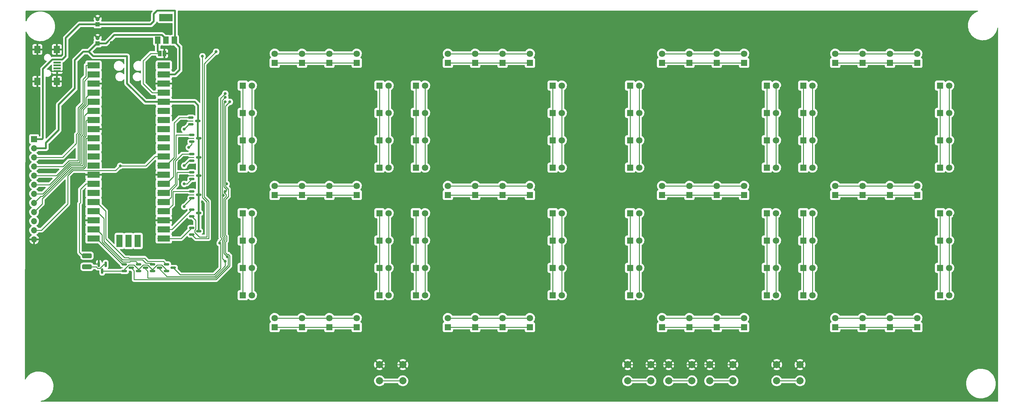
<source format=gbr>
%TF.GenerationSoftware,KiCad,Pcbnew,(6.0.9-0)*%
%TF.CreationDate,2023-10-19T19:17:49-04:00*%
%TF.ProjectId,clock,636c6f63-6b2e-46b6-9963-61645f706362,rev?*%
%TF.SameCoordinates,Original*%
%TF.FileFunction,Copper,L1,Top*%
%TF.FilePolarity,Positive*%
%FSLAX46Y46*%
G04 Gerber Fmt 4.6, Leading zero omitted, Abs format (unit mm)*
G04 Created by KiCad (PCBNEW (6.0.9-0)) date 2023-10-19 19:17:49*
%MOMM*%
%LPD*%
G01*
G04 APERTURE LIST*
G04 Aperture macros list*
%AMRoundRect*
0 Rectangle with rounded corners*
0 $1 Rounding radius*
0 $2 $3 $4 $5 $6 $7 $8 $9 X,Y pos of 4 corners*
0 Add a 4 corners polygon primitive as box body*
4,1,4,$2,$3,$4,$5,$6,$7,$8,$9,$2,$3,0*
0 Add four circle primitives for the rounded corners*
1,1,$1+$1,$2,$3*
1,1,$1+$1,$4,$5*
1,1,$1+$1,$6,$7*
1,1,$1+$1,$8,$9*
0 Add four rect primitives between the rounded corners*
20,1,$1+$1,$2,$3,$4,$5,0*
20,1,$1+$1,$4,$5,$6,$7,0*
20,1,$1+$1,$6,$7,$8,$9,0*
20,1,$1+$1,$8,$9,$2,$3,0*%
G04 Aperture macros list end*
%TA.AperFunction,ComponentPad*%
%ADD10C,2.000000*%
%TD*%
%TA.AperFunction,ComponentPad*%
%ADD11R,1.800000X1.800000*%
%TD*%
%TA.AperFunction,ComponentPad*%
%ADD12C,1.800000*%
%TD*%
%TA.AperFunction,SMDPad,CuDef*%
%ADD13RoundRect,0.150000X-0.587500X-0.150000X0.587500X-0.150000X0.587500X0.150000X-0.587500X0.150000X0*%
%TD*%
%TA.AperFunction,ComponentPad*%
%ADD14R,1.700000X1.700000*%
%TD*%
%TA.AperFunction,ComponentPad*%
%ADD15O,1.700000X1.700000*%
%TD*%
%TA.AperFunction,SMDPad,CuDef*%
%ADD16RoundRect,0.150000X-0.150000X0.587500X-0.150000X-0.587500X0.150000X-0.587500X0.150000X0.587500X0*%
%TD*%
%TA.AperFunction,SMDPad,CuDef*%
%ADD17R,1.000000X1.500000*%
%TD*%
%TA.AperFunction,SMDPad,CuDef*%
%ADD18RoundRect,0.250000X1.075000X-0.400000X1.075000X0.400000X-1.075000X0.400000X-1.075000X-0.400000X0*%
%TD*%
%TA.AperFunction,ComponentPad*%
%ADD19C,1.200000*%
%TD*%
%TA.AperFunction,ComponentPad*%
%ADD20R,1.200000X1.200000*%
%TD*%
%TA.AperFunction,SMDPad,CuDef*%
%ADD21R,3.500000X1.700000*%
%TD*%
%TA.AperFunction,SMDPad,CuDef*%
%ADD22R,1.700000X3.500000*%
%TD*%
%TA.AperFunction,SMDPad,CuDef*%
%ADD23R,2.000000X0.500000*%
%TD*%
%TA.AperFunction,SMDPad,CuDef*%
%ADD24R,1.700000X2.000000*%
%TD*%
%TA.AperFunction,SMDPad,CuDef*%
%ADD25R,1.500000X2.000000*%
%TD*%
%TA.AperFunction,SMDPad,CuDef*%
%ADD26R,3.800000X2.000000*%
%TD*%
%TA.AperFunction,ViaPad*%
%ADD27C,0.800000*%
%TD*%
%TA.AperFunction,Conductor*%
%ADD28C,0.500000*%
%TD*%
%TA.AperFunction,Conductor*%
%ADD29C,0.250000*%
%TD*%
G04 APERTURE END LIST*
D10*
%TO.P,SW1,2,2*%
%TO.N,GND*%
X187198000Y-111324000D03*
X180698000Y-111324000D03*
%TO.P,SW1,1,1*%
%TO.N,UP*%
X180698000Y-115824000D03*
X187198000Y-115824000D03*
%TD*%
%TO.P,SW5,1,1*%
%TO.N,DST*%
X222250000Y-115824000D03*
X228750000Y-115824000D03*
%TO.P,SW5,2,2*%
%TO.N,GND*%
X222250000Y-111324000D03*
X228750000Y-111324000D03*
%TD*%
D11*
%TO.P,D104,1,K*%
%TO.N,DIG_1*%
X121718000Y-33564000D03*
D12*
%TO.P,D104,2,A*%
%TO.N,SEG_F*%
X124258000Y-33564000D03*
%TD*%
D11*
%TO.P,D72,1,K*%
%TO.N,DIG_1*%
X159818000Y-56424000D03*
D12*
%TO.P,D72,2,A*%
%TO.N,SEG_B*%
X162358000Y-56424000D03*
%TD*%
D11*
%TO.P,D1,1,K*%
%TO.N,DIG_2*%
X190298000Y-27214000D03*
D12*
%TO.P,D1,2,A*%
%TO.N,SEG_A*%
X190298000Y-24674000D03*
%TD*%
D11*
%TO.P,D91,1,K*%
%TO.N,DIG_3*%
X229668000Y-76744000D03*
D12*
%TO.P,D91,2,A*%
%TO.N,SEG_E*%
X232208000Y-76744000D03*
%TD*%
D11*
%TO.P,D43,1,K*%
%TO.N,DIG_2*%
X181408000Y-41184000D03*
D12*
%TO.P,D43,2,A*%
%TO.N,SEG_F*%
X183948000Y-41184000D03*
%TD*%
D11*
%TO.P,D36,1,K*%
%TO.N,DIG_2*%
X181408000Y-69124000D03*
D12*
%TO.P,D36,2,A*%
%TO.N,SEG_E*%
X183948000Y-69124000D03*
%TD*%
D13*
%TO.P,Q11,1,B*%
%TO.N,Net-(Q11-Pad1)*%
X59260500Y-68138000D03*
%TO.P,Q11,2,E*%
%TO.N,SEG_B*%
X59260500Y-70038000D03*
%TO.P,Q11,3,C*%
%TO.N,+3V3*%
X61135500Y-69088000D03*
%TD*%
D11*
%TO.P,D5,1,K*%
%TO.N,DIG_2*%
X219508000Y-33564000D03*
D12*
%TO.P,D5,2,A*%
%TO.N,SEG_B*%
X222048000Y-33564000D03*
%TD*%
D11*
%TO.P,D48,1,K*%
%TO.N,DIG_0*%
X73458000Y-33564000D03*
D12*
%TO.P,D48,2,A*%
%TO.N,SEG_F*%
X75998000Y-33564000D03*
%TD*%
D14*
%TO.P,J1,1,Pin_1*%
%TO.N,+5V*%
X15310000Y-48478000D03*
D15*
%TO.P,J1,2,Pin_2*%
%TO.N,+3V3*%
X15310000Y-51018000D03*
%TO.P,J1,3,Pin_3*%
%TO.N,SDA_3V3*%
X15310000Y-53558000D03*
%TO.P,J1,4,Pin_4*%
%TO.N,SCL_3V3*%
X15310000Y-56098000D03*
%TO.P,J1,5,Pin_5*%
%TO.N,SPI_SCK_3V3*%
X15310000Y-58638000D03*
%TO.P,J1,6,Pin_6*%
%TO.N,SPI_MOSI_3V3*%
X15310000Y-61178000D03*
%TO.P,J1,7,Pin_7*%
%TO.N,SPI_MISO_3V3*%
X15310000Y-63718000D03*
%TO.P,J1,8,Pin_8*%
%TO.N,SPI_CS0_3V3*%
X15310000Y-66258000D03*
%TO.P,J1,9,Pin_9*%
%TO.N,SPI_CS1_3V3*%
X15310000Y-68798000D03*
%TO.P,J1,10,Pin_10*%
%TO.N,unconnected-(J1-Pad10)*%
X15310000Y-71338000D03*
%TO.P,J1,11,Pin_11*%
%TO.N,RESET*%
X15310000Y-73878000D03*
%TO.P,J1,12,Pin_12*%
%TO.N,GND*%
X15310000Y-76418000D03*
%TD*%
D11*
%TO.P,D22,1,K*%
%TO.N,DIG_0*%
X111558000Y-76744000D03*
D12*
%TO.P,D22,2,A*%
%TO.N,SEG_C*%
X114098000Y-76744000D03*
%TD*%
D10*
%TO.P,SW4,1,1*%
%TO.N,RESET*%
X111558000Y-115824000D03*
X118058000Y-115824000D03*
%TO.P,SW4,2,2*%
%TO.N,GND*%
X118058000Y-111324000D03*
X111558000Y-111324000D03*
%TD*%
D11*
%TO.P,D27,1,K*%
%TO.N,DIG_2*%
X197918000Y-100874000D03*
D12*
%TO.P,D27,2,A*%
%TO.N,SEG_D*%
X197918000Y-98334000D03*
%TD*%
D11*
%TO.P,D53,1,K*%
%TO.N,DIG_0*%
X82348000Y-64044000D03*
D12*
%TO.P,D53,2,A*%
%TO.N,SEG_G*%
X82348000Y-61504000D03*
%TD*%
D11*
%TO.P,D81,1,K*%
%TO.N,DIG_3*%
X261418000Y-100874000D03*
D12*
%TO.P,D81,2,A*%
%TO.N,SEG_D*%
X261418000Y-98334000D03*
%TD*%
D11*
%TO.P,D52,1,K*%
%TO.N,DIG_2*%
X213158000Y-64044000D03*
D12*
%TO.P,D52,2,A*%
%TO.N,SEG_G*%
X213158000Y-61504000D03*
%TD*%
D11*
%TO.P,D10,1,K*%
%TO.N,DIG_0*%
X89968000Y-27214000D03*
D12*
%TO.P,D10,2,A*%
%TO.N,SEG_A*%
X89968000Y-24674000D03*
%TD*%
D11*
%TO.P,D21,1,K*%
%TO.N,DIG_0*%
X111558000Y-69124000D03*
D12*
%TO.P,D21,2,A*%
%TO.N,SEG_C*%
X114098000Y-69124000D03*
%TD*%
D11*
%TO.P,D63,1,K*%
%TO.N,DIG_1*%
X145848000Y-27214000D03*
D12*
%TO.P,D63,2,A*%
%TO.N,SEG_A*%
X145848000Y-24674000D03*
%TD*%
D11*
%TO.P,D59,1,K*%
%TO.N,DIG_3*%
X253798000Y-27214000D03*
D12*
%TO.P,D59,2,A*%
%TO.N,SEG_A*%
X253798000Y-24674000D03*
%TD*%
D11*
%TO.P,D103,1,K*%
%TO.N,DIG_1*%
X121718000Y-41184000D03*
D12*
%TO.P,D103,2,A*%
%TO.N,SEG_F*%
X124258000Y-41184000D03*
%TD*%
D11*
%TO.P,D51,1,K*%
%TO.N,DIG_2*%
X205538000Y-64044000D03*
D12*
%TO.P,D51,2,A*%
%TO.N,SEG_G*%
X205538000Y-61504000D03*
%TD*%
D11*
%TO.P,D61,1,K*%
%TO.N,DIG_1*%
X130608000Y-27214000D03*
D12*
%TO.P,D61,2,A*%
%TO.N,SEG_A*%
X130608000Y-24674000D03*
%TD*%
D11*
%TO.P,D45,1,K*%
%TO.N,DIG_0*%
X73458000Y-56424000D03*
D12*
%TO.P,D45,2,A*%
%TO.N,SEG_F*%
X75998000Y-56424000D03*
%TD*%
D11*
%TO.P,D29,1,K*%
%TO.N,DIG_0*%
X105208000Y-100874000D03*
D12*
%TO.P,D29,2,A*%
%TO.N,SEG_D*%
X105208000Y-98334000D03*
%TD*%
D11*
%TO.P,D90,1,K*%
%TO.N,DIG_3*%
X229668000Y-84364000D03*
D12*
%TO.P,D90,2,A*%
%TO.N,SEG_E*%
X232208000Y-84364000D03*
%TD*%
D11*
%TO.P,D96,1,K*%
%TO.N,DIG_1*%
X121718000Y-69124000D03*
D12*
%TO.P,D96,2,A*%
%TO.N,SEG_E*%
X124258000Y-69124000D03*
%TD*%
D11*
%TO.P,D40,1,K*%
%TO.N,DIG_0*%
X73458000Y-69124000D03*
D12*
%TO.P,D40,2,A*%
%TO.N,SEG_E*%
X75998000Y-69124000D03*
%TD*%
D13*
%TO.P,Q4,1,B*%
%TO.N,Net-(Q4-Pad1)*%
X44450000Y-83378000D03*
%TO.P,Q4,2,E*%
%TO.N,/MATRIX_RETURN*%
X44450000Y-85278000D03*
%TO.P,Q4,3,C*%
%TO.N,DIG_2*%
X46325000Y-84328000D03*
%TD*%
D11*
%TO.P,D83,1,K*%
%TO.N,DIG_3*%
X246178000Y-100874000D03*
D12*
%TO.P,D83,2,A*%
%TO.N,SEG_D*%
X246178000Y-98334000D03*
%TD*%
D11*
%TO.P,D19,1,K*%
%TO.N,DIG_2*%
X219508000Y-84364000D03*
D12*
%TO.P,D19,2,A*%
%TO.N,SEG_C*%
X222048000Y-84364000D03*
%TD*%
D11*
%TO.P,D74,1,K*%
%TO.N,DIG_3*%
X267768000Y-76744000D03*
D12*
%TO.P,D74,2,A*%
%TO.N,SEG_C*%
X270308000Y-76744000D03*
%TD*%
D11*
%TO.P,D26,1,K*%
%TO.N,DIG_2*%
X205538000Y-100874000D03*
D12*
%TO.P,D26,2,A*%
%TO.N,SEG_D*%
X205538000Y-98334000D03*
%TD*%
D16*
%TO.P,Q1,1,B*%
%TO.N,Net-(Q1-Pad1)*%
X35240000Y-83390500D03*
%TO.P,Q1,2,E*%
%TO.N,GND*%
X33340000Y-83390500D03*
%TO.P,Q1,3,C*%
%TO.N,/MATRIX_RETURN*%
X34290000Y-85265500D03*
%TD*%
D11*
%TO.P,D67,1,K*%
%TO.N,DIG_3*%
X267768000Y-48804000D03*
D12*
%TO.P,D67,2,A*%
%TO.N,SEG_B*%
X270308000Y-48804000D03*
%TD*%
D13*
%TO.P,Q8,1,B*%
%TO.N,Net-(Q8-Pad1)*%
X59260500Y-52644000D03*
%TO.P,Q8,2,E*%
%TO.N,SEG_E*%
X59260500Y-54544000D03*
%TO.P,Q8,3,C*%
%TO.N,+3V3*%
X61135500Y-53594000D03*
%TD*%
D11*
%TO.P,D70,1,K*%
%TO.N,DIG_1*%
X159818000Y-41184000D03*
D12*
%TO.P,D70,2,A*%
%TO.N,SEG_B*%
X162358000Y-41184000D03*
%TD*%
D17*
%TO.P,JP1,1,A*%
%TO.N,GND*%
X51632000Y-24602000D03*
%TO.P,JP1,2,B*%
%TO.N,3V3_EXTERNAL*%
X50332000Y-24602000D03*
%TD*%
D11*
%TO.P,D39,1,K*%
%TO.N,DIG_0*%
X73458000Y-76744000D03*
D12*
%TO.P,D39,2,A*%
%TO.N,SEG_E*%
X75998000Y-76744000D03*
%TD*%
D13*
%TO.P,Q3,1,B*%
%TO.N,Net-(Q3-Pad1)*%
X48338500Y-83378000D03*
%TO.P,Q3,2,E*%
%TO.N,/MATRIX_RETURN*%
X48338500Y-85278000D03*
%TO.P,Q3,3,C*%
%TO.N,DIG_1*%
X50213500Y-84328000D03*
%TD*%
D11*
%TO.P,D56,1,K*%
%TO.N,DIG_0*%
X105208000Y-64044000D03*
D12*
%TO.P,D56,2,A*%
%TO.N,SEG_G*%
X105208000Y-61504000D03*
%TD*%
D18*
%TO.P,R1,1*%
%TO.N,Net-(Q1-Pad1)*%
X30042000Y-84064000D03*
%TO.P,R1,2*%
%TO.N,Net-(R1-Pad2)*%
X30042000Y-80964000D03*
%TD*%
D11*
%TO.P,D68,1,K*%
%TO.N,DIG_3*%
X267768000Y-56424000D03*
D12*
%TO.P,D68,2,A*%
%TO.N,SEG_B*%
X270308000Y-56424000D03*
%TD*%
D11*
%TO.P,D64,1,K*%
%TO.N,DIG_1*%
X153468000Y-27214000D03*
D12*
%TO.P,D64,2,A*%
%TO.N,SEG_A*%
X153468000Y-24674000D03*
%TD*%
D11*
%TO.P,D109,1,K*%
%TO.N,DIG_1*%
X130608000Y-64044000D03*
D12*
%TO.P,D109,2,A*%
%TO.N,SEG_G*%
X130608000Y-61504000D03*
%TD*%
D11*
%TO.P,D69,1,K*%
%TO.N,DIG_1*%
X159818000Y-33564000D03*
D12*
%TO.P,D69,2,A*%
%TO.N,SEG_B*%
X162358000Y-33564000D03*
%TD*%
D11*
%TO.P,D73,1,K*%
%TO.N,DIG_3*%
X267768000Y-69124000D03*
D12*
%TO.P,D73,2,A*%
%TO.N,SEG_C*%
X270308000Y-69124000D03*
%TD*%
D11*
%TO.P,D89,1,K*%
%TO.N,DIG_3*%
X229668000Y-91984000D03*
D12*
%TO.P,D89,2,A*%
%TO.N,SEG_E*%
X232208000Y-91984000D03*
%TD*%
D19*
%TO.P,C2,2*%
%TO.N,GND*%
X33020000Y-20320000D03*
D20*
%TO.P,C2,1*%
%TO.N,+3V3*%
X33020000Y-21820000D03*
%TD*%
D11*
%TO.P,D9,1,K*%
%TO.N,DIG_0*%
X82348000Y-27214000D03*
D12*
%TO.P,D9,2,A*%
%TO.N,SEG_A*%
X82348000Y-24674000D03*
%TD*%
D10*
%TO.P,SW2,1,1*%
%TO.N,DOWN*%
X198628000Y-115824000D03*
X192128000Y-115824000D03*
%TO.P,SW2,2,2*%
%TO.N,GND*%
X192128000Y-111324000D03*
X198628000Y-111324000D03*
%TD*%
D11*
%TO.P,D4,1,K*%
%TO.N,DIG_2*%
X213158000Y-27214000D03*
D12*
%TO.P,D4,2,A*%
%TO.N,SEG_A*%
X213158000Y-24674000D03*
%TD*%
D11*
%TO.P,D88,1,K*%
%TO.N,DIG_1*%
X130608000Y-100874000D03*
D12*
%TO.P,D88,2,A*%
%TO.N,SEG_D*%
X130608000Y-98334000D03*
%TD*%
D11*
%TO.P,D28,1,K*%
%TO.N,DIG_2*%
X190298000Y-100874000D03*
D12*
%TO.P,D28,2,A*%
%TO.N,SEG_D*%
X190298000Y-98334000D03*
%TD*%
D11*
%TO.P,D57,1,K*%
%TO.N,DIG_3*%
X238558000Y-27214000D03*
D12*
%TO.P,D57,2,A*%
%TO.N,SEG_A*%
X238558000Y-24674000D03*
%TD*%
D21*
%TO.P,U1,1,GPIO0*%
%TO.N,SDA_3V3*%
X31866000Y-27940000D03*
D15*
X32766000Y-27940000D03*
D21*
%TO.P,U1,2,GPIO1*%
%TO.N,SCL_3V3*%
X31866000Y-30480000D03*
D15*
X32766000Y-30480000D03*
D21*
%TO.P,U1,3,GND*%
%TO.N,GND*%
X31866000Y-33020000D03*
D14*
X32766000Y-33020000D03*
D21*
%TO.P,U1,4,GPIO2*%
%TO.N,SPI_SCK_3V3*%
X31866000Y-35560000D03*
D15*
X32766000Y-35560000D03*
D21*
%TO.P,U1,5,GPIO3*%
%TO.N,SPI_MOSI_3V3*%
X31866000Y-38100000D03*
D15*
X32766000Y-38100000D03*
%TO.P,U1,6,GPIO4*%
%TO.N,SPI_MISO_3V3*%
X32766000Y-40640000D03*
D21*
X31866000Y-40640000D03*
D15*
%TO.P,U1,7,GPIO5*%
%TO.N,SPI_CS0_3V3*%
X32766000Y-43180000D03*
D21*
X31866000Y-43180000D03*
%TO.P,U1,8,GND*%
%TO.N,GND*%
X31866000Y-45720000D03*
D14*
X32766000Y-45720000D03*
D21*
%TO.P,U1,9,GPIO6*%
%TO.N,SPI_CS1_3V3*%
X31866000Y-48260000D03*
D15*
X32766000Y-48260000D03*
D21*
%TO.P,U1,10,GPIO7*%
%TO.N,UP*%
X31866000Y-50800000D03*
D15*
X32766000Y-50800000D03*
%TO.P,U1,11,GPIO8*%
%TO.N,DOWN*%
X32766000Y-53340000D03*
D21*
X31866000Y-53340000D03*
%TO.P,U1,12,GPIO9*%
%TO.N,SET*%
X31866000Y-55880000D03*
D15*
X32766000Y-55880000D03*
D14*
%TO.P,U1,13,GND*%
%TO.N,GND*%
X32766000Y-58420000D03*
D21*
X31866000Y-58420000D03*
D15*
%TO.P,U1,14,GPIO10*%
%TO.N,Net-(R1-Pad2)*%
X32766000Y-60960000D03*
D21*
X31866000Y-60960000D03*
%TO.P,U1,15,GPIO11*%
%TO.N,DST*%
X31866000Y-63500000D03*
D15*
X32766000Y-63500000D03*
D21*
%TO.P,U1,16,GPIO12*%
%TO.N,Net-(Q2-Pad1)*%
X31866000Y-66040000D03*
D15*
X32766000Y-66040000D03*
D21*
%TO.P,U1,17,GPIO13*%
%TO.N,Net-(Q3-Pad1)*%
X31866000Y-68580000D03*
D15*
X32766000Y-68580000D03*
D14*
%TO.P,U1,18,GND*%
%TO.N,GND*%
X32766000Y-71120000D03*
D21*
X31866000Y-71120000D03*
D15*
%TO.P,U1,19,GPIO14*%
%TO.N,Net-(Q4-Pad1)*%
X32766000Y-73660000D03*
D21*
X31866000Y-73660000D03*
D15*
%TO.P,U1,20,GPIO15*%
%TO.N,Net-(Q5-Pad1)*%
X32766000Y-76200000D03*
D21*
X31866000Y-76200000D03*
D15*
%TO.P,U1,21,GPIO16*%
%TO.N,Net-(Q12-Pad1)*%
X50546000Y-76200000D03*
D21*
X51446000Y-76200000D03*
D15*
%TO.P,U1,22,GPIO17*%
%TO.N,Net-(Q11-Pad1)*%
X50546000Y-73660000D03*
D21*
X51446000Y-73660000D03*
%TO.P,U1,23,GND*%
%TO.N,GND*%
X51446000Y-71120000D03*
D14*
X50546000Y-71120000D03*
D21*
%TO.P,U1,24,GPIO18*%
%TO.N,Net-(Q10-Pad1)*%
X51446000Y-68580000D03*
D15*
X50546000Y-68580000D03*
%TO.P,U1,25,GPIO19*%
%TO.N,Net-(Q9-Pad1)*%
X50546000Y-66040000D03*
D21*
X51446000Y-66040000D03*
D15*
%TO.P,U1,26,GPIO20*%
%TO.N,Net-(Q8-Pad1)*%
X50546000Y-63500000D03*
D21*
X51446000Y-63500000D03*
%TO.P,U1,27,GPIO21*%
%TO.N,Net-(Q7-Pad1)*%
X51446000Y-60960000D03*
D15*
X50546000Y-60960000D03*
D21*
%TO.P,U1,28,GND*%
%TO.N,GND*%
X51446000Y-58420000D03*
D14*
X50546000Y-58420000D03*
D21*
%TO.P,U1,29,GPIO22*%
%TO.N,Net-(Q6-Pad1)*%
X51446000Y-55880000D03*
D15*
X50546000Y-55880000D03*
%TO.P,U1,30,RUN*%
%TO.N,RESET*%
X50546000Y-53340000D03*
D21*
X51446000Y-53340000D03*
D15*
%TO.P,U1,31,GPIO26_ADC0*%
%TO.N,unconnected-(U1-Pad31)*%
X50546000Y-50800000D03*
D21*
X51446000Y-50800000D03*
D15*
%TO.P,U1,32,GPIO27_ADC1*%
%TO.N,unconnected-(U1-Pad32)*%
X50546000Y-48260000D03*
D21*
X51446000Y-48260000D03*
%TO.P,U1,33,AGND*%
%TO.N,unconnected-(U1-Pad33)*%
X51446000Y-45720000D03*
D14*
X50546000Y-45720000D03*
D15*
%TO.P,U1,34,GPIO28_ADC2*%
%TO.N,unconnected-(U1-Pad34)*%
X50546000Y-43180000D03*
D21*
X51446000Y-43180000D03*
D15*
%TO.P,U1,35,ADC_VREF*%
%TO.N,unconnected-(U1-Pad35)*%
X50546000Y-40640000D03*
D21*
X51446000Y-40640000D03*
D15*
%TO.P,U1,36,3V3*%
%TO.N,+3V3*%
X50546000Y-38100000D03*
D21*
X51446000Y-38100000D03*
%TO.P,U1,37,3V3_EN*%
%TO.N,3V3_EXTERNAL*%
X51446000Y-35560000D03*
D15*
X50546000Y-35560000D03*
D14*
%TO.P,U1,38,GND*%
%TO.N,GND*%
X50546000Y-33020000D03*
D21*
X51446000Y-33020000D03*
%TO.P,U1,39,VSYS*%
%TO.N,+5V*%
X51446000Y-30480000D03*
D15*
X50546000Y-30480000D03*
D21*
%TO.P,U1,40,VBUS*%
%TO.N,unconnected-(U1-Pad40)*%
X51446000Y-27940000D03*
D15*
X50546000Y-27940000D03*
D22*
%TO.P,U1,41,SWCLK*%
%TO.N,unconnected-(U1-Pad41)*%
X39116000Y-76870000D03*
D15*
X39116000Y-75970000D03*
D22*
%TO.P,U1,42,GND*%
%TO.N,unconnected-(U1-Pad42)*%
X41656000Y-76870000D03*
D14*
X41656000Y-75970000D03*
D15*
%TO.P,U1,43,SWDIO*%
%TO.N,unconnected-(U1-Pad43)*%
X44196000Y-75970000D03*
D22*
X44196000Y-76870000D03*
%TD*%
D11*
%TO.P,D65,1,K*%
%TO.N,DIG_3*%
X267768000Y-33564000D03*
D12*
%TO.P,D65,2,A*%
%TO.N,SEG_B*%
X270308000Y-33564000D03*
%TD*%
D11*
%TO.P,D24,1,K*%
%TO.N,DIG_0*%
X111558000Y-91984000D03*
D12*
%TO.P,D24,2,A*%
%TO.N,SEG_C*%
X114098000Y-91984000D03*
%TD*%
D11*
%TO.P,D20,1,K*%
%TO.N,DIG_2*%
X219508000Y-91984000D03*
D12*
%TO.P,D20,2,A*%
%TO.N,SEG_C*%
X222048000Y-91984000D03*
%TD*%
D11*
%TO.P,D37,1,K*%
%TO.N,DIG_0*%
X73458000Y-91984000D03*
D12*
%TO.P,D37,2,A*%
%TO.N,SEG_E*%
X75998000Y-91984000D03*
%TD*%
D11*
%TO.P,D54,1,K*%
%TO.N,DIG_0*%
X89968000Y-64044000D03*
D12*
%TO.P,D54,2,A*%
%TO.N,SEG_G*%
X89968000Y-61504000D03*
%TD*%
D11*
%TO.P,D80,1,K*%
%TO.N,DIG_1*%
X159818000Y-91984000D03*
D12*
%TO.P,D80,2,A*%
%TO.N,SEG_C*%
X162358000Y-91984000D03*
%TD*%
D11*
%TO.P,D47,1,K*%
%TO.N,DIG_0*%
X73458000Y-41184000D03*
D12*
%TO.P,D47,2,A*%
%TO.N,SEG_F*%
X75998000Y-41184000D03*
%TD*%
D11*
%TO.P,D34,1,K*%
%TO.N,DIG_2*%
X181408000Y-84364000D03*
D12*
%TO.P,D34,2,A*%
%TO.N,SEG_E*%
X183948000Y-84364000D03*
%TD*%
D11*
%TO.P,D102,1,K*%
%TO.N,DIG_1*%
X121718000Y-48804000D03*
D12*
%TO.P,D102,2,A*%
%TO.N,SEG_F*%
X124258000Y-48804000D03*
%TD*%
D11*
%TO.P,D35,1,K*%
%TO.N,DIG_2*%
X181408000Y-76744000D03*
D12*
%TO.P,D35,2,A*%
%TO.N,SEG_E*%
X183948000Y-76744000D03*
%TD*%
D11*
%TO.P,D112,1,K*%
%TO.N,DIG_1*%
X153468000Y-64044000D03*
D12*
%TO.P,D112,2,A*%
%TO.N,SEG_G*%
X153468000Y-61504000D03*
%TD*%
D11*
%TO.P,D71,1,K*%
%TO.N,DIG_1*%
X159818000Y-48804000D03*
D12*
%TO.P,D71,2,A*%
%TO.N,SEG_B*%
X162358000Y-48804000D03*
%TD*%
D11*
%TO.P,D49,1,K*%
%TO.N,DIG_2*%
X190298000Y-64044000D03*
D12*
%TO.P,D49,2,A*%
%TO.N,SEG_G*%
X190298000Y-61504000D03*
%TD*%
D11*
%TO.P,D17,1,K*%
%TO.N,DIG_2*%
X219508000Y-69124000D03*
D12*
%TO.P,D17,2,A*%
%TO.N,SEG_C*%
X222048000Y-69124000D03*
%TD*%
D11*
%TO.P,D106,1,K*%
%TO.N,DIG_3*%
X246178000Y-64044000D03*
D12*
%TO.P,D106,2,A*%
%TO.N,SEG_G*%
X246178000Y-61504000D03*
%TD*%
D13*
%TO.P,Q6,1,B*%
%TO.N,Net-(Q6-Pad1)*%
X59006500Y-42484000D03*
%TO.P,Q6,2,E*%
%TO.N,SEG_G*%
X59006500Y-44384000D03*
%TO.P,Q6,3,C*%
%TO.N,+3V3*%
X60881500Y-43434000D03*
%TD*%
D11*
%TO.P,D32,1,K*%
%TO.N,DIG_0*%
X82348000Y-100874000D03*
D12*
%TO.P,D32,2,A*%
%TO.N,SEG_D*%
X82348000Y-98334000D03*
%TD*%
D11*
%TO.P,D100,1,K*%
%TO.N,DIG_3*%
X229668000Y-33564000D03*
D12*
%TO.P,D100,2,A*%
%TO.N,SEG_F*%
X232208000Y-33564000D03*
%TD*%
D23*
%TO.P,J2,1,VBUS*%
%TO.N,+5V*%
X21750000Y-26340000D03*
%TO.P,J2,2,D-*%
%TO.N,unconnected-(J2-Pad2)*%
X21750000Y-27140000D03*
%TO.P,J2,3,D+*%
%TO.N,unconnected-(J2-Pad3)*%
X21750000Y-27940000D03*
%TO.P,J2,4,ID*%
%TO.N,unconnected-(J2-Pad4)*%
X21750000Y-28740000D03*
%TO.P,J2,5,GND*%
%TO.N,GND*%
X21750000Y-29540000D03*
D24*
%TO.P,J2,6,Shield*%
X16200000Y-32390000D03*
X16200000Y-23490000D03*
X21650000Y-32390000D03*
X21650000Y-23490000D03*
%TD*%
D11*
%TO.P,D55,1,K*%
%TO.N,DIG_0*%
X97588000Y-64044000D03*
D12*
%TO.P,D55,2,A*%
%TO.N,SEG_G*%
X97588000Y-61504000D03*
%TD*%
D11*
%TO.P,D44,1,K*%
%TO.N,DIG_2*%
X181408000Y-33564000D03*
D12*
%TO.P,D44,2,A*%
%TO.N,SEG_F*%
X183948000Y-33564000D03*
%TD*%
D11*
%TO.P,D15,1,K*%
%TO.N,DIG_0*%
X111558000Y-48804000D03*
D12*
%TO.P,D15,2,A*%
%TO.N,SEG_B*%
X114098000Y-48804000D03*
%TD*%
D11*
%TO.P,D99,1,K*%
%TO.N,DIG_3*%
X229668000Y-41184000D03*
D12*
%TO.P,D99,2,A*%
%TO.N,SEG_F*%
X232208000Y-41184000D03*
%TD*%
D11*
%TO.P,D108,1,K*%
%TO.N,DIG_3*%
X261418000Y-64044000D03*
D12*
%TO.P,D108,2,A*%
%TO.N,SEG_G*%
X261418000Y-61504000D03*
%TD*%
D11*
%TO.P,D66,1,K*%
%TO.N,DIG_3*%
X267768000Y-41184000D03*
D12*
%TO.P,D66,2,A*%
%TO.N,SEG_B*%
X270308000Y-41184000D03*
%TD*%
D25*
%TO.P,U2,1,GND*%
%TO.N,3V3_EXTERNAL*%
X49770000Y-20930000D03*
%TO.P,U2,2,VO*%
%TO.N,+3V3*%
X52070000Y-20930000D03*
%TO.P,U2,3,VI*%
%TO.N,+5V*%
X54370000Y-20930000D03*
D26*
%TO.P,U2,4*%
%TO.N,N/C*%
X52070000Y-14630000D03*
%TD*%
D11*
%TO.P,D58,1,K*%
%TO.N,DIG_3*%
X246178000Y-27214000D03*
D12*
%TO.P,D58,2,A*%
%TO.N,SEG_A*%
X246178000Y-24674000D03*
%TD*%
D11*
%TO.P,D110,1,K*%
%TO.N,DIG_1*%
X138228000Y-64044000D03*
D12*
%TO.P,D110,2,A*%
%TO.N,SEG_G*%
X138228000Y-61504000D03*
%TD*%
D11*
%TO.P,D23,1,K*%
%TO.N,DIG_0*%
X111558000Y-84364000D03*
D12*
%TO.P,D23,2,A*%
%TO.N,SEG_C*%
X114098000Y-84364000D03*
%TD*%
D11*
%TO.P,D33,1,K*%
%TO.N,DIG_2*%
X181408000Y-91984000D03*
D12*
%TO.P,D33,2,A*%
%TO.N,SEG_E*%
X183948000Y-91984000D03*
%TD*%
D11*
%TO.P,D92,1,K*%
%TO.N,DIG_3*%
X229668000Y-69124000D03*
D12*
%TO.P,D92,2,A*%
%TO.N,SEG_E*%
X232208000Y-69124000D03*
%TD*%
D11*
%TO.P,D7,1,K*%
%TO.N,DIG_2*%
X219508000Y-48804000D03*
D12*
%TO.P,D7,2,A*%
%TO.N,SEG_B*%
X222048000Y-48804000D03*
%TD*%
D11*
%TO.P,D82,1,K*%
%TO.N,DIG_3*%
X253798000Y-100874000D03*
D12*
%TO.P,D82,2,A*%
%TO.N,SEG_D*%
X253798000Y-98334000D03*
%TD*%
D11*
%TO.P,D79,1,K*%
%TO.N,DIG_1*%
X159818000Y-84364000D03*
D12*
%TO.P,D79,2,A*%
%TO.N,SEG_C*%
X162358000Y-84364000D03*
%TD*%
D11*
%TO.P,D30,1,K*%
%TO.N,DIG_0*%
X97588000Y-100874000D03*
D12*
%TO.P,D30,2,A*%
%TO.N,SEG_D*%
X97588000Y-98334000D03*
%TD*%
D11*
%TO.P,D95,1,K*%
%TO.N,DIG_1*%
X121718000Y-76744000D03*
D12*
%TO.P,D95,2,A*%
%TO.N,SEG_E*%
X124258000Y-76744000D03*
%TD*%
D11*
%TO.P,D16,1,K*%
%TO.N,DIG_0*%
X111558000Y-56424000D03*
D12*
%TO.P,D16,2,A*%
%TO.N,SEG_B*%
X114098000Y-56424000D03*
%TD*%
D11*
%TO.P,D13,1,K*%
%TO.N,DIG_0*%
X111558000Y-33564000D03*
D12*
%TO.P,D13,2,A*%
%TO.N,SEG_B*%
X114098000Y-33564000D03*
%TD*%
D11*
%TO.P,D60,1,K*%
%TO.N,DIG_3*%
X261418000Y-27214000D03*
D12*
%TO.P,D60,2,A*%
%TO.N,SEG_A*%
X261418000Y-24674000D03*
%TD*%
D11*
%TO.P,D2,1,K*%
%TO.N,DIG_2*%
X197918000Y-27214000D03*
D12*
%TO.P,D2,2,A*%
%TO.N,SEG_A*%
X197918000Y-24674000D03*
%TD*%
D11*
%TO.P,D11,1,K*%
%TO.N,DIG_0*%
X97588000Y-27214000D03*
D12*
%TO.P,D11,2,A*%
%TO.N,SEG_A*%
X97588000Y-24674000D03*
%TD*%
D19*
%TO.P,C1,2*%
%TO.N,GND*%
X33020000Y-15010000D03*
D20*
%TO.P,C1,1*%
%TO.N,+5V*%
X33020000Y-16510000D03*
%TD*%
D11*
%TO.P,D101,1,K*%
%TO.N,DIG_1*%
X121718000Y-56424000D03*
D12*
%TO.P,D101,2,A*%
%TO.N,SEG_F*%
X124258000Y-56424000D03*
%TD*%
D10*
%TO.P,SW3,1,1*%
%TO.N,SET*%
X203558000Y-115824000D03*
X210058000Y-115824000D03*
%TO.P,SW3,2,2*%
%TO.N,GND*%
X210058000Y-111324000D03*
X203558000Y-111324000D03*
%TD*%
D13*
%TO.P,Q7,1,B*%
%TO.N,Net-(Q7-Pad1)*%
X59260500Y-47310000D03*
%TO.P,Q7,2,E*%
%TO.N,SEG_F*%
X59260500Y-49210000D03*
%TO.P,Q7,3,C*%
%TO.N,+3V3*%
X61135500Y-48260000D03*
%TD*%
D11*
%TO.P,D50,1,K*%
%TO.N,DIG_2*%
X197918000Y-64044000D03*
D12*
%TO.P,D50,2,A*%
%TO.N,SEG_G*%
X197918000Y-61504000D03*
%TD*%
D11*
%TO.P,D86,1,K*%
%TO.N,DIG_1*%
X145848000Y-100874000D03*
D12*
%TO.P,D86,2,A*%
%TO.N,SEG_D*%
X145848000Y-98334000D03*
%TD*%
D11*
%TO.P,D3,1,K*%
%TO.N,DIG_2*%
X205538000Y-27214000D03*
D12*
%TO.P,D3,2,A*%
%TO.N,SEG_A*%
X205538000Y-24674000D03*
%TD*%
D11*
%TO.P,D76,1,K*%
%TO.N,DIG_3*%
X267768000Y-91984000D03*
D12*
%TO.P,D76,2,A*%
%TO.N,SEG_C*%
X270308000Y-91984000D03*
%TD*%
D11*
%TO.P,D14,1,K*%
%TO.N,DIG_0*%
X111558000Y-41184000D03*
D12*
%TO.P,D14,2,A*%
%TO.N,SEG_B*%
X114098000Y-41184000D03*
%TD*%
D13*
%TO.P,Q10,1,B*%
%TO.N,Net-(Q10-Pad1)*%
X59260500Y-63058000D03*
%TO.P,Q10,2,E*%
%TO.N,SEG_C*%
X59260500Y-64958000D03*
%TO.P,Q10,3,C*%
%TO.N,+3V3*%
X61135500Y-64008000D03*
%TD*%
D11*
%TO.P,D78,1,K*%
%TO.N,DIG_1*%
X159818000Y-76744000D03*
D12*
%TO.P,D78,2,A*%
%TO.N,SEG_C*%
X162358000Y-76744000D03*
%TD*%
D11*
%TO.P,D42,1,K*%
%TO.N,DIG_2*%
X181408000Y-48804000D03*
D12*
%TO.P,D42,2,A*%
%TO.N,SEG_F*%
X183948000Y-48804000D03*
%TD*%
D11*
%TO.P,D97,1,K*%
%TO.N,DIG_3*%
X229668000Y-56424000D03*
D12*
%TO.P,D97,2,A*%
%TO.N,SEG_F*%
X232208000Y-56424000D03*
%TD*%
D11*
%TO.P,D98,1,K*%
%TO.N,DIG_3*%
X229668000Y-48804000D03*
D12*
%TO.P,D98,2,A*%
%TO.N,SEG_F*%
X232208000Y-48804000D03*
%TD*%
D11*
%TO.P,D94,1,K*%
%TO.N,DIG_1*%
X121718000Y-84364000D03*
D12*
%TO.P,D94,2,A*%
%TO.N,SEG_E*%
X124258000Y-84364000D03*
%TD*%
D11*
%TO.P,D38,1,K*%
%TO.N,DIG_0*%
X73458000Y-84364000D03*
D12*
%TO.P,D38,2,A*%
%TO.N,SEG_E*%
X75998000Y-84364000D03*
%TD*%
D11*
%TO.P,D85,1,K*%
%TO.N,DIG_1*%
X153468000Y-100874000D03*
D12*
%TO.P,D85,2,A*%
%TO.N,SEG_D*%
X153468000Y-98334000D03*
%TD*%
D11*
%TO.P,D77,1,K*%
%TO.N,DIG_1*%
X159818000Y-69124000D03*
D12*
%TO.P,D77,2,A*%
%TO.N,SEG_C*%
X162358000Y-69124000D03*
%TD*%
D11*
%TO.P,D8,1,K*%
%TO.N,DIG_2*%
X219508000Y-56424000D03*
D12*
%TO.P,D8,2,A*%
%TO.N,SEG_B*%
X222048000Y-56424000D03*
%TD*%
D11*
%TO.P,D93,1,K*%
%TO.N,DIG_1*%
X121718000Y-91984000D03*
D12*
%TO.P,D93,2,A*%
%TO.N,SEG_E*%
X124258000Y-91984000D03*
%TD*%
D11*
%TO.P,D41,1,K*%
%TO.N,DIG_2*%
X181408000Y-56424000D03*
D12*
%TO.P,D41,2,A*%
%TO.N,SEG_F*%
X183948000Y-56424000D03*
%TD*%
D11*
%TO.P,D12,1,K*%
%TO.N,DIG_0*%
X105208000Y-27214000D03*
D12*
%TO.P,D12,2,A*%
%TO.N,SEG_A*%
X105208000Y-24674000D03*
%TD*%
D11*
%TO.P,D25,1,K*%
%TO.N,DIG_2*%
X213158000Y-100874000D03*
D12*
%TO.P,D25,2,A*%
%TO.N,SEG_D*%
X213158000Y-98334000D03*
%TD*%
D11*
%TO.P,D105,1,K*%
%TO.N,DIG_3*%
X238558000Y-64044000D03*
D12*
%TO.P,D105,2,A*%
%TO.N,SEG_G*%
X238558000Y-61504000D03*
%TD*%
D11*
%TO.P,D31,1,K*%
%TO.N,DIG_0*%
X89968000Y-100874000D03*
D12*
%TO.P,D31,2,A*%
%TO.N,SEG_D*%
X89968000Y-98334000D03*
%TD*%
D11*
%TO.P,D18,1,K*%
%TO.N,DIG_2*%
X219508000Y-76744000D03*
D12*
%TO.P,D18,2,A*%
%TO.N,SEG_C*%
X222048000Y-76744000D03*
%TD*%
D11*
%TO.P,D107,1,K*%
%TO.N,DIG_3*%
X253798000Y-64044000D03*
D12*
%TO.P,D107,2,A*%
%TO.N,SEG_G*%
X253798000Y-61504000D03*
%TD*%
D13*
%TO.P,Q12,1,B*%
%TO.N,Net-(Q12-Pad1)*%
X59260500Y-73218000D03*
%TO.P,Q12,2,E*%
%TO.N,SEG_A*%
X59260500Y-75118000D03*
%TO.P,Q12,3,C*%
%TO.N,+3V3*%
X61135500Y-74168000D03*
%TD*%
D11*
%TO.P,D75,1,K*%
%TO.N,DIG_3*%
X267768000Y-84364000D03*
D12*
%TO.P,D75,2,A*%
%TO.N,SEG_C*%
X270308000Y-84364000D03*
%TD*%
D11*
%TO.P,D87,1,K*%
%TO.N,DIG_1*%
X138228000Y-100874000D03*
D12*
%TO.P,D87,2,A*%
%TO.N,SEG_D*%
X138228000Y-98334000D03*
%TD*%
D13*
%TO.P,Q5,1,B*%
%TO.N,Net-(Q5-Pad1)*%
X40464500Y-83378000D03*
%TO.P,Q5,2,E*%
%TO.N,/MATRIX_RETURN*%
X40464500Y-85278000D03*
%TO.P,Q5,3,C*%
%TO.N,DIG_3*%
X42339500Y-84328000D03*
%TD*%
D11*
%TO.P,D84,1,K*%
%TO.N,DIG_3*%
X238558000Y-100874000D03*
D12*
%TO.P,D84,2,A*%
%TO.N,SEG_D*%
X238558000Y-98334000D03*
%TD*%
D13*
%TO.P,Q2,1,B*%
%TO.N,Net-(Q2-Pad1)*%
X52218500Y-83378000D03*
%TO.P,Q2,2,E*%
%TO.N,/MATRIX_RETURN*%
X52218500Y-85278000D03*
%TO.P,Q2,3,C*%
%TO.N,DIG_0*%
X54093500Y-84328000D03*
%TD*%
D11*
%TO.P,D46,1,K*%
%TO.N,DIG_0*%
X73458000Y-48804000D03*
D12*
%TO.P,D46,2,A*%
%TO.N,SEG_F*%
X75998000Y-48804000D03*
%TD*%
D11*
%TO.P,D111,1,K*%
%TO.N,DIG_1*%
X145848000Y-64044000D03*
D12*
%TO.P,D111,2,A*%
%TO.N,SEG_G*%
X145848000Y-61504000D03*
%TD*%
D11*
%TO.P,D6,1,K*%
%TO.N,DIG_2*%
X219508000Y-41184000D03*
D12*
%TO.P,D6,2,A*%
%TO.N,SEG_B*%
X222048000Y-41184000D03*
%TD*%
D11*
%TO.P,D62,1,K*%
%TO.N,DIG_1*%
X138228000Y-27214000D03*
D12*
%TO.P,D62,2,A*%
%TO.N,SEG_A*%
X138228000Y-24674000D03*
%TD*%
D13*
%TO.P,Q9,1,B*%
%TO.N,Net-(Q9-Pad1)*%
X59260500Y-57724000D03*
%TO.P,Q9,2,E*%
%TO.N,SEG_D*%
X59260500Y-59624000D03*
%TO.P,Q9,3,C*%
%TO.N,+3V3*%
X61135500Y-58674000D03*
%TD*%
D27*
%TO.N,DIG_2*%
X69125500Y-81280000D03*
X68580000Y-63067515D03*
X68580000Y-38100000D03*
%TO.N,SEG_A*%
X66040000Y-24130000D03*
%TO.N,SEG_B*%
X62230000Y-25400000D03*
%TO.N,DIG_0*%
X67035500Y-77470000D03*
X68580689Y-35830498D03*
%TO.N,SEG_C*%
X57150000Y-67310000D03*
%TO.N,SEG_D*%
X57150000Y-60960000D03*
%TO.N,SEG_E*%
X57150000Y-55880000D03*
%TO.N,SEG_F*%
X58420000Y-50800000D03*
%TO.N,SEG_G*%
X57150000Y-45720000D03*
%TO.N,DIG_3*%
X68934500Y-60960000D03*
X69850000Y-38100000D03*
%TO.N,DIG_1*%
X68034500Y-64195402D03*
X68580000Y-82550000D03*
X68580000Y-36830000D03*
%TO.N,GND*%
X46990000Y-36830000D03*
X21590000Y-66040000D03*
X55880000Y-54610000D03*
X60960000Y-33020000D03*
X55880000Y-59690000D03*
X128270000Y-27940000D03*
X36830000Y-13970000D03*
X125730000Y-35560000D03*
X187960000Y-64770000D03*
X25400000Y-13970000D03*
X58420000Y-40640000D03*
X80010000Y-63500000D03*
X24130000Y-48260000D03*
X60960000Y-17780000D03*
X22860000Y-17780000D03*
X17780000Y-62230000D03*
X271780000Y-69850000D03*
X49530000Y-17780000D03*
X21590000Y-85090000D03*
X53340000Y-24130000D03*
X43180000Y-25400000D03*
X55880000Y-44450000D03*
X223520000Y-34290000D03*
X25400000Y-21590000D03*
X55880000Y-74930000D03*
X187960000Y-27940000D03*
X55880000Y-49530000D03*
X38100000Y-102870000D03*
X19050000Y-59690000D03*
X25400000Y-74930000D03*
X236220000Y-64770000D03*
X15240000Y-41910000D03*
X36830000Y-21590000D03*
X223520000Y-69850000D03*
X21590000Y-54610000D03*
X62230000Y-66040000D03*
X215900000Y-26670000D03*
X113030000Y-31750000D03*
X35560000Y-24130000D03*
X128270000Y-64770000D03*
X59690000Y-85090000D03*
X19050000Y-57150000D03*
%TO.N,RESET*%
X39296000Y-55954000D03*
%TD*%
D28*
%TO.N,+3V3*%
X52070000Y-20930000D02*
X52070000Y-20580000D01*
X35330000Y-21820000D02*
X33020000Y-21820000D01*
X52070000Y-20580000D02*
X50970000Y-19480000D01*
X50970000Y-19480000D02*
X37670000Y-19480000D01*
X37670000Y-19480000D02*
X35330000Y-21820000D01*
%TO.N,+5V*%
X47830000Y-16510000D02*
X33020000Y-16510000D01*
%TO.N,+3V3*%
X30516000Y-24094000D02*
X32790000Y-21820000D01*
D29*
%TO.N,RESET*%
X39296000Y-55954000D02*
X38005000Y-57245000D01*
X38005000Y-57245000D02*
X26101000Y-57245000D01*
X26101000Y-57245000D02*
X24708000Y-58638000D01*
X24708000Y-58638000D02*
X24708000Y-66512000D01*
X24708000Y-66512000D02*
X17342000Y-73878000D01*
X17342000Y-73878000D02*
X15310000Y-73878000D01*
%TO.N,DST*%
X222250000Y-115824000D02*
X228750000Y-115824000D01*
%TO.N,DIG_2*%
X68210000Y-65045207D02*
X68210000Y-75438299D01*
X46990000Y-87180000D02*
X65853604Y-87180000D01*
X181408000Y-33564000D02*
X181408000Y-48804000D01*
X68210000Y-75438299D02*
X68485000Y-75713299D01*
X46990000Y-85338751D02*
X46990000Y-87180000D01*
X46325000Y-84673751D02*
X46990000Y-85338751D01*
X68580000Y-63067515D02*
X68210000Y-63437515D01*
X68210000Y-63470402D02*
X68334805Y-63470402D01*
X68210000Y-61813095D02*
X69022210Y-62625305D01*
X68334805Y-63470402D02*
X68759500Y-63895097D01*
X69400000Y-81280000D02*
X69125500Y-81280000D01*
X69400000Y-83633604D02*
X69400000Y-81280000D01*
X68210000Y-38470000D02*
X68210000Y-61813095D01*
X68759500Y-63895097D02*
X68759500Y-64495707D01*
X46325000Y-84328000D02*
X46325000Y-84673751D01*
X190298000Y-27214000D02*
X213158000Y-27214000D01*
X213158000Y-64044000D02*
X190298000Y-64044000D01*
X68485000Y-76686701D02*
X68210000Y-76961701D01*
X181408000Y-56424000D02*
X181408000Y-48804000D01*
X65853604Y-87180000D02*
X69400000Y-83633604D01*
X68759500Y-64495707D02*
X68210000Y-65045207D01*
X190298000Y-100874000D02*
X213158000Y-100874000D01*
X69022210Y-62625305D02*
X68580000Y-63067515D01*
X68485000Y-75713299D02*
X68485000Y-76686701D01*
X219508000Y-33564000D02*
X219508000Y-56424000D01*
X68580000Y-38100000D02*
X68210000Y-38470000D01*
X181408000Y-69124000D02*
X181408000Y-91984000D01*
X68210000Y-63437515D02*
X68210000Y-63470402D01*
X219508000Y-91984000D02*
X219508000Y-69124000D01*
X68210000Y-76961701D02*
X68210000Y-80364500D01*
X68210000Y-80364500D02*
X69125500Y-81280000D01*
%TO.N,SEG_A*%
X138228000Y-24674000D02*
X145848000Y-24674000D01*
X197918000Y-24674000D02*
X190723000Y-24674000D01*
X138228000Y-24674000D02*
X130608000Y-24674000D01*
X62680000Y-27490000D02*
X66040000Y-24130000D01*
X60342500Y-76200000D02*
X63950000Y-76200000D01*
X197918000Y-24674000D02*
X213158000Y-24674000D01*
X145848000Y-24674000D02*
X153468000Y-24674000D01*
X97588000Y-24674000D02*
X104783000Y-24674000D01*
X89968000Y-24674000D02*
X97588000Y-24674000D01*
X59260500Y-75118000D02*
X60342500Y-76200000D01*
X62680000Y-64583604D02*
X62680000Y-27490000D01*
X238558000Y-24674000D02*
X246178000Y-24674000D01*
X246178000Y-24674000D02*
X253798000Y-24674000D01*
X63950000Y-76200000D02*
X63950000Y-65853604D01*
X63950000Y-65853604D02*
X62680000Y-64583604D01*
X253798000Y-24674000D02*
X261418000Y-24674000D01*
X82348000Y-24674000D02*
X89968000Y-24674000D01*
%TO.N,SEG_B*%
X62230000Y-64770000D02*
X63500000Y-66040000D01*
X60323000Y-73564751D02*
X60323000Y-71100500D01*
X162358000Y-33564000D02*
X162358000Y-56424000D01*
X222048000Y-56424000D02*
X222048000Y-33564000D01*
X61308249Y-75750000D02*
X60073000Y-74514751D01*
X60323000Y-71100500D02*
X59260500Y-70038000D01*
X63500000Y-75750000D02*
X61308249Y-75750000D01*
X60073000Y-73814751D02*
X60323000Y-73564751D01*
X60073000Y-74514751D02*
X60073000Y-73814751D01*
X62230000Y-25400000D02*
X62230000Y-64770000D01*
X114098000Y-33564000D02*
X114098000Y-56424000D01*
X63500000Y-66040000D02*
X63500000Y-75750000D01*
X270308000Y-56424000D02*
X270308000Y-33564000D01*
%TO.N,DIG_0*%
X82348000Y-100874000D02*
X105208000Y-100874000D01*
X73458000Y-91984000D02*
X73458000Y-84364000D01*
X67585000Y-76313909D02*
X67035500Y-76863409D01*
X82348000Y-27214000D02*
X105208000Y-27214000D01*
X68580689Y-35830498D02*
X68306187Y-36105000D01*
X111558000Y-84364000D02*
X111558000Y-91984000D01*
X111558000Y-69124000D02*
X111558000Y-76744000D01*
X67035500Y-76863409D02*
X67035500Y-77470000D01*
X73458000Y-84364000D02*
X73458000Y-76744000D01*
X73458000Y-41184000D02*
X73458000Y-33564000D01*
X82348000Y-64044000D02*
X89968000Y-64044000D01*
X68279695Y-36105000D02*
X67310000Y-37074695D01*
X67585000Y-76086091D02*
X67585000Y-76313909D01*
X67310000Y-37074695D02*
X67310000Y-75811091D01*
X111558000Y-33564000D02*
X111558000Y-56424000D01*
X65480812Y-86280000D02*
X56045500Y-86280000D01*
X67310000Y-77744500D02*
X67310000Y-84450812D01*
X73458000Y-48804000D02*
X73458000Y-56424000D01*
X111558000Y-76744000D02*
X111558000Y-84364000D01*
X73458000Y-41184000D02*
X73458000Y-48804000D01*
X73458000Y-76744000D02*
X73458000Y-69124000D01*
X89968000Y-64044000D02*
X97588000Y-64044000D01*
X67035500Y-77470000D02*
X67310000Y-77744500D01*
X97588000Y-64044000D02*
X105208000Y-64044000D01*
X56045500Y-86280000D02*
X54093500Y-84328000D01*
X67310000Y-75811091D02*
X67585000Y-76086091D01*
X68306187Y-36105000D02*
X68279695Y-36105000D01*
X67310000Y-84450812D02*
X65480812Y-86280000D01*
%TO.N,SEG_C*%
X270308000Y-69124000D02*
X270308000Y-91984000D01*
X222048000Y-69124000D02*
X222048000Y-76744000D01*
X57150000Y-67068500D02*
X57150000Y-67310000D01*
X222048000Y-76744000D02*
X222048000Y-84364000D01*
X114098000Y-69124000D02*
X114098000Y-91984000D01*
X222048000Y-84364000D02*
X222048000Y-91984000D01*
X59260500Y-64958000D02*
X57150000Y-67068500D01*
X162358000Y-69124000D02*
X162358000Y-91984000D01*
%TO.N,SEG_D*%
X105208000Y-98334000D02*
X97588000Y-98334000D01*
X205538000Y-98334000D02*
X197918000Y-98334000D01*
X145848000Y-98334000D02*
X138228000Y-98334000D01*
X246178000Y-98334000D02*
X238558000Y-98334000D01*
X261418000Y-98334000D02*
X253798000Y-98334000D01*
X197918000Y-98334000D02*
X190298000Y-98334000D01*
X97588000Y-98334000D02*
X89968000Y-98334000D01*
X253798000Y-98334000D02*
X246178000Y-98334000D01*
X213158000Y-98334000D02*
X205538000Y-98334000D01*
X89968000Y-98334000D02*
X82348000Y-98334000D01*
X153468000Y-98334000D02*
X145848000Y-98334000D01*
X57924500Y-60960000D02*
X57150000Y-60960000D01*
X138228000Y-98334000D02*
X130608000Y-98334000D01*
X59260500Y-59624000D02*
X57924500Y-60960000D01*
%TO.N,SEG_E*%
X58486000Y-54544000D02*
X57150000Y-55880000D01*
X75998000Y-69124000D02*
X75998000Y-91984000D01*
X59260500Y-54544000D02*
X58486000Y-54544000D01*
X183948000Y-69124000D02*
X183948000Y-91984000D01*
X124258000Y-69124000D02*
X124258000Y-91984000D01*
X232208000Y-69124000D02*
X232208000Y-91984000D01*
%TO.N,SEG_F*%
X75998000Y-41184000D02*
X75998000Y-48804000D01*
X75998000Y-48804000D02*
X75998000Y-56424000D01*
X75998000Y-33564000D02*
X75998000Y-41184000D01*
X59260500Y-49210000D02*
X59260500Y-49959500D01*
X124258000Y-33564000D02*
X124258000Y-56424000D01*
X232208000Y-33564000D02*
X232208000Y-56424000D01*
X183948000Y-33564000D02*
X183948000Y-56424000D01*
X59260500Y-49959500D02*
X58420000Y-50800000D01*
%TO.N,SEG_G*%
X59006500Y-44384000D02*
X58486000Y-44384000D01*
X253798000Y-61504000D02*
X261418000Y-61504000D01*
X213158000Y-61504000D02*
X190298000Y-61504000D01*
X145848000Y-61504000D02*
X138228000Y-61504000D01*
X58486000Y-44384000D02*
X57150000Y-45720000D01*
X82348000Y-61504000D02*
X89968000Y-61504000D01*
X138228000Y-61504000D02*
X130608000Y-61504000D01*
X246178000Y-61504000D02*
X238558000Y-61504000D01*
X253798000Y-61504000D02*
X246178000Y-61504000D01*
X153468000Y-61504000D02*
X145848000Y-61504000D01*
X89968000Y-61504000D02*
X97588000Y-61504000D01*
X97588000Y-61504000D02*
X105208000Y-61504000D01*
%TO.N,DIG_3*%
X69472210Y-62438909D02*
X69472210Y-64419393D01*
X261418000Y-64044000D02*
X238558000Y-64044000D01*
X229668000Y-69124000D02*
X229668000Y-91984000D01*
X69850000Y-80979195D02*
X69850000Y-83820000D01*
X68660000Y-60685500D02*
X68934500Y-60960000D01*
X69850000Y-83820000D02*
X66040000Y-87630000D01*
X68660000Y-61234500D02*
X68660000Y-61626699D01*
X267768000Y-33564000D02*
X267768000Y-56424000D01*
X43180000Y-85168500D02*
X42339500Y-84328000D01*
X68660000Y-65231603D02*
X68660000Y-75251903D01*
X68660000Y-80178104D02*
X69036896Y-80555000D01*
X267768000Y-76744000D02*
X267768000Y-69124000D01*
X238558000Y-100874000D02*
X261418000Y-100874000D01*
X267768000Y-84364000D02*
X267768000Y-76744000D01*
X68660000Y-77148097D02*
X68660000Y-80178104D01*
X68660000Y-75251903D02*
X68935000Y-75526903D01*
X68934500Y-60960000D02*
X68660000Y-61234500D01*
X66040000Y-87630000D02*
X43180000Y-87630000D01*
X68935000Y-75526903D02*
X68935000Y-76873097D01*
X238558000Y-27214000D02*
X261418000Y-27214000D01*
X69036896Y-80555000D02*
X69425805Y-80555000D01*
X68660000Y-61626699D02*
X69472210Y-62438909D01*
X267768000Y-91984000D02*
X267768000Y-84364000D01*
X69850000Y-38100000D02*
X68660000Y-39290000D01*
X229668000Y-56424000D02*
X229668000Y-33564000D01*
X68935000Y-76873097D02*
X68660000Y-77148097D01*
X69472210Y-64419393D02*
X68660000Y-65231603D01*
X68660000Y-39290000D02*
X68660000Y-60685500D01*
X69425805Y-80555000D02*
X69850000Y-80979195D01*
X43180000Y-87630000D02*
X43180000Y-85168500D01*
%TO.N,DIG_1*%
X130608000Y-64044000D02*
X153468000Y-64044000D01*
X68580000Y-83817208D02*
X65667208Y-86730000D01*
X67760000Y-75624695D02*
X67760000Y-64469902D01*
X67760000Y-81730000D02*
X67760000Y-76775305D01*
X67760000Y-63920902D02*
X67760000Y-37650000D01*
X67760000Y-64469902D02*
X68034500Y-64195402D01*
X130608000Y-27214000D02*
X153468000Y-27214000D01*
X121718000Y-48804000D02*
X121718000Y-56424000D01*
X159818000Y-33564000D02*
X159818000Y-56424000D01*
X50213500Y-84682251D02*
X50213500Y-84328000D01*
X68580000Y-82550000D02*
X68580000Y-83817208D01*
X121718000Y-33564000D02*
X121718000Y-41184000D01*
X67760000Y-37650000D02*
X68580000Y-36830000D01*
X68035000Y-76500305D02*
X68035000Y-75899695D01*
X68580000Y-82550000D02*
X67760000Y-81730000D01*
X121718000Y-91984000D02*
X121718000Y-69124000D01*
X130608000Y-100874000D02*
X153468000Y-100874000D01*
X68034500Y-64195402D02*
X67760000Y-63920902D01*
X52261249Y-86730000D02*
X50213500Y-84682251D01*
X121718000Y-41184000D02*
X121718000Y-48804000D01*
X159818000Y-69124000D02*
X159818000Y-91984000D01*
X67760000Y-76775305D02*
X68035000Y-76500305D01*
X65667208Y-86730000D02*
X52261249Y-86730000D01*
X68035000Y-75899695D02*
X67760000Y-75624695D01*
%TO.N,GND*%
X180698000Y-111324000D02*
X210058000Y-111324000D01*
X118058000Y-111324000D02*
X111558000Y-111324000D01*
%TO.N,UP*%
X180698000Y-115824000D02*
X187198000Y-115824000D01*
%TO.N,DOWN*%
X192128000Y-115824000D02*
X198628000Y-115824000D01*
%TO.N,SET*%
X203558000Y-115824000D02*
X210058000Y-115824000D01*
D28*
%TO.N,+5V*%
X27940000Y-16510000D02*
X33020000Y-16510000D01*
X48680000Y-15660000D02*
X47830000Y-16510000D01*
X24130000Y-25400000D02*
X24130000Y-20320000D01*
X54610000Y-12700000D02*
X49597918Y-12700000D01*
X55880000Y-29210000D02*
X54610000Y-30480000D01*
X49597918Y-12700000D02*
X48680000Y-13617918D01*
X17780000Y-28960000D02*
X17780000Y-48260000D01*
X54610000Y-30480000D02*
X50546000Y-30480000D01*
X17562000Y-48478000D02*
X15310000Y-48478000D01*
X55880000Y-22860000D02*
X55880000Y-29210000D01*
X20400000Y-26340000D02*
X17780000Y-28960000D01*
X21750000Y-26340000D02*
X20400000Y-26340000D01*
X23190000Y-26340000D02*
X24130000Y-25400000D01*
X53950000Y-20930000D02*
X55880000Y-22860000D01*
X24130000Y-20320000D02*
X27940000Y-16510000D01*
X17780000Y-48260000D02*
X17562000Y-48478000D01*
X48680000Y-13617918D02*
X48680000Y-15660000D01*
X21750000Y-26340000D02*
X23190000Y-26340000D01*
X54370000Y-20930000D02*
X54610000Y-20690000D01*
X54610000Y-20690000D02*
X54610000Y-12700000D01*
%TO.N,+3V3*%
X18612000Y-51018000D02*
X18612000Y-49494000D01*
X60881500Y-43434000D02*
X60881500Y-48006000D01*
X31822000Y-25400000D02*
X41218000Y-25400000D01*
X22168000Y-38851287D02*
X26670000Y-34349287D01*
X15310000Y-51018000D02*
X18612000Y-51018000D01*
X22168000Y-45938000D02*
X22168000Y-38851287D01*
X26670000Y-26450000D02*
X29026000Y-24094000D01*
X41218000Y-32984000D02*
X46334000Y-38100000D01*
X46334000Y-38100000D02*
X50546000Y-38100000D01*
X61030000Y-43285500D02*
X60881500Y-43434000D01*
X50546000Y-38100000D02*
X60050000Y-38100000D01*
X61135500Y-64008000D02*
X61135500Y-69088000D01*
X60050000Y-38100000D02*
X61030000Y-39080000D01*
X61030000Y-39080000D02*
X61030000Y-43285500D01*
X30516000Y-24094000D02*
X31822000Y-25400000D01*
X26670000Y-34349287D02*
X26670000Y-26450000D01*
X61135500Y-58674000D02*
X61135500Y-64008000D01*
X61135500Y-53594000D02*
X61135500Y-58674000D01*
X61135500Y-48260000D02*
X61135500Y-53594000D01*
X61135500Y-69088000D02*
X61135500Y-74168000D01*
X32790000Y-21820000D02*
X33020000Y-21820000D01*
X18612000Y-49494000D02*
X22168000Y-45938000D01*
X60881500Y-48006000D02*
X61135500Y-48260000D01*
X29026000Y-24094000D02*
X30516000Y-24094000D01*
X41218000Y-25400000D02*
X41218000Y-32984000D01*
D29*
%TO.N,SDA_3V3*%
X27091000Y-49699500D02*
X27091000Y-47141624D01*
X27091000Y-47141624D02*
X27541000Y-46691624D01*
X29788000Y-27904000D02*
X32730000Y-27904000D01*
X28891000Y-31852000D02*
X29788000Y-30955000D01*
X23232500Y-53558000D02*
X27091000Y-49699500D01*
X32730000Y-27904000D02*
X32766000Y-27940000D01*
X28891000Y-38455812D02*
X28891000Y-31852000D01*
X29788000Y-30955000D02*
X29788000Y-27904000D01*
X15310000Y-53558000D02*
X23232500Y-53558000D01*
X27541000Y-46691624D02*
X27541000Y-39805812D01*
X27541000Y-39805812D02*
X28891000Y-38455812D01*
%TO.N,SCL_3V3*%
X27991000Y-46878020D02*
X27541000Y-47328020D01*
X27531000Y-54545000D02*
X24982624Y-54545000D01*
X32766000Y-30480000D02*
X31156000Y-30480000D01*
X27541000Y-54535000D02*
X27531000Y-54545000D01*
X29341000Y-32295000D02*
X29341000Y-38642208D01*
X27541000Y-47328020D02*
X27541000Y-54535000D01*
X29341000Y-38642208D02*
X27991000Y-39992208D01*
X24982624Y-54545000D02*
X23429624Y-56098000D01*
X27991000Y-39992208D02*
X27991000Y-46878020D01*
X23429624Y-56098000D02*
X15310000Y-56098000D01*
X31156000Y-30480000D02*
X29341000Y-32295000D01*
%TO.N,Net-(Q1-Pad1)*%
X32715000Y-84174751D02*
X32993249Y-84453000D01*
X32993249Y-84453000D02*
X33686751Y-84453000D01*
X33686751Y-84453000D02*
X34749251Y-83390500D01*
X34749251Y-83390500D02*
X35240000Y-83390500D01*
X32715000Y-84064000D02*
X32715000Y-84174751D01*
X30042000Y-84064000D02*
X32715000Y-84064000D01*
%TO.N,Net-(Q2-Pad1)*%
X46090000Y-81650000D02*
X41772000Y-81650000D01*
X35249396Y-68523396D02*
X32766000Y-66040000D01*
X52148500Y-83378000D02*
X51320500Y-82550000D01*
X41656000Y-81534000D02*
X40530000Y-81534000D01*
X41772000Y-81650000D02*
X41656000Y-81534000D01*
X46990000Y-82550000D02*
X46090000Y-81650000D01*
X40530000Y-81534000D02*
X35249396Y-76253396D01*
X51320500Y-82550000D02*
X46990000Y-82550000D01*
X35249396Y-76253396D02*
X35249396Y-68523396D01*
%TO.N,Net-(Q3-Pad1)*%
X48338500Y-83378000D02*
X48018500Y-83058000D01*
X39938792Y-82100000D02*
X45524000Y-82100000D01*
X34799396Y-70613396D02*
X34799396Y-76960604D01*
X48018500Y-83058000D02*
X46482000Y-83058000D01*
X32766000Y-68580000D02*
X34799396Y-70613396D01*
X34799396Y-76960604D02*
X39938792Y-82100000D01*
X46482000Y-83058000D02*
X45524000Y-82100000D01*
%TO.N,Net-(Q4-Pad1)*%
X34290000Y-77087604D02*
X39942198Y-82739802D01*
X34290000Y-75184000D02*
X34290000Y-77087604D01*
X43622000Y-82550000D02*
X44450000Y-83378000D01*
X41974198Y-82739802D02*
X42164000Y-82550000D01*
X32766000Y-73660000D02*
X34290000Y-75184000D01*
X42164000Y-82550000D02*
X43622000Y-82550000D01*
X39942198Y-82739802D02*
X41974198Y-82739802D01*
%TO.N,Net-(Q5-Pad1)*%
X39944000Y-83378000D02*
X32766000Y-76200000D01*
X40464500Y-83378000D02*
X39944000Y-83378000D01*
%TO.N,Net-(Q6-Pad1)*%
X50546000Y-55880000D02*
X52070000Y-55880000D01*
X52070000Y-55880000D02*
X54356000Y-53594000D01*
X54356000Y-53594000D02*
X54356000Y-43942000D01*
X54356000Y-43942000D02*
X55814000Y-42484000D01*
X55814000Y-42484000D02*
X59006500Y-42484000D01*
%TO.N,Net-(Q7-Pad1)*%
X54806000Y-53780396D02*
X54806000Y-47310000D01*
X54806000Y-47310000D02*
X59260500Y-47310000D01*
X52156000Y-60960000D02*
X54172000Y-58944000D01*
X50546000Y-60960000D02*
X52156000Y-60960000D01*
X54172000Y-58944000D02*
X54172000Y-54414396D01*
X54172000Y-54414396D02*
X54806000Y-53780396D01*
%TO.N,Net-(Q8-Pad1)*%
X56578792Y-52644000D02*
X59260500Y-52644000D01*
X50546000Y-63500000D02*
X52156000Y-63500000D01*
X52156000Y-63500000D02*
X54622000Y-61034000D01*
X54622000Y-54600792D02*
X56578792Y-52644000D01*
X54622000Y-61034000D02*
X54622000Y-54600792D01*
%TO.N,Net-(Q9-Pad1)*%
X53521000Y-64647751D02*
X53521000Y-62771396D01*
X52128751Y-66040000D02*
X53521000Y-64647751D01*
X55161000Y-57724000D02*
X59260500Y-57724000D01*
X55072000Y-61220396D02*
X55072000Y-57813000D01*
X50546000Y-66040000D02*
X52128751Y-66040000D01*
X53521000Y-62771396D02*
X55072000Y-61220396D01*
X55072000Y-57813000D02*
X55161000Y-57724000D01*
%TO.N,Net-(Q10-Pad1)*%
X53971000Y-63058000D02*
X59260500Y-63058000D01*
X52156000Y-68580000D02*
X53971000Y-66765000D01*
X50546000Y-68580000D02*
X52156000Y-68580000D01*
X53971000Y-66765000D02*
X53971000Y-63058000D01*
%TO.N,Net-(Q11-Pad1)*%
X59260500Y-68138000D02*
X53738500Y-73660000D01*
X53738500Y-73660000D02*
X50546000Y-73660000D01*
%TO.N,Net-(Q12-Pad1)*%
X56278500Y-76200000D02*
X50546000Y-76200000D01*
X59260500Y-73218000D02*
X56278500Y-76200000D01*
%TO.N,RESET*%
X46442000Y-55954000D02*
X39296000Y-55954000D01*
X50546000Y-53340000D02*
X49128000Y-53340000D01*
X49128000Y-53340000D02*
X49092000Y-53304000D01*
X49092000Y-53304000D02*
X46442000Y-55954000D01*
X118058000Y-115824000D02*
X111558000Y-115824000D01*
%TO.N,/MATRIX_RETURN*%
X44450000Y-84836000D02*
X44450000Y-85278000D01*
X40464500Y-85278000D02*
X34302500Y-85278000D01*
X50860751Y-83566000D02*
X52148500Y-84853749D01*
X48338500Y-85278000D02*
X48338500Y-84793749D01*
X48338500Y-84932249D02*
X46972251Y-83566000D01*
X41692249Y-83566000D02*
X43180000Y-83566000D01*
X45677749Y-83566000D02*
X44450000Y-84793749D01*
X44450000Y-84793749D02*
X44450000Y-85278000D01*
X46972251Y-83566000D02*
X45677749Y-83566000D01*
X40464500Y-85278000D02*
X40464500Y-84793749D01*
X49566249Y-83566000D02*
X50860751Y-83566000D01*
X48338500Y-85278000D02*
X48338500Y-84932249D01*
X48338500Y-84793749D02*
X49566249Y-83566000D01*
X34302500Y-85278000D02*
X34290000Y-85265500D01*
X43180000Y-83566000D02*
X44450000Y-84836000D01*
X40464500Y-84793749D02*
X41692249Y-83566000D01*
X52148500Y-84853749D02*
X52148500Y-85278000D01*
%TO.N,SPI_MISO_3V3*%
X28718208Y-55895000D02*
X28891000Y-55722208D01*
X29341000Y-47437208D02*
X29341000Y-42004903D01*
X28891000Y-47887208D02*
X29341000Y-47437208D01*
X25541812Y-55895000D02*
X28718208Y-55895000D01*
X30705903Y-40640000D02*
X32766000Y-40640000D01*
X17718812Y-63718000D02*
X25541812Y-55895000D01*
X15310000Y-63718000D02*
X17718812Y-63718000D01*
X29341000Y-42004903D02*
X30705903Y-40640000D01*
X28891000Y-55722208D02*
X28891000Y-47887208D01*
%TO.N,SPI_MOSI_3V3*%
X25355416Y-55445000D02*
X28441000Y-55445000D01*
X28441000Y-55445000D02*
X28441000Y-47700812D01*
X19622416Y-61178000D02*
X25355416Y-55445000D01*
X31156000Y-38100000D02*
X32766000Y-38100000D01*
X15310000Y-61178000D02*
X19622416Y-61178000D01*
X28441000Y-47700812D02*
X28891000Y-47250812D01*
X28891000Y-40365000D02*
X31156000Y-38100000D01*
X28891000Y-47250812D02*
X28891000Y-40365000D01*
%TO.N,SPI_SCK_3V3*%
X29791000Y-38828604D02*
X29791000Y-36925000D01*
X21526020Y-58638000D02*
X25169020Y-54995000D01*
X15310000Y-58638000D02*
X21526020Y-58638000D01*
X25169020Y-54995000D02*
X27991000Y-54995000D01*
X27991000Y-54995000D02*
X27991000Y-47514416D01*
X31156000Y-35560000D02*
X32766000Y-35560000D01*
X28441000Y-47064416D02*
X28441000Y-40178604D01*
X29791000Y-36925000D02*
X31156000Y-35560000D01*
X28441000Y-40178604D02*
X29791000Y-38828604D01*
X27991000Y-47514416D02*
X28441000Y-47064416D01*
%TO.N,SPI_CS0_3V3*%
X29341000Y-55908604D02*
X29341000Y-48073604D01*
X17152198Y-64415802D02*
X17657406Y-64415802D01*
X17657406Y-64415802D02*
X25728208Y-56345000D01*
X28904604Y-56345000D02*
X29341000Y-55908604D01*
X30042000Y-43180000D02*
X32766000Y-43180000D01*
X29341000Y-48073604D02*
X29791000Y-47623604D01*
X29791000Y-47623604D02*
X29791000Y-43431000D01*
X29791000Y-43431000D02*
X30042000Y-43180000D01*
X15310000Y-66258000D02*
X17152198Y-64415802D01*
X25728208Y-56345000D02*
X28904604Y-56345000D01*
%TO.N,SPI_CS1_3V3*%
X25914604Y-56795000D02*
X29091000Y-56795000D01*
X17602198Y-66505802D02*
X17602198Y-65107406D01*
X29091000Y-56795000D02*
X29791000Y-56095000D01*
X29791000Y-56095000D02*
X29791000Y-48260000D01*
X15310000Y-68798000D02*
X17602198Y-66505802D01*
X17602198Y-65107406D02*
X25914604Y-56795000D01*
X29791000Y-48260000D02*
X32766000Y-48260000D01*
%TO.N,3V3_EXTERNAL*%
X47788000Y-24602000D02*
X50332000Y-24602000D01*
D28*
X49770000Y-20930000D02*
X49770000Y-24040000D01*
D29*
X45720000Y-33020000D02*
X45720000Y-26670000D01*
X48260000Y-35560000D02*
X45720000Y-33020000D01*
X50546000Y-35560000D02*
X48260000Y-35560000D01*
X45720000Y-26670000D02*
X47788000Y-24602000D01*
D28*
X49770000Y-24040000D02*
X50332000Y-24602000D01*
D29*
%TO.N,Net-(R1-Pad2)*%
X28206000Y-62506000D02*
X29752000Y-60960000D01*
X28206000Y-66190396D02*
X28206000Y-62506000D01*
X30042000Y-80964000D02*
X28894000Y-80964000D01*
X27940000Y-66456396D02*
X28206000Y-66190396D01*
X28894000Y-80964000D02*
X27940000Y-80010000D01*
X27940000Y-80010000D02*
X27940000Y-66456396D01*
X29752000Y-60960000D02*
X32766000Y-60960000D01*
%TD*%
%TA.AperFunction,Conductor*%
%TO.N,GND*%
G36*
X17020020Y-12720502D02*
G01*
X17033616Y-12736192D01*
X17090786Y-12703811D01*
X17119480Y-12700500D01*
X48220547Y-12700500D01*
X48288668Y-12720502D01*
X48335161Y-12774158D01*
X48345265Y-12844432D01*
X48315771Y-12909012D01*
X48309642Y-12915595D01*
X48191089Y-13034148D01*
X48176677Y-13046534D01*
X48165082Y-13055067D01*
X48165077Y-13055072D01*
X48159182Y-13059410D01*
X48154443Y-13064988D01*
X48154440Y-13064991D01*
X48124965Y-13099686D01*
X48118035Y-13107202D01*
X48112340Y-13112897D01*
X48107482Y-13119038D01*
X48094719Y-13135169D01*
X48091928Y-13138573D01*
X48049409Y-13188621D01*
X48044667Y-13194203D01*
X48041339Y-13200719D01*
X48037972Y-13205768D01*
X48034805Y-13210897D01*
X48030266Y-13216634D01*
X47999345Y-13282793D01*
X47997442Y-13286687D01*
X47964231Y-13351726D01*
X47962492Y-13358834D01*
X47960393Y-13364477D01*
X47958476Y-13370240D01*
X47955378Y-13376868D01*
X47953888Y-13384030D01*
X47953888Y-13384031D01*
X47940514Y-13448330D01*
X47939544Y-13452614D01*
X47922192Y-13523528D01*
X47921500Y-13534682D01*
X47921464Y-13534680D01*
X47921225Y-13538673D01*
X47920851Y-13542865D01*
X47919360Y-13550033D01*
X47919558Y-13557350D01*
X47921454Y-13627439D01*
X47921500Y-13630846D01*
X47921500Y-15293629D01*
X47901498Y-15361750D01*
X47884595Y-15382724D01*
X47552724Y-15714595D01*
X47490412Y-15748621D01*
X47463629Y-15751500D01*
X34191009Y-15751500D01*
X34122888Y-15731498D01*
X34076395Y-15677842D01*
X34074097Y-15672306D01*
X34073768Y-15671704D01*
X34070615Y-15663295D01*
X34035953Y-15617045D01*
X34011105Y-15550540D01*
X34026845Y-15479913D01*
X34033726Y-15467626D01*
X34038401Y-15457127D01*
X34100144Y-15275240D01*
X34102832Y-15264045D01*
X34130689Y-15071911D01*
X34131319Y-15064528D01*
X34132650Y-15013704D01*
X34132407Y-15006305D01*
X34114643Y-14812975D01*
X34112545Y-14801654D01*
X34060408Y-14616791D01*
X34056283Y-14606044D01*
X33972163Y-14435465D01*
X33964869Y-14429990D01*
X33952449Y-14436762D01*
X33109095Y-15280115D01*
X33046783Y-15314140D01*
X32975967Y-15309075D01*
X32930905Y-15280115D01*
X32088538Y-14437749D01*
X32076163Y-14430992D01*
X32070197Y-14435458D01*
X31994645Y-14579058D01*
X31990242Y-14589691D01*
X31933281Y-14773132D01*
X31930891Y-14784376D01*
X31908313Y-14975137D01*
X31908012Y-14986638D01*
X31920575Y-15178304D01*
X31922376Y-15189674D01*
X31969657Y-15375843D01*
X31973498Y-15386690D01*
X32019437Y-15486341D01*
X32029792Y-15556579D01*
X32005837Y-15614657D01*
X31974771Y-15656108D01*
X31974770Y-15656110D01*
X31969385Y-15663295D01*
X31966233Y-15671703D01*
X31961923Y-15679575D01*
X31960259Y-15678664D01*
X31924337Y-15726490D01*
X31857776Y-15751193D01*
X31848991Y-15751500D01*
X28007070Y-15751500D01*
X27988120Y-15750067D01*
X27973885Y-15747901D01*
X27973881Y-15747901D01*
X27966651Y-15746801D01*
X27959359Y-15747394D01*
X27959356Y-15747394D01*
X27913982Y-15751085D01*
X27903767Y-15751500D01*
X27895707Y-15751500D01*
X27892073Y-15751924D01*
X27892067Y-15751924D01*
X27879042Y-15753443D01*
X27867480Y-15754791D01*
X27863132Y-15755221D01*
X27841059Y-15757016D01*
X27797662Y-15760546D01*
X27797659Y-15760547D01*
X27790364Y-15761140D01*
X27783400Y-15763396D01*
X27777461Y-15764583D01*
X27771590Y-15765970D01*
X27764319Y-15766818D01*
X27757443Y-15769314D01*
X27757434Y-15769316D01*
X27695702Y-15791725D01*
X27691598Y-15793135D01*
X27622101Y-15815648D01*
X27615846Y-15819444D01*
X27610387Y-15821943D01*
X27604939Y-15824671D01*
X27598063Y-15827167D01*
X27537010Y-15867195D01*
X27533337Y-15869513D01*
X27515725Y-15880200D01*
X27475686Y-15904496D01*
X27475682Y-15904499D01*
X27470893Y-15907405D01*
X27466694Y-15911114D01*
X27466689Y-15911117D01*
X27462516Y-15914803D01*
X27462492Y-15914776D01*
X27459500Y-15917429D01*
X27456267Y-15920132D01*
X27450148Y-15924144D01*
X27415521Y-15960697D01*
X27396872Y-15980383D01*
X27394494Y-15982825D01*
X23641089Y-19736230D01*
X23626677Y-19748616D01*
X23615082Y-19757149D01*
X23615077Y-19757154D01*
X23609182Y-19761492D01*
X23604443Y-19767070D01*
X23604440Y-19767073D01*
X23574965Y-19801768D01*
X23568035Y-19809284D01*
X23562340Y-19814979D01*
X23560060Y-19817861D01*
X23544719Y-19837251D01*
X23541928Y-19840655D01*
X23528732Y-19856188D01*
X23494667Y-19896285D01*
X23491339Y-19902801D01*
X23487972Y-19907850D01*
X23484805Y-19912979D01*
X23480266Y-19918716D01*
X23449345Y-19984875D01*
X23447442Y-19988769D01*
X23414231Y-20053808D01*
X23412492Y-20060916D01*
X23410393Y-20066559D01*
X23408476Y-20072322D01*
X23405378Y-20078950D01*
X23403888Y-20086112D01*
X23403888Y-20086113D01*
X23390514Y-20150412D01*
X23389544Y-20154696D01*
X23372192Y-20225610D01*
X23371500Y-20236764D01*
X23371464Y-20236762D01*
X23371225Y-20240755D01*
X23370851Y-20244947D01*
X23369360Y-20252115D01*
X23369558Y-20259432D01*
X23371454Y-20329521D01*
X23371500Y-20332928D01*
X23371500Y-25033629D01*
X23351498Y-25101750D01*
X23334595Y-25122724D01*
X22912724Y-25544595D01*
X22850412Y-25578621D01*
X22823629Y-25581500D01*
X20467070Y-25581500D01*
X20448120Y-25580067D01*
X20433885Y-25577901D01*
X20433881Y-25577901D01*
X20426651Y-25576801D01*
X20419359Y-25577394D01*
X20419356Y-25577394D01*
X20373982Y-25581085D01*
X20363767Y-25581500D01*
X20355707Y-25581500D01*
X20352073Y-25581924D01*
X20352067Y-25581924D01*
X20339709Y-25583365D01*
X20327480Y-25584791D01*
X20323132Y-25585221D01*
X20301059Y-25587016D01*
X20257662Y-25590546D01*
X20257659Y-25590547D01*
X20250364Y-25591140D01*
X20243400Y-25593396D01*
X20237461Y-25594583D01*
X20231591Y-25595970D01*
X20224319Y-25596818D01*
X20217442Y-25599314D01*
X20217439Y-25599315D01*
X20201131Y-25605235D01*
X20130273Y-25609676D01*
X20068263Y-25575104D01*
X20037265Y-25522370D01*
X20033248Y-25508719D01*
X19989590Y-25360381D01*
X19984940Y-25351485D01*
X19934760Y-25255502D01*
X19897960Y-25185110D01*
X19774032Y-25030975D01*
X19767727Y-25025684D01*
X19713144Y-24979884D01*
X19622526Y-24903846D01*
X19617128Y-24900879D01*
X19617123Y-24900875D01*
X19454608Y-24811533D01*
X19454609Y-24811533D01*
X19449213Y-24808567D01*
X19443346Y-24806706D01*
X19443344Y-24806705D01*
X19266564Y-24750627D01*
X19266563Y-24750627D01*
X19260694Y-24748765D01*
X19106773Y-24731500D01*
X19000231Y-24731500D01*
X18997175Y-24731800D01*
X18997168Y-24731800D01*
X18938660Y-24737537D01*
X18853167Y-24745920D01*
X18847266Y-24747702D01*
X18847264Y-24747702D01*
X18802100Y-24761338D01*
X18663831Y-24803084D01*
X18489204Y-24895934D01*
X18405659Y-24964072D01*
X18340713Y-25017040D01*
X18340710Y-25017043D01*
X18335938Y-25020935D01*
X18332011Y-25025682D01*
X18332009Y-25025684D01*
X18213799Y-25168575D01*
X18213797Y-25168579D01*
X18209870Y-25173325D01*
X18115802Y-25347299D01*
X18057318Y-25536232D01*
X18056674Y-25542357D01*
X18056674Y-25542358D01*
X18037974Y-25720285D01*
X18036645Y-25732925D01*
X18037204Y-25739065D01*
X18053745Y-25920818D01*
X18054570Y-25929888D01*
X18056308Y-25935794D01*
X18056309Y-25935798D01*
X18068443Y-25977026D01*
X18110410Y-26119619D01*
X18113263Y-26125077D01*
X18113265Y-26125081D01*
X18130880Y-26158775D01*
X18202040Y-26294890D01*
X18325968Y-26449025D01*
X18477474Y-26576154D01*
X18482872Y-26579121D01*
X18482877Y-26579125D01*
X18626180Y-26657905D01*
X18650787Y-26671433D01*
X18656655Y-26673294D01*
X18656654Y-26673294D01*
X18715246Y-26691881D01*
X18774129Y-26731545D01*
X18802222Y-26796748D01*
X18790603Y-26866787D01*
X18766241Y-26901078D01*
X17291089Y-28376230D01*
X17276677Y-28388616D01*
X17265082Y-28397149D01*
X17265077Y-28397154D01*
X17259182Y-28401492D01*
X17254443Y-28407070D01*
X17254440Y-28407073D01*
X17224965Y-28441768D01*
X17218035Y-28449284D01*
X17212340Y-28454979D01*
X17210060Y-28457861D01*
X17194719Y-28477251D01*
X17191928Y-28480655D01*
X17149409Y-28530703D01*
X17144667Y-28536285D01*
X17141339Y-28542801D01*
X17137972Y-28547850D01*
X17134805Y-28552979D01*
X17130266Y-28558716D01*
X17099345Y-28624875D01*
X17097442Y-28628769D01*
X17064231Y-28693808D01*
X17062492Y-28700916D01*
X17060393Y-28706559D01*
X17058476Y-28712322D01*
X17055378Y-28718950D01*
X17053888Y-28726112D01*
X17053888Y-28726113D01*
X17040514Y-28790412D01*
X17039544Y-28794696D01*
X17022192Y-28865610D01*
X17021500Y-28876764D01*
X17021464Y-28876762D01*
X17021225Y-28880755D01*
X17020851Y-28884947D01*
X17019360Y-28892115D01*
X17019558Y-28899432D01*
X17021454Y-28969521D01*
X17021500Y-28972928D01*
X17021500Y-30756000D01*
X17001498Y-30824121D01*
X16947842Y-30870614D01*
X16895500Y-30882000D01*
X16472115Y-30882000D01*
X16456876Y-30886475D01*
X16455671Y-30887865D01*
X16454000Y-30895548D01*
X16454000Y-33879884D01*
X16458475Y-33895123D01*
X16459865Y-33896328D01*
X16467548Y-33897999D01*
X16895500Y-33897999D01*
X16963621Y-33918001D01*
X17010114Y-33971657D01*
X17021500Y-34023999D01*
X17021500Y-47593500D01*
X17001498Y-47661621D01*
X16947842Y-47708114D01*
X16895500Y-47719500D01*
X16794500Y-47719500D01*
X16726379Y-47699498D01*
X16679886Y-47645842D01*
X16668500Y-47593500D01*
X16668500Y-47579866D01*
X16661745Y-47517684D01*
X16610615Y-47381295D01*
X16523261Y-47264739D01*
X16406705Y-47177385D01*
X16270316Y-47126255D01*
X16208134Y-47119500D01*
X14411866Y-47119500D01*
X14349684Y-47126255D01*
X14213295Y-47177385D01*
X14096739Y-47264739D01*
X14009385Y-47381295D01*
X13958255Y-47517684D01*
X13951500Y-47579866D01*
X13951500Y-49376134D01*
X13958255Y-49438316D01*
X14009385Y-49574705D01*
X14096739Y-49691261D01*
X14213295Y-49778615D01*
X14221704Y-49781767D01*
X14221705Y-49781768D01*
X14330451Y-49822535D01*
X14387216Y-49865176D01*
X14411916Y-49931738D01*
X14396709Y-50001087D01*
X14377316Y-50027568D01*
X14254364Y-50156230D01*
X14250629Y-50160138D01*
X14124743Y-50344680D01*
X14030688Y-50547305D01*
X13970989Y-50762570D01*
X13947251Y-50984695D01*
X13947548Y-50989848D01*
X13947548Y-50989851D01*
X13954082Y-51103175D01*
X13960110Y-51207715D01*
X13961247Y-51212761D01*
X13961248Y-51212767D01*
X13981508Y-51302663D01*
X14009222Y-51425639D01*
X14049469Y-51524756D01*
X14076416Y-51591118D01*
X14093266Y-51632616D01*
X14120467Y-51677004D01*
X14172456Y-51761842D01*
X14209987Y-51823088D01*
X14356250Y-51991938D01*
X14528126Y-52134632D01*
X14582867Y-52166620D01*
X14601445Y-52177476D01*
X14650169Y-52229114D01*
X14663240Y-52298897D01*
X14636509Y-52364669D01*
X14596055Y-52398027D01*
X14583607Y-52404507D01*
X14579474Y-52407610D01*
X14579471Y-52407612D01*
X14533849Y-52441866D01*
X14404965Y-52538635D01*
X14401393Y-52542373D01*
X14270880Y-52678947D01*
X14250629Y-52700138D01*
X14247715Y-52704410D01*
X14247714Y-52704411D01*
X14239965Y-52715771D01*
X14124743Y-52884680D01*
X14030688Y-53087305D01*
X13970989Y-53302570D01*
X13947251Y-53524695D01*
X13960110Y-53747715D01*
X13961247Y-53752761D01*
X13961248Y-53752767D01*
X13983977Y-53853621D01*
X14009222Y-53965639D01*
X14065569Y-54104405D01*
X14086662Y-54156351D01*
X14093266Y-54172616D01*
X14112816Y-54204518D01*
X14193484Y-54336157D01*
X14209987Y-54363088D01*
X14356250Y-54531938D01*
X14528126Y-54674632D01*
X14546836Y-54685565D01*
X14601445Y-54717476D01*
X14650169Y-54769114D01*
X14663240Y-54838897D01*
X14636509Y-54904669D01*
X14596055Y-54938027D01*
X14583607Y-54944507D01*
X14579474Y-54947610D01*
X14579471Y-54947612D01*
X14447269Y-55046872D01*
X14404965Y-55078635D01*
X14401393Y-55082373D01*
X14259210Y-55231159D01*
X14250629Y-55240138D01*
X14247715Y-55244410D01*
X14247714Y-55244411D01*
X14173981Y-55352500D01*
X14124743Y-55424680D01*
X14099397Y-55479283D01*
X14051512Y-55582444D01*
X14030688Y-55627305D01*
X13970989Y-55842570D01*
X13947251Y-56064695D01*
X13947548Y-56069848D01*
X13947548Y-56069851D01*
X13957663Y-56245271D01*
X13960110Y-56287715D01*
X13961247Y-56292761D01*
X13961248Y-56292767D01*
X13980145Y-56376616D01*
X14009222Y-56505639D01*
X14060883Y-56632866D01*
X14076416Y-56671118D01*
X14093266Y-56712616D01*
X14209987Y-56903088D01*
X14356250Y-57071938D01*
X14528126Y-57214632D01*
X14574538Y-57241753D01*
X14601445Y-57257476D01*
X14650169Y-57309114D01*
X14663240Y-57378897D01*
X14636509Y-57444669D01*
X14596055Y-57478027D01*
X14583607Y-57484507D01*
X14579474Y-57487610D01*
X14579471Y-57487612D01*
X14409100Y-57615530D01*
X14404965Y-57618635D01*
X14349768Y-57676395D01*
X14287678Y-57741369D01*
X14250629Y-57780138D01*
X14247715Y-57784410D01*
X14247714Y-57784411D01*
X14218399Y-57827385D01*
X14124743Y-57964680D01*
X14107596Y-58001621D01*
X14037583Y-58152452D01*
X14030688Y-58167305D01*
X13970989Y-58382570D01*
X13947251Y-58604695D01*
X13947548Y-58609848D01*
X13947548Y-58609851D01*
X13956068Y-58757621D01*
X13960110Y-58827715D01*
X13961247Y-58832761D01*
X13961248Y-58832767D01*
X13972901Y-58884473D01*
X14009222Y-59045639D01*
X14093266Y-59252616D01*
X14209987Y-59443088D01*
X14356250Y-59611938D01*
X14528126Y-59754632D01*
X14546122Y-59765148D01*
X14601445Y-59797476D01*
X14650169Y-59849114D01*
X14663240Y-59918897D01*
X14636509Y-59984669D01*
X14596055Y-60018027D01*
X14583607Y-60024507D01*
X14579474Y-60027610D01*
X14579471Y-60027612D01*
X14409100Y-60155530D01*
X14404965Y-60158635D01*
X14250629Y-60320138D01*
X14247715Y-60324410D01*
X14247714Y-60324411D01*
X14173981Y-60432500D01*
X14124743Y-60504680D01*
X14107596Y-60541621D01*
X14059141Y-60646009D01*
X14030688Y-60707305D01*
X13970989Y-60922570D01*
X13947251Y-61144695D01*
X13947548Y-61149848D01*
X13947548Y-61149851D01*
X13955062Y-61280172D01*
X13960110Y-61367715D01*
X13961247Y-61372761D01*
X13961248Y-61372767D01*
X13980667Y-61458931D01*
X14009222Y-61585639D01*
X14060692Y-61712396D01*
X14076416Y-61751118D01*
X14093266Y-61792616D01*
X14115436Y-61828794D01*
X14204186Y-61973621D01*
X14209987Y-61983088D01*
X14356250Y-62151938D01*
X14528126Y-62294632D01*
X14572531Y-62320580D01*
X14601445Y-62337476D01*
X14650169Y-62389114D01*
X14663240Y-62458897D01*
X14636509Y-62524669D01*
X14596055Y-62558027D01*
X14583607Y-62564507D01*
X14579474Y-62567610D01*
X14579471Y-62567612D01*
X14416155Y-62690233D01*
X14404965Y-62698635D01*
X14401393Y-62702373D01*
X14326505Y-62780739D01*
X14250629Y-62860138D01*
X14124743Y-63044680D01*
X14030688Y-63247305D01*
X13970989Y-63462570D01*
X13947251Y-63684695D01*
X13947548Y-63689848D01*
X13947548Y-63689851D01*
X13954655Y-63813108D01*
X13960110Y-63907715D01*
X13961247Y-63912761D01*
X13961248Y-63912767D01*
X13967421Y-63940158D01*
X14009222Y-64125639D01*
X14093266Y-64332616D01*
X14144942Y-64416944D01*
X14153898Y-64431558D01*
X14209987Y-64523088D01*
X14356250Y-64691938D01*
X14528126Y-64834632D01*
X14572048Y-64860298D01*
X14601445Y-64877476D01*
X14650169Y-64929114D01*
X14663240Y-64998897D01*
X14636509Y-65064669D01*
X14596055Y-65098027D01*
X14583607Y-65104507D01*
X14579474Y-65107610D01*
X14579471Y-65107612D01*
X14409100Y-65235530D01*
X14404965Y-65238635D01*
X14250629Y-65400138D01*
X14247715Y-65404410D01*
X14247714Y-65404411D01*
X14222821Y-65440903D01*
X14124743Y-65584680D01*
X14122564Y-65589375D01*
X14041475Y-65764067D01*
X14030688Y-65787305D01*
X13970989Y-66002570D01*
X13947251Y-66224695D01*
X13947548Y-66229848D01*
X13947548Y-66229851D01*
X13953527Y-66333540D01*
X13960110Y-66447715D01*
X13961247Y-66452761D01*
X13961248Y-66452767D01*
X13979485Y-66533687D01*
X14009222Y-66665639D01*
X14057616Y-66784819D01*
X14089512Y-66863370D01*
X14093266Y-66872616D01*
X14130098Y-66932721D01*
X14195111Y-67038812D01*
X14209987Y-67063088D01*
X14356250Y-67231938D01*
X14528126Y-67374632D01*
X14542501Y-67383032D01*
X14601445Y-67417476D01*
X14650169Y-67469114D01*
X14663240Y-67538897D01*
X14636509Y-67604669D01*
X14596055Y-67638027D01*
X14583607Y-67644507D01*
X14579474Y-67647610D01*
X14579471Y-67647612D01*
X14416155Y-67770233D01*
X14404965Y-67778635D01*
X14401393Y-67782373D01*
X14326505Y-67860739D01*
X14250629Y-67940138D01*
X14124743Y-68124680D01*
X14086370Y-68207348D01*
X14059141Y-68266009D01*
X14030688Y-68327305D01*
X13970989Y-68542570D01*
X13947251Y-68764695D01*
X13947548Y-68769848D01*
X13947548Y-68769851D01*
X13957734Y-68946500D01*
X13960110Y-68987715D01*
X13961247Y-68992761D01*
X13961248Y-68992767D01*
X13972478Y-69042595D01*
X14009222Y-69205639D01*
X14093266Y-69412616D01*
X14209987Y-69603088D01*
X14356250Y-69771938D01*
X14528126Y-69914632D01*
X14574538Y-69941753D01*
X14601445Y-69957476D01*
X14650169Y-70009114D01*
X14663240Y-70078897D01*
X14636509Y-70144669D01*
X14596055Y-70178027D01*
X14583607Y-70184507D01*
X14579474Y-70187610D01*
X14579471Y-70187612D01*
X14409100Y-70315530D01*
X14404965Y-70318635D01*
X14401393Y-70322373D01*
X14277900Y-70451601D01*
X14250629Y-70480138D01*
X14124743Y-70664680D01*
X14109003Y-70698590D01*
X14037583Y-70852452D01*
X14030688Y-70867305D01*
X13970989Y-71082570D01*
X13947251Y-71304695D01*
X13947548Y-71309848D01*
X13947548Y-71309851D01*
X13959812Y-71522547D01*
X13960110Y-71527715D01*
X13961247Y-71532761D01*
X13961248Y-71532767D01*
X13981119Y-71620939D01*
X14009222Y-71745639D01*
X14093266Y-71952616D01*
X14209987Y-72143088D01*
X14356250Y-72311938D01*
X14528126Y-72454632D01*
X14546122Y-72465148D01*
X14601445Y-72497476D01*
X14650169Y-72549114D01*
X14663240Y-72618897D01*
X14636509Y-72684669D01*
X14596055Y-72718027D01*
X14583607Y-72724507D01*
X14579474Y-72727610D01*
X14579471Y-72727612D01*
X14467061Y-72812012D01*
X14404965Y-72858635D01*
X14250629Y-73020138D01*
X14124743Y-73204680D01*
X14030688Y-73407305D01*
X13970989Y-73622570D01*
X13947251Y-73844695D01*
X13947548Y-73849848D01*
X13947548Y-73849851D01*
X13957734Y-74026500D01*
X13960110Y-74067715D01*
X13961247Y-74072761D01*
X13961248Y-74072767D01*
X13971750Y-74119366D01*
X14009222Y-74285639D01*
X14061921Y-74415421D01*
X14086662Y-74476351D01*
X14093266Y-74492616D01*
X14209987Y-74683088D01*
X14356250Y-74851938D01*
X14528126Y-74994632D01*
X14601955Y-75037774D01*
X14650679Y-75089412D01*
X14663750Y-75159195D01*
X14637019Y-75224967D01*
X14596562Y-75258327D01*
X14588457Y-75262546D01*
X14579738Y-75268036D01*
X14409433Y-75395905D01*
X14401726Y-75402748D01*
X14254590Y-75556717D01*
X14248104Y-75564727D01*
X14128098Y-75740649D01*
X14123000Y-75749623D01*
X14033338Y-75942783D01*
X14029775Y-75952470D01*
X13974389Y-76152183D01*
X13975912Y-76160607D01*
X13988292Y-76164000D01*
X16628344Y-76164000D01*
X16641875Y-76160027D01*
X16643180Y-76150947D01*
X16601214Y-75983875D01*
X16597894Y-75974124D01*
X16512972Y-75778814D01*
X16508105Y-75769739D01*
X16392426Y-75590926D01*
X16386136Y-75582757D01*
X16242806Y-75425240D01*
X16235273Y-75418215D01*
X16068139Y-75286222D01*
X16059556Y-75280520D01*
X16022602Y-75260120D01*
X15972631Y-75209687D01*
X15957859Y-75140245D01*
X15982975Y-75073839D01*
X16010327Y-75047232D01*
X16051954Y-75017540D01*
X16189860Y-74919173D01*
X16348096Y-74761489D01*
X16357576Y-74748297D01*
X16475435Y-74584277D01*
X16478453Y-74580077D01*
X16480746Y-74575437D01*
X16482446Y-74572608D01*
X16534674Y-74524518D01*
X16590451Y-74511500D01*
X17263233Y-74511500D01*
X17274416Y-74512027D01*
X17281909Y-74513702D01*
X17289835Y-74513453D01*
X17289836Y-74513453D01*
X17349986Y-74511562D01*
X17353945Y-74511500D01*
X17381856Y-74511500D01*
X17385791Y-74511003D01*
X17385856Y-74510995D01*
X17397693Y-74510062D01*
X17429951Y-74509048D01*
X17433970Y-74508922D01*
X17441889Y-74508673D01*
X17461343Y-74503021D01*
X17480700Y-74499013D01*
X17492930Y-74497468D01*
X17492931Y-74497468D01*
X17500797Y-74496474D01*
X17508168Y-74493555D01*
X17508170Y-74493555D01*
X17541912Y-74480196D01*
X17553142Y-74476351D01*
X17587983Y-74466229D01*
X17587984Y-74466229D01*
X17595593Y-74464018D01*
X17602412Y-74459985D01*
X17602417Y-74459983D01*
X17613028Y-74453707D01*
X17630776Y-74445012D01*
X17649617Y-74437552D01*
X17662754Y-74428008D01*
X17685387Y-74411564D01*
X17695307Y-74405048D01*
X17726535Y-74386580D01*
X17726538Y-74386578D01*
X17733362Y-74382542D01*
X17747683Y-74368221D01*
X17762717Y-74355380D01*
X17772694Y-74348131D01*
X17779107Y-74343472D01*
X17807298Y-74309395D01*
X17815288Y-74300616D01*
X25100253Y-67015652D01*
X25108539Y-67008112D01*
X25115018Y-67004000D01*
X25161644Y-66954348D01*
X25164398Y-66951507D01*
X25184135Y-66931770D01*
X25186615Y-66928573D01*
X25194320Y-66919551D01*
X25224586Y-66887321D01*
X25228405Y-66880375D01*
X25228407Y-66880372D01*
X25234348Y-66869566D01*
X25245199Y-66853047D01*
X25252758Y-66843301D01*
X25257614Y-66837041D01*
X25260759Y-66829772D01*
X25260762Y-66829768D01*
X25275174Y-66796463D01*
X25280391Y-66785813D01*
X25301695Y-66747060D01*
X25306733Y-66727437D01*
X25313137Y-66708734D01*
X25318033Y-66697420D01*
X25318033Y-66697419D01*
X25321181Y-66690145D01*
X25322420Y-66682322D01*
X25322423Y-66682312D01*
X25328099Y-66646476D01*
X25330505Y-66634856D01*
X25339528Y-66599711D01*
X25339528Y-66599710D01*
X25341500Y-66592030D01*
X25341500Y-66571776D01*
X25343051Y-66552065D01*
X25344980Y-66539886D01*
X25346220Y-66532057D01*
X25342059Y-66488038D01*
X25341500Y-66476181D01*
X25341500Y-66436339D01*
X27301780Y-66436339D01*
X27302526Y-66444231D01*
X27305941Y-66480357D01*
X27306500Y-66492215D01*
X27306500Y-79931233D01*
X27305973Y-79942416D01*
X27304298Y-79949909D01*
X27304547Y-79957835D01*
X27304547Y-79957836D01*
X27306438Y-80017986D01*
X27306500Y-80021945D01*
X27306500Y-80049856D01*
X27306997Y-80053790D01*
X27306997Y-80053791D01*
X27307005Y-80053856D01*
X27307938Y-80065693D01*
X27309327Y-80109889D01*
X27314978Y-80129339D01*
X27318987Y-80148700D01*
X27319653Y-80153968D01*
X27321526Y-80168797D01*
X27324445Y-80176168D01*
X27324445Y-80176170D01*
X27337804Y-80209912D01*
X27341649Y-80221142D01*
X27347143Y-80240054D01*
X27353982Y-80263593D01*
X27358015Y-80270412D01*
X27358017Y-80270417D01*
X27364293Y-80281028D01*
X27372988Y-80298776D01*
X27380448Y-80317617D01*
X27385110Y-80324033D01*
X27385110Y-80324034D01*
X27406436Y-80353387D01*
X27412952Y-80363307D01*
X27435458Y-80401362D01*
X27449779Y-80415683D01*
X27462619Y-80430716D01*
X27474528Y-80447107D01*
X27480632Y-80452157D01*
X27480637Y-80452162D01*
X27508598Y-80475293D01*
X27517379Y-80483283D01*
X28171596Y-81137501D01*
X28205621Y-81199813D01*
X28208500Y-81226596D01*
X28208500Y-81414400D01*
X28219474Y-81520166D01*
X28275450Y-81687946D01*
X28368522Y-81838348D01*
X28493697Y-81963305D01*
X28499927Y-81967145D01*
X28499928Y-81967146D01*
X28637090Y-82051694D01*
X28644262Y-82056115D01*
X28667070Y-82063680D01*
X28805611Y-82109632D01*
X28805613Y-82109632D01*
X28812139Y-82111797D01*
X28818975Y-82112497D01*
X28818978Y-82112498D01*
X28862031Y-82116909D01*
X28916600Y-82122500D01*
X31167400Y-82122500D01*
X31170646Y-82122163D01*
X31170650Y-82122163D01*
X31266308Y-82112238D01*
X31266312Y-82112237D01*
X31273166Y-82111526D01*
X31279702Y-82109345D01*
X31279704Y-82109345D01*
X31416577Y-82063680D01*
X31440946Y-82055550D01*
X31591348Y-81962478D01*
X31716305Y-81837303D01*
X31809115Y-81686738D01*
X31864797Y-81518861D01*
X31875500Y-81414400D01*
X31875500Y-80513600D01*
X31874703Y-80505917D01*
X31865238Y-80414692D01*
X31865237Y-80414688D01*
X31864526Y-80407834D01*
X31808550Y-80240054D01*
X31715478Y-80089652D01*
X31590303Y-79964695D01*
X31579176Y-79957836D01*
X31445968Y-79875725D01*
X31445966Y-79875724D01*
X31439738Y-79871885D01*
X31279257Y-79818656D01*
X31278389Y-79818368D01*
X31278387Y-79818368D01*
X31271861Y-79816203D01*
X31265025Y-79815503D01*
X31265022Y-79815502D01*
X31221969Y-79811091D01*
X31167400Y-79805500D01*
X28916600Y-79805500D01*
X28913354Y-79805837D01*
X28913350Y-79805837D01*
X28817693Y-79815762D01*
X28817690Y-79815763D01*
X28810834Y-79816474D01*
X28758410Y-79833964D01*
X28687462Y-79836548D01*
X28629441Y-79803535D01*
X28610405Y-79784499D01*
X28576379Y-79722187D01*
X28573500Y-79695404D01*
X28573500Y-66773090D01*
X28593502Y-66704969D01*
X28613290Y-66682652D01*
X28613018Y-66682396D01*
X28659644Y-66632744D01*
X28662399Y-66629902D01*
X28682135Y-66610166D01*
X28684615Y-66606969D01*
X28692320Y-66597947D01*
X28696484Y-66593513D01*
X28722586Y-66565717D01*
X28726405Y-66558771D01*
X28726407Y-66558768D01*
X28732348Y-66547962D01*
X28743199Y-66531443D01*
X28748844Y-66524165D01*
X28755614Y-66515437D01*
X28758759Y-66508168D01*
X28758762Y-66508164D01*
X28773174Y-66474859D01*
X28778391Y-66464209D01*
X28799695Y-66425456D01*
X28804733Y-66405833D01*
X28811137Y-66387130D01*
X28816033Y-66375816D01*
X28816033Y-66375815D01*
X28819181Y-66368541D01*
X28820420Y-66360718D01*
X28820423Y-66360708D01*
X28826099Y-66324872D01*
X28828505Y-66313252D01*
X28837528Y-66278107D01*
X28837528Y-66278106D01*
X28839500Y-66270426D01*
X28839500Y-66250172D01*
X28841051Y-66230461D01*
X28842980Y-66218282D01*
X28844220Y-66210453D01*
X28840059Y-66166434D01*
X28839500Y-66154577D01*
X28839500Y-62820594D01*
X28859502Y-62752473D01*
X28876405Y-62731499D01*
X29513705Y-62094199D01*
X29576017Y-62060173D01*
X29646832Y-62065238D01*
X29703625Y-62107728D01*
X29738630Y-62154435D01*
X29763478Y-62220942D01*
X29748425Y-62290324D01*
X29738632Y-62305562D01*
X29665385Y-62403295D01*
X29614255Y-62539684D01*
X29607500Y-62601866D01*
X29607500Y-64398134D01*
X29614255Y-64460316D01*
X29665385Y-64596705D01*
X29737709Y-64693206D01*
X29738630Y-64694435D01*
X29763478Y-64760941D01*
X29748425Y-64830324D01*
X29738632Y-64845562D01*
X29665385Y-64943295D01*
X29614255Y-65079684D01*
X29607500Y-65141866D01*
X29607500Y-66938134D01*
X29614255Y-67000316D01*
X29665385Y-67136705D01*
X29738630Y-67234435D01*
X29763478Y-67300941D01*
X29748425Y-67370324D01*
X29738632Y-67385562D01*
X29665385Y-67483295D01*
X29614255Y-67619684D01*
X29607500Y-67681866D01*
X29607500Y-69478134D01*
X29614255Y-69540316D01*
X29665385Y-69676705D01*
X29715578Y-69743677D01*
X29738942Y-69774852D01*
X29763790Y-69841358D01*
X29748737Y-69910741D01*
X29738942Y-69925982D01*
X29671214Y-70016351D01*
X29662676Y-70031946D01*
X29617522Y-70152394D01*
X29613895Y-70167649D01*
X29608369Y-70218514D01*
X29608000Y-70225328D01*
X29608000Y-70847885D01*
X29612475Y-70863124D01*
X29613865Y-70864329D01*
X29621548Y-70866000D01*
X32894000Y-70866000D01*
X32962121Y-70886002D01*
X33008614Y-70939658D01*
X33020000Y-70992000D01*
X33020000Y-71248000D01*
X32999998Y-71316121D01*
X32946342Y-71362614D01*
X32894000Y-71374000D01*
X29626116Y-71374000D01*
X29610877Y-71378475D01*
X29609672Y-71379865D01*
X29608001Y-71387548D01*
X29608001Y-72014669D01*
X29608371Y-72021490D01*
X29613895Y-72072352D01*
X29617521Y-72087604D01*
X29662676Y-72208054D01*
X29671214Y-72223649D01*
X29738942Y-72314018D01*
X29763790Y-72380525D01*
X29748737Y-72449907D01*
X29738942Y-72465148D01*
X29665385Y-72563295D01*
X29614255Y-72699684D01*
X29607500Y-72761866D01*
X29607500Y-74558134D01*
X29614255Y-74620316D01*
X29665385Y-74756705D01*
X29738630Y-74854435D01*
X29763478Y-74920941D01*
X29748425Y-74990324D01*
X29738632Y-75005562D01*
X29665385Y-75103295D01*
X29614255Y-75239684D01*
X29607500Y-75301866D01*
X29607500Y-77098134D01*
X29614255Y-77160316D01*
X29665385Y-77296705D01*
X29752739Y-77413261D01*
X29869295Y-77500615D01*
X30005684Y-77551745D01*
X30067866Y-77558500D01*
X32736826Y-77558500D01*
X32741443Y-77558585D01*
X32822673Y-77561564D01*
X32822677Y-77561564D01*
X32827837Y-77561753D01*
X32832957Y-77561097D01*
X32832959Y-77561097D01*
X32845261Y-77559521D01*
X32861271Y-77558500D01*
X33176406Y-77558500D01*
X33244527Y-77578502D01*
X33265501Y-77595405D01*
X39181844Y-83511749D01*
X39215870Y-83574061D01*
X39218473Y-83594504D01*
X39218500Y-83594502D01*
X39218693Y-83596951D01*
X39218693Y-83596957D01*
X39220861Y-83624498D01*
X39221438Y-83631831D01*
X39240119Y-83696131D01*
X39263065Y-83775112D01*
X39267855Y-83791601D01*
X39271892Y-83798427D01*
X39348509Y-83927980D01*
X39348511Y-83927983D01*
X39352547Y-83934807D01*
X39470193Y-84052453D01*
X39477017Y-84056489D01*
X39477020Y-84056491D01*
X39570032Y-84111498D01*
X39613399Y-84137145D01*
X39621010Y-84139356D01*
X39621012Y-84139357D01*
X39640574Y-84145040D01*
X39773169Y-84183562D01*
X39779574Y-84184066D01*
X39779579Y-84184067D01*
X39808042Y-84186307D01*
X39808050Y-84186307D01*
X39810498Y-84186500D01*
X39874540Y-84186500D01*
X39942661Y-84206502D01*
X39989154Y-84260158D01*
X39999258Y-84330432D01*
X39966390Y-84398753D01*
X39947914Y-84418428D01*
X39947374Y-84419410D01*
X39893550Y-84460915D01*
X39847836Y-84469500D01*
X39810498Y-84469500D01*
X39808050Y-84469693D01*
X39808042Y-84469693D01*
X39779579Y-84471933D01*
X39779574Y-84471934D01*
X39773169Y-84472438D01*
X39676344Y-84500568D01*
X39621012Y-84516643D01*
X39621010Y-84516644D01*
X39613399Y-84518855D01*
X39606572Y-84522892D01*
X39606573Y-84522892D01*
X39477020Y-84599509D01*
X39477017Y-84599511D01*
X39470193Y-84603547D01*
X39464585Y-84609155D01*
X39458325Y-84614011D01*
X39457156Y-84612504D01*
X39403833Y-84641621D01*
X39377050Y-84644500D01*
X35958950Y-84644500D01*
X35890829Y-84624498D01*
X35844336Y-84570842D01*
X35834232Y-84500568D01*
X35863726Y-84435988D01*
X35869855Y-84429405D01*
X35914453Y-84384807D01*
X35918489Y-84377983D01*
X35918491Y-84377980D01*
X35995108Y-84248427D01*
X35999145Y-84241601D01*
X36003878Y-84225312D01*
X36029492Y-84137145D01*
X36045562Y-84081831D01*
X36046166Y-84074169D01*
X36048307Y-84046958D01*
X36048307Y-84046950D01*
X36048500Y-84044502D01*
X36048500Y-82736498D01*
X36048307Y-82734042D01*
X36046067Y-82705579D01*
X36046066Y-82705574D01*
X36045562Y-82699169D01*
X36002079Y-82549498D01*
X36001357Y-82547012D01*
X36001356Y-82547010D01*
X35999145Y-82539399D01*
X35982107Y-82510589D01*
X35918491Y-82403020D01*
X35918489Y-82403017D01*
X35914453Y-82396193D01*
X35796807Y-82278547D01*
X35789983Y-82274511D01*
X35789980Y-82274509D01*
X35660427Y-82197892D01*
X35660428Y-82197892D01*
X35653601Y-82193855D01*
X35645990Y-82191644D01*
X35645988Y-82191643D01*
X35558142Y-82166122D01*
X35493831Y-82147438D01*
X35487426Y-82146934D01*
X35487421Y-82146933D01*
X35458958Y-82144693D01*
X35458950Y-82144693D01*
X35456502Y-82144500D01*
X35023498Y-82144500D01*
X35021050Y-82144693D01*
X35021042Y-82144693D01*
X34992579Y-82146933D01*
X34992574Y-82146934D01*
X34986169Y-82147438D01*
X34921858Y-82166122D01*
X34834012Y-82191643D01*
X34834010Y-82191644D01*
X34826399Y-82193855D01*
X34819572Y-82197892D01*
X34819573Y-82197892D01*
X34690020Y-82274509D01*
X34690017Y-82274511D01*
X34683193Y-82278547D01*
X34565547Y-82396193D01*
X34561511Y-82403017D01*
X34561509Y-82403020D01*
X34497893Y-82510589D01*
X34480855Y-82539399D01*
X34478644Y-82547010D01*
X34478643Y-82547012D01*
X34477921Y-82549498D01*
X34434438Y-82699169D01*
X34433934Y-82705574D01*
X34433933Y-82705579D01*
X34431693Y-82734042D01*
X34431500Y-82736498D01*
X34431500Y-82770555D01*
X34411498Y-82838676D01*
X34369642Y-82879007D01*
X34364849Y-82881842D01*
X34357889Y-82885958D01*
X34352283Y-82891564D01*
X34351226Y-82892384D01*
X34285141Y-82918331D01*
X34215519Y-82904432D01*
X34164463Y-82855098D01*
X34147999Y-82792825D01*
X34147999Y-82739017D01*
X34147805Y-82734080D01*
X34145570Y-82705664D01*
X34143270Y-82693069D01*
X34100893Y-82547210D01*
X34094648Y-82532779D01*
X34018089Y-82403322D01*
X34008449Y-82390896D01*
X33902104Y-82284551D01*
X33889678Y-82274911D01*
X33760221Y-82198352D01*
X33745790Y-82192107D01*
X33611395Y-82153061D01*
X33597294Y-82153101D01*
X33594000Y-82160370D01*
X33594000Y-83518500D01*
X33573998Y-83586621D01*
X33520342Y-83633114D01*
X33468000Y-83644500D01*
X33247118Y-83644500D01*
X33178997Y-83624498D01*
X33166807Y-83615588D01*
X33137203Y-83591097D01*
X33131270Y-83585866D01*
X33096102Y-83552842D01*
X33096099Y-83552840D01*
X33090321Y-83547414D01*
X33083097Y-83543442D01*
X33063494Y-83530119D01*
X33063254Y-83529920D01*
X33063247Y-83529916D01*
X33057144Y-83524867D01*
X33006324Y-83500953D01*
X32999292Y-83497371D01*
X32950060Y-83470305D01*
X32942385Y-83468335D01*
X32942379Y-83468332D01*
X32942081Y-83468256D01*
X32919772Y-83460224D01*
X32919497Y-83460094D01*
X32919489Y-83460091D01*
X32912318Y-83456717D01*
X32857151Y-83446194D01*
X32849442Y-83444471D01*
X32815449Y-83435743D01*
X32802707Y-83432471D01*
X32802706Y-83432471D01*
X32795030Y-83430500D01*
X32786793Y-83430500D01*
X32763184Y-83428268D01*
X32762881Y-83428210D01*
X32762877Y-83428210D01*
X32755094Y-83426725D01*
X32699049Y-83430251D01*
X32691138Y-83430500D01*
X31929516Y-83430500D01*
X31861395Y-83410498D01*
X31814902Y-83356842D01*
X31811863Y-83349126D01*
X31810868Y-83347003D01*
X31808550Y-83340054D01*
X31715478Y-83189652D01*
X31644087Y-83118385D01*
X32532000Y-83118385D01*
X32536475Y-83133624D01*
X32537865Y-83134829D01*
X32545548Y-83136500D01*
X33067885Y-83136500D01*
X33083124Y-83132025D01*
X33084329Y-83130635D01*
X33086000Y-83122952D01*
X33086000Y-82166122D01*
X33082027Y-82152591D01*
X33074129Y-82151456D01*
X32934210Y-82192107D01*
X32919779Y-82198352D01*
X32790322Y-82274911D01*
X32777896Y-82284551D01*
X32671551Y-82390896D01*
X32661911Y-82403322D01*
X32585352Y-82532779D01*
X32579107Y-82547210D01*
X32536731Y-82693065D01*
X32534430Y-82705667D01*
X32532193Y-82734084D01*
X32532000Y-82739014D01*
X32532000Y-83118385D01*
X31644087Y-83118385D01*
X31590303Y-83064695D01*
X31584072Y-83060854D01*
X31445968Y-82975725D01*
X31445966Y-82975724D01*
X31439738Y-82971885D01*
X31279254Y-82918655D01*
X31278389Y-82918368D01*
X31278387Y-82918368D01*
X31271861Y-82916203D01*
X31265025Y-82915503D01*
X31265022Y-82915502D01*
X31221969Y-82911091D01*
X31167400Y-82905500D01*
X28916600Y-82905500D01*
X28913354Y-82905837D01*
X28913350Y-82905837D01*
X28817692Y-82915762D01*
X28817688Y-82915763D01*
X28810834Y-82916474D01*
X28804298Y-82918655D01*
X28804296Y-82918655D01*
X28753812Y-82935498D01*
X28643054Y-82972450D01*
X28492652Y-83065522D01*
X28367695Y-83190697D01*
X28363855Y-83196927D01*
X28363854Y-83196928D01*
X28283581Y-83327155D01*
X28274885Y-83341262D01*
X28269537Y-83357387D01*
X28222477Y-83499269D01*
X28219203Y-83509139D01*
X28218503Y-83515975D01*
X28218502Y-83515978D01*
X28215281Y-83547414D01*
X28208500Y-83613600D01*
X28208500Y-84514400D01*
X28208837Y-84517646D01*
X28208837Y-84517650D01*
X28217750Y-84603547D01*
X28219474Y-84620166D01*
X28275450Y-84787946D01*
X28368522Y-84938348D01*
X28493697Y-85063305D01*
X28499927Y-85067145D01*
X28499928Y-85067146D01*
X28637090Y-85151694D01*
X28644262Y-85156115D01*
X28696390Y-85173405D01*
X28805611Y-85209632D01*
X28805613Y-85209632D01*
X28812139Y-85211797D01*
X28818975Y-85212497D01*
X28818978Y-85212498D01*
X28862031Y-85216909D01*
X28916600Y-85222500D01*
X31167400Y-85222500D01*
X31170646Y-85222163D01*
X31170650Y-85222163D01*
X31266308Y-85212238D01*
X31266312Y-85212237D01*
X31273166Y-85211526D01*
X31279702Y-85209345D01*
X31279704Y-85209345D01*
X31427134Y-85160158D01*
X31440946Y-85155550D01*
X31591348Y-85062478D01*
X31716305Y-84937303D01*
X31752041Y-84879329D01*
X31805275Y-84792968D01*
X31805276Y-84792966D01*
X31809115Y-84786738D01*
X31811419Y-84779791D01*
X31814513Y-84773156D01*
X31816749Y-84774199D01*
X31850523Y-84725462D01*
X31916091Y-84698234D01*
X31929672Y-84697500D01*
X32289655Y-84697500D01*
X32357776Y-84717502D01*
X32378750Y-84734405D01*
X32489592Y-84845247D01*
X32497136Y-84853537D01*
X32501249Y-84860018D01*
X32507026Y-84865443D01*
X32550916Y-84906658D01*
X32553758Y-84909413D01*
X32573480Y-84929135D01*
X32576604Y-84931558D01*
X32576608Y-84931562D01*
X32576673Y-84931612D01*
X32585694Y-84939317D01*
X32617928Y-84969586D01*
X32624876Y-84973405D01*
X32624878Y-84973407D01*
X32635681Y-84979346D01*
X32652208Y-84990202D01*
X32661947Y-84997757D01*
X32661949Y-84997758D01*
X32668209Y-85002614D01*
X32708789Y-85020174D01*
X32719437Y-85025391D01*
X32758189Y-85046695D01*
X32765865Y-85048666D01*
X32765868Y-85048667D01*
X32777811Y-85051733D01*
X32796515Y-85058137D01*
X32806547Y-85062478D01*
X32815104Y-85066181D01*
X32822927Y-85067420D01*
X32822937Y-85067423D01*
X32858773Y-85073099D01*
X32870393Y-85075505D01*
X32905538Y-85084528D01*
X32913219Y-85086500D01*
X32933473Y-85086500D01*
X32953183Y-85088051D01*
X32973192Y-85091220D01*
X32981084Y-85090474D01*
X33006716Y-85088051D01*
X33017211Y-85087059D01*
X33029068Y-85086500D01*
X33355500Y-85086500D01*
X33423621Y-85106502D01*
X33470114Y-85160158D01*
X33481500Y-85212498D01*
X33481500Y-85919502D01*
X33481693Y-85921950D01*
X33481693Y-85921958D01*
X33483652Y-85946844D01*
X33484438Y-85956831D01*
X33530855Y-86116601D01*
X33534892Y-86123427D01*
X33611509Y-86252980D01*
X33611511Y-86252983D01*
X33615547Y-86259807D01*
X33733193Y-86377453D01*
X33740017Y-86381489D01*
X33740020Y-86381491D01*
X33805981Y-86420500D01*
X33876399Y-86462145D01*
X33884010Y-86464356D01*
X33884012Y-86464357D01*
X33936231Y-86479528D01*
X34036169Y-86508562D01*
X34042574Y-86509066D01*
X34042579Y-86509067D01*
X34071042Y-86511307D01*
X34071050Y-86511307D01*
X34073498Y-86511500D01*
X34506502Y-86511500D01*
X34508950Y-86511307D01*
X34508958Y-86511307D01*
X34537421Y-86509067D01*
X34537426Y-86509066D01*
X34543831Y-86508562D01*
X34643769Y-86479528D01*
X34695988Y-86464357D01*
X34695990Y-86464356D01*
X34703601Y-86462145D01*
X34774019Y-86420500D01*
X34839980Y-86381491D01*
X34839983Y-86381489D01*
X34846807Y-86377453D01*
X34964453Y-86259807D01*
X34968489Y-86252983D01*
X34968491Y-86252980D01*
X35045108Y-86123427D01*
X35049145Y-86116601D01*
X35059265Y-86081767D01*
X35082339Y-86002347D01*
X35120552Y-85942512D01*
X35185048Y-85912834D01*
X35203336Y-85911500D01*
X39377050Y-85911500D01*
X39445171Y-85931502D01*
X39458271Y-85942059D01*
X39458325Y-85941989D01*
X39464584Y-85946844D01*
X39470193Y-85952453D01*
X39477017Y-85956489D01*
X39477020Y-85956491D01*
X39488040Y-85963008D01*
X39613399Y-86037145D01*
X39621010Y-86039356D01*
X39621012Y-86039357D01*
X39673231Y-86054528D01*
X39773169Y-86083562D01*
X39779574Y-86084066D01*
X39779579Y-86084067D01*
X39808042Y-86086307D01*
X39808050Y-86086307D01*
X39810498Y-86086500D01*
X41118502Y-86086500D01*
X41120950Y-86086307D01*
X41120958Y-86086307D01*
X41149421Y-86084067D01*
X41149426Y-86084066D01*
X41155831Y-86083562D01*
X41255769Y-86054528D01*
X41307988Y-86039357D01*
X41307990Y-86039356D01*
X41315601Y-86037145D01*
X41440960Y-85963008D01*
X41451980Y-85956491D01*
X41451983Y-85956489D01*
X41458807Y-85952453D01*
X41576453Y-85834807D01*
X41580489Y-85827983D01*
X41580491Y-85827980D01*
X41645670Y-85717767D01*
X41661145Y-85691601D01*
X41707562Y-85531831D01*
X41708618Y-85518425D01*
X41710307Y-85496958D01*
X41710307Y-85496950D01*
X41710500Y-85494502D01*
X41710500Y-85262500D01*
X41730502Y-85194379D01*
X41784158Y-85147886D01*
X41836500Y-85136500D01*
X42199906Y-85136500D01*
X42268027Y-85156502D01*
X42289001Y-85173405D01*
X42509595Y-85393999D01*
X42543621Y-85456311D01*
X42546500Y-85483094D01*
X42546500Y-87558207D01*
X42544268Y-87581816D01*
X42542725Y-87589906D01*
X42543223Y-87597817D01*
X42546251Y-87645951D01*
X42546500Y-87653862D01*
X42546500Y-87669856D01*
X42548506Y-87685730D01*
X42549248Y-87693590D01*
X42552775Y-87749650D01*
X42555225Y-87757191D01*
X42555321Y-87757487D01*
X42560494Y-87780631D01*
X42560532Y-87780935D01*
X42560533Y-87780940D01*
X42561526Y-87788797D01*
X42564442Y-87796162D01*
X42564443Y-87796166D01*
X42582199Y-87841011D01*
X42584871Y-87848430D01*
X42602236Y-87901875D01*
X42606486Y-87908571D01*
X42606486Y-87908572D01*
X42606650Y-87908831D01*
X42617415Y-87929958D01*
X42617529Y-87930246D01*
X42617532Y-87930251D01*
X42620448Y-87937617D01*
X42625104Y-87944025D01*
X42625107Y-87944031D01*
X42653458Y-87983052D01*
X42657901Y-87989589D01*
X42688000Y-88037018D01*
X42693778Y-88042444D01*
X42693779Y-88042445D01*
X42694007Y-88042659D01*
X42709688Y-88060446D01*
X42714528Y-88067107D01*
X42720637Y-88072161D01*
X42720638Y-88072162D01*
X42757796Y-88102903D01*
X42763730Y-88108134D01*
X42798898Y-88141158D01*
X42798901Y-88141160D01*
X42804679Y-88146586D01*
X42811903Y-88150558D01*
X42831506Y-88163881D01*
X42831746Y-88164080D01*
X42831753Y-88164084D01*
X42837856Y-88169133D01*
X42871342Y-88184890D01*
X42888676Y-88193047D01*
X42895708Y-88196629D01*
X42944940Y-88223695D01*
X42952615Y-88225665D01*
X42952621Y-88225668D01*
X42952919Y-88225744D01*
X42975228Y-88233776D01*
X42975503Y-88233906D01*
X42975511Y-88233909D01*
X42982682Y-88237283D01*
X43037849Y-88247806D01*
X43045558Y-88249529D01*
X43079551Y-88258257D01*
X43092293Y-88261529D01*
X43092294Y-88261529D01*
X43099970Y-88263500D01*
X43108207Y-88263500D01*
X43131816Y-88265732D01*
X43132119Y-88265790D01*
X43132123Y-88265790D01*
X43139906Y-88267275D01*
X43195951Y-88263749D01*
X43203862Y-88263500D01*
X65961233Y-88263500D01*
X65972416Y-88264027D01*
X65979909Y-88265702D01*
X65987835Y-88265453D01*
X65987836Y-88265453D01*
X66047986Y-88263562D01*
X66051945Y-88263500D01*
X66079856Y-88263500D01*
X66083791Y-88263003D01*
X66083856Y-88262995D01*
X66095693Y-88262062D01*
X66127951Y-88261048D01*
X66131970Y-88260922D01*
X66139889Y-88260673D01*
X66159343Y-88255021D01*
X66178700Y-88251013D01*
X66190930Y-88249468D01*
X66190931Y-88249468D01*
X66198797Y-88248474D01*
X66206168Y-88245555D01*
X66206170Y-88245555D01*
X66239912Y-88232196D01*
X66251142Y-88228351D01*
X66285983Y-88218229D01*
X66285984Y-88218229D01*
X66293593Y-88216018D01*
X66300412Y-88211985D01*
X66300417Y-88211983D01*
X66311028Y-88205707D01*
X66328776Y-88197012D01*
X66347617Y-88189552D01*
X66383387Y-88163564D01*
X66393307Y-88157048D01*
X66424535Y-88138580D01*
X66424538Y-88138578D01*
X66431362Y-88134542D01*
X66445683Y-88120221D01*
X66460717Y-88107380D01*
X66470694Y-88100131D01*
X66477107Y-88095472D01*
X66505298Y-88061395D01*
X66513288Y-88052616D01*
X70242247Y-84323657D01*
X70250537Y-84316113D01*
X70257018Y-84312000D01*
X70303659Y-84262332D01*
X70306413Y-84259491D01*
X70326135Y-84239769D01*
X70328612Y-84236576D01*
X70336317Y-84227555D01*
X70338423Y-84225312D01*
X70366586Y-84195321D01*
X70370407Y-84188371D01*
X70376346Y-84177568D01*
X70387202Y-84161041D01*
X70394757Y-84151302D01*
X70394758Y-84151300D01*
X70399614Y-84145040D01*
X70417174Y-84104460D01*
X70422391Y-84093812D01*
X70439875Y-84062009D01*
X70439876Y-84062007D01*
X70443695Y-84055060D01*
X70445776Y-84046958D01*
X70448733Y-84035438D01*
X70455137Y-84016734D01*
X70460033Y-84005420D01*
X70460033Y-84005419D01*
X70463181Y-83998145D01*
X70464420Y-83990322D01*
X70464423Y-83990312D01*
X70470099Y-83954476D01*
X70472505Y-83942856D01*
X70481528Y-83907711D01*
X70481528Y-83907710D01*
X70483500Y-83900030D01*
X70483500Y-83879776D01*
X70485051Y-83860065D01*
X70486980Y-83847886D01*
X70488220Y-83840057D01*
X70484059Y-83796038D01*
X70483500Y-83784181D01*
X70483500Y-81057958D01*
X70484027Y-81046774D01*
X70485701Y-81039286D01*
X70483562Y-80971227D01*
X70483500Y-80967270D01*
X70483500Y-80939339D01*
X70482994Y-80935333D01*
X70482061Y-80923487D01*
X70480922Y-80887232D01*
X70480673Y-80879305D01*
X70475022Y-80859853D01*
X70471014Y-80840501D01*
X70469467Y-80828258D01*
X70468474Y-80820398D01*
X70465556Y-80813027D01*
X70452200Y-80779292D01*
X70448355Y-80768065D01*
X70447721Y-80765882D01*
X70436018Y-80725602D01*
X70431984Y-80718780D01*
X70431981Y-80718774D01*
X70425706Y-80708163D01*
X70417010Y-80690413D01*
X70412472Y-80678951D01*
X70412469Y-80678946D01*
X70409552Y-80671578D01*
X70383573Y-80635820D01*
X70377057Y-80625902D01*
X70358575Y-80594652D01*
X70354542Y-80587832D01*
X70340218Y-80573508D01*
X70327376Y-80558473D01*
X70315472Y-80542088D01*
X70281406Y-80513906D01*
X70272627Y-80505917D01*
X69929457Y-80162747D01*
X69921917Y-80154461D01*
X69917805Y-80147982D01*
X69868153Y-80101356D01*
X69865312Y-80098602D01*
X69845575Y-80078865D01*
X69842378Y-80076385D01*
X69833356Y-80068680D01*
X69817501Y-80053791D01*
X69801126Y-80038414D01*
X69794180Y-80034595D01*
X69794177Y-80034593D01*
X69783371Y-80028652D01*
X69766852Y-80017801D01*
X69766388Y-80017441D01*
X69750846Y-80005386D01*
X69743577Y-80002241D01*
X69743573Y-80002238D01*
X69710268Y-79987826D01*
X69699618Y-79982609D01*
X69660865Y-79961305D01*
X69641242Y-79956267D01*
X69622539Y-79949863D01*
X69611225Y-79944967D01*
X69611224Y-79944967D01*
X69603950Y-79941819D01*
X69596127Y-79940580D01*
X69596117Y-79940577D01*
X69560281Y-79934901D01*
X69548661Y-79932495D01*
X69513516Y-79923472D01*
X69513515Y-79923472D01*
X69505835Y-79921500D01*
X69485581Y-79921500D01*
X69465870Y-79919949D01*
X69453691Y-79918020D01*
X69445862Y-79916780D01*
X69437970Y-79917526D01*
X69437969Y-79917526D01*
X69431357Y-79918151D01*
X69361657Y-79904648D01*
X69310321Y-79855606D01*
X69293500Y-79792710D01*
X69293500Y-77463236D01*
X69313502Y-77395115D01*
X69337679Y-77367851D01*
X69342018Y-77365097D01*
X69388645Y-77315444D01*
X69391399Y-77312603D01*
X69411135Y-77292867D01*
X69413615Y-77289670D01*
X69421320Y-77280648D01*
X69427756Y-77273794D01*
X69451586Y-77248418D01*
X69455405Y-77241472D01*
X69455407Y-77241469D01*
X69461348Y-77230663D01*
X69472199Y-77214144D01*
X69479758Y-77204398D01*
X69484614Y-77198138D01*
X69487759Y-77190869D01*
X69487762Y-77190865D01*
X69502174Y-77157560D01*
X69507391Y-77146910D01*
X69528695Y-77108157D01*
X69531269Y-77098134D01*
X69533733Y-77088535D01*
X69540137Y-77069831D01*
X69545033Y-77058517D01*
X69545033Y-77058516D01*
X69548181Y-77051242D01*
X69549420Y-77043419D01*
X69549423Y-77043409D01*
X69555099Y-77007573D01*
X69557505Y-76995953D01*
X69566528Y-76960808D01*
X69566528Y-76960807D01*
X69568500Y-76953127D01*
X69568500Y-76932873D01*
X69570051Y-76913162D01*
X69571980Y-76900983D01*
X69573220Y-76893154D01*
X69569059Y-76849135D01*
X69568500Y-76837278D01*
X69568500Y-75605671D01*
X69569027Y-75594488D01*
X69570702Y-75586995D01*
X69568562Y-75518904D01*
X69568500Y-75514947D01*
X69568500Y-75487047D01*
X69567996Y-75483056D01*
X69567063Y-75471214D01*
X69567034Y-75470274D01*
X69565674Y-75427014D01*
X69563462Y-75419400D01*
X69563461Y-75419395D01*
X69560023Y-75407562D01*
X69556012Y-75388198D01*
X69554467Y-75375967D01*
X69553474Y-75368106D01*
X69550557Y-75360739D01*
X69550556Y-75360734D01*
X69537198Y-75326995D01*
X69533354Y-75315768D01*
X69531232Y-75308464D01*
X69521018Y-75273310D01*
X69510707Y-75255875D01*
X69502012Y-75238127D01*
X69494552Y-75219286D01*
X69468564Y-75183516D01*
X69462048Y-75173596D01*
X69443580Y-75142368D01*
X69443578Y-75142365D01*
X69439542Y-75135541D01*
X69425218Y-75121217D01*
X69412383Y-75106190D01*
X69400472Y-75089796D01*
X69366401Y-75061610D01*
X69357622Y-75053621D01*
X69330405Y-75026404D01*
X69296379Y-74964092D01*
X69293500Y-74937309D01*
X69293500Y-65546197D01*
X69313502Y-65478076D01*
X69330405Y-65457102D01*
X69864457Y-64923050D01*
X69872747Y-64915506D01*
X69879228Y-64911393D01*
X69925869Y-64861725D01*
X69928623Y-64858884D01*
X69948344Y-64839163D01*
X69950822Y-64835968D01*
X69958528Y-64826946D01*
X69983368Y-64800494D01*
X69988796Y-64794714D01*
X69994942Y-64783535D01*
X69998556Y-64776961D01*
X70009409Y-64760438D01*
X70016963Y-64750699D01*
X70021823Y-64744434D01*
X70039386Y-64703850D01*
X70044593Y-64693220D01*
X70065905Y-64654453D01*
X70067876Y-64646776D01*
X70067878Y-64646771D01*
X70070942Y-64634835D01*
X70077348Y-64616123D01*
X70082244Y-64604810D01*
X70085391Y-64597538D01*
X70092307Y-64553874D01*
X70094714Y-64542253D01*
X70103738Y-64507104D01*
X70103738Y-64507103D01*
X70105710Y-64499423D01*
X70105710Y-64479162D01*
X70107261Y-64459451D01*
X70109189Y-64447278D01*
X70110429Y-64439450D01*
X70106269Y-64395439D01*
X70105710Y-64383582D01*
X70105710Y-62517672D01*
X70106237Y-62506488D01*
X70107911Y-62499000D01*
X70105772Y-62430941D01*
X70105710Y-62426984D01*
X70105710Y-62399053D01*
X70105204Y-62395047D01*
X70104271Y-62383201D01*
X70104089Y-62377389D01*
X70102883Y-62339019D01*
X70097232Y-62319567D01*
X70093224Y-62300215D01*
X70091678Y-62287977D01*
X70091677Y-62287975D01*
X70090684Y-62280112D01*
X70074404Y-62238995D01*
X70070569Y-62227794D01*
X70058228Y-62185315D01*
X70054195Y-62178496D01*
X70054193Y-62178491D01*
X70047917Y-62167880D01*
X70039220Y-62150130D01*
X70031762Y-62131292D01*
X70005781Y-62095532D01*
X69999263Y-62085610D01*
X69980788Y-62054369D01*
X69980784Y-62054364D01*
X69976752Y-62047546D01*
X69962428Y-62033222D01*
X69949586Y-62018187D01*
X69946544Y-62014000D01*
X69937682Y-62001802D01*
X69903616Y-61973620D01*
X69894837Y-61965631D01*
X69640876Y-61711670D01*
X69606850Y-61649358D01*
X69611915Y-61578543D01*
X69636334Y-61538266D01*
X69673540Y-61496944D01*
X69679254Y-61487048D01*
X69689403Y-61469469D01*
X80935095Y-61469469D01*
X80935392Y-61474622D01*
X80935392Y-61474625D01*
X80946238Y-61662729D01*
X80948427Y-61700697D01*
X80949564Y-61705743D01*
X80949565Y-61705749D01*
X80976331Y-61824518D01*
X80999346Y-61926642D01*
X81001288Y-61931424D01*
X81001289Y-61931428D01*
X81072878Y-62107729D01*
X81086484Y-62141237D01*
X81144626Y-62236116D01*
X81200844Y-62327855D01*
X81207501Y-62338719D01*
X81264481Y-62404498D01*
X81319304Y-62467788D01*
X81348786Y-62532373D01*
X81338671Y-62602646D01*
X81292170Y-62656294D01*
X81268296Y-62668267D01*
X81212515Y-62689179D01*
X81201295Y-62693385D01*
X81084739Y-62780739D01*
X80997385Y-62897295D01*
X80946255Y-63033684D01*
X80939500Y-63095866D01*
X80939500Y-64992134D01*
X80946255Y-65054316D01*
X80997385Y-65190705D01*
X81084739Y-65307261D01*
X81201295Y-65394615D01*
X81337684Y-65445745D01*
X81399866Y-65452500D01*
X83296134Y-65452500D01*
X83358316Y-65445745D01*
X83494705Y-65394615D01*
X83611261Y-65307261D01*
X83698615Y-65190705D01*
X83749745Y-65054316D01*
X83756500Y-64992134D01*
X83756500Y-64803500D01*
X83776502Y-64735379D01*
X83830158Y-64688886D01*
X83882500Y-64677500D01*
X88433500Y-64677500D01*
X88501621Y-64697502D01*
X88548114Y-64751158D01*
X88559500Y-64803500D01*
X88559500Y-64992134D01*
X88566255Y-65054316D01*
X88617385Y-65190705D01*
X88704739Y-65307261D01*
X88821295Y-65394615D01*
X88957684Y-65445745D01*
X89019866Y-65452500D01*
X90916134Y-65452500D01*
X90978316Y-65445745D01*
X91114705Y-65394615D01*
X91231261Y-65307261D01*
X91318615Y-65190705D01*
X91369745Y-65054316D01*
X91376500Y-64992134D01*
X91376500Y-64803500D01*
X91396502Y-64735379D01*
X91450158Y-64688886D01*
X91502500Y-64677500D01*
X96053500Y-64677500D01*
X96121621Y-64697502D01*
X96168114Y-64751158D01*
X96179500Y-64803500D01*
X96179500Y-64992134D01*
X96186255Y-65054316D01*
X96237385Y-65190705D01*
X96324739Y-65307261D01*
X96441295Y-65394615D01*
X96577684Y-65445745D01*
X96639866Y-65452500D01*
X98536134Y-65452500D01*
X98598316Y-65445745D01*
X98734705Y-65394615D01*
X98851261Y-65307261D01*
X98938615Y-65190705D01*
X98989745Y-65054316D01*
X98996500Y-64992134D01*
X98996500Y-64803500D01*
X99016502Y-64735379D01*
X99070158Y-64688886D01*
X99122500Y-64677500D01*
X103673500Y-64677500D01*
X103741621Y-64697502D01*
X103788114Y-64751158D01*
X103799500Y-64803500D01*
X103799500Y-64992134D01*
X103806255Y-65054316D01*
X103857385Y-65190705D01*
X103944739Y-65307261D01*
X104061295Y-65394615D01*
X104197684Y-65445745D01*
X104259866Y-65452500D01*
X106156134Y-65452500D01*
X106218316Y-65445745D01*
X106354705Y-65394615D01*
X106471261Y-65307261D01*
X106558615Y-65190705D01*
X106609745Y-65054316D01*
X106616500Y-64992134D01*
X106616500Y-63095866D01*
X106609745Y-63033684D01*
X106558615Y-62897295D01*
X106471261Y-62780739D01*
X106354705Y-62693385D01*
X106346296Y-62690233D01*
X106346295Y-62690232D01*
X106287804Y-62668305D01*
X106231039Y-62625664D01*
X106206339Y-62559103D01*
X106221546Y-62489754D01*
X106243093Y-62461073D01*
X106280636Y-62423660D01*
X106280640Y-62423655D01*
X106284303Y-62420005D01*
X106304065Y-62392504D01*
X106319140Y-62371524D01*
X106419458Y-62231917D01*
X106425757Y-62219173D01*
X106519784Y-62028922D01*
X106519785Y-62028920D01*
X106522078Y-62024280D01*
X106589408Y-61802671D01*
X106619640Y-61573041D01*
X106619905Y-61562196D01*
X106621245Y-61507365D01*
X106621245Y-61507361D01*
X106621327Y-61504000D01*
X106618488Y-61469469D01*
X129195095Y-61469469D01*
X129195392Y-61474622D01*
X129195392Y-61474625D01*
X129206238Y-61662729D01*
X129208427Y-61700697D01*
X129209564Y-61705743D01*
X129209565Y-61705749D01*
X129236331Y-61824518D01*
X129259346Y-61926642D01*
X129261288Y-61931424D01*
X129261289Y-61931428D01*
X129332878Y-62107729D01*
X129346484Y-62141237D01*
X129404626Y-62236116D01*
X129460844Y-62327855D01*
X129467501Y-62338719D01*
X129524481Y-62404498D01*
X129579304Y-62467788D01*
X129608786Y-62532373D01*
X129598671Y-62602646D01*
X129552170Y-62656294D01*
X129528296Y-62668267D01*
X129472515Y-62689179D01*
X129461295Y-62693385D01*
X129344739Y-62780739D01*
X129257385Y-62897295D01*
X129206255Y-63033684D01*
X129199500Y-63095866D01*
X129199500Y-64992134D01*
X129206255Y-65054316D01*
X129257385Y-65190705D01*
X129344739Y-65307261D01*
X129461295Y-65394615D01*
X129597684Y-65445745D01*
X129659866Y-65452500D01*
X131556134Y-65452500D01*
X131618316Y-65445745D01*
X131754705Y-65394615D01*
X131871261Y-65307261D01*
X131958615Y-65190705D01*
X132009745Y-65054316D01*
X132016500Y-64992134D01*
X132016500Y-64803500D01*
X132036502Y-64735379D01*
X132090158Y-64688886D01*
X132142500Y-64677500D01*
X136693500Y-64677500D01*
X136761621Y-64697502D01*
X136808114Y-64751158D01*
X136819500Y-64803500D01*
X136819500Y-64992134D01*
X136826255Y-65054316D01*
X136877385Y-65190705D01*
X136964739Y-65307261D01*
X137081295Y-65394615D01*
X137217684Y-65445745D01*
X137279866Y-65452500D01*
X139176134Y-65452500D01*
X139238316Y-65445745D01*
X139374705Y-65394615D01*
X139491261Y-65307261D01*
X139578615Y-65190705D01*
X139629745Y-65054316D01*
X139636500Y-64992134D01*
X139636500Y-64803500D01*
X139656502Y-64735379D01*
X139710158Y-64688886D01*
X139762500Y-64677500D01*
X144313500Y-64677500D01*
X144381621Y-64697502D01*
X144428114Y-64751158D01*
X144439500Y-64803500D01*
X144439500Y-64992134D01*
X144446255Y-65054316D01*
X144497385Y-65190705D01*
X144584739Y-65307261D01*
X144701295Y-65394615D01*
X144837684Y-65445745D01*
X144899866Y-65452500D01*
X146796134Y-65452500D01*
X146858316Y-65445745D01*
X146994705Y-65394615D01*
X147111261Y-65307261D01*
X147198615Y-65190705D01*
X147249745Y-65054316D01*
X147256500Y-64992134D01*
X147256500Y-64803500D01*
X147276502Y-64735379D01*
X147330158Y-64688886D01*
X147382500Y-64677500D01*
X151933500Y-64677500D01*
X152001621Y-64697502D01*
X152048114Y-64751158D01*
X152059500Y-64803500D01*
X152059500Y-64992134D01*
X152066255Y-65054316D01*
X152117385Y-65190705D01*
X152204739Y-65307261D01*
X152321295Y-65394615D01*
X152457684Y-65445745D01*
X152519866Y-65452500D01*
X154416134Y-65452500D01*
X154478316Y-65445745D01*
X154614705Y-65394615D01*
X154731261Y-65307261D01*
X154818615Y-65190705D01*
X154869745Y-65054316D01*
X154876500Y-64992134D01*
X154876500Y-63095866D01*
X154869745Y-63033684D01*
X154818615Y-62897295D01*
X154731261Y-62780739D01*
X154614705Y-62693385D01*
X154606296Y-62690233D01*
X154606295Y-62690232D01*
X154547804Y-62668305D01*
X154491039Y-62625664D01*
X154466339Y-62559103D01*
X154481546Y-62489754D01*
X154503093Y-62461073D01*
X154540636Y-62423660D01*
X154540640Y-62423655D01*
X154544303Y-62420005D01*
X154564065Y-62392504D01*
X154579140Y-62371524D01*
X154679458Y-62231917D01*
X154685757Y-62219173D01*
X154779784Y-62028922D01*
X154779785Y-62028920D01*
X154782078Y-62024280D01*
X154849408Y-61802671D01*
X154879640Y-61573041D01*
X154879905Y-61562196D01*
X154881245Y-61507365D01*
X154881245Y-61507361D01*
X154881327Y-61504000D01*
X154878488Y-61469469D01*
X188885095Y-61469469D01*
X188885392Y-61474622D01*
X188885392Y-61474625D01*
X188896238Y-61662729D01*
X188898427Y-61700697D01*
X188899564Y-61705743D01*
X188899565Y-61705749D01*
X188926331Y-61824518D01*
X188949346Y-61926642D01*
X188951288Y-61931424D01*
X188951289Y-61931428D01*
X189022878Y-62107729D01*
X189036484Y-62141237D01*
X189094626Y-62236116D01*
X189150844Y-62327855D01*
X189157501Y-62338719D01*
X189214481Y-62404498D01*
X189269304Y-62467788D01*
X189298786Y-62532373D01*
X189288671Y-62602646D01*
X189242170Y-62656294D01*
X189218296Y-62668267D01*
X189162515Y-62689179D01*
X189151295Y-62693385D01*
X189034739Y-62780739D01*
X188947385Y-62897295D01*
X188896255Y-63033684D01*
X188889500Y-63095866D01*
X188889500Y-64992134D01*
X188896255Y-65054316D01*
X188947385Y-65190705D01*
X189034739Y-65307261D01*
X189151295Y-65394615D01*
X189287684Y-65445745D01*
X189349866Y-65452500D01*
X191246134Y-65452500D01*
X191308316Y-65445745D01*
X191444705Y-65394615D01*
X191561261Y-65307261D01*
X191648615Y-65190705D01*
X191699745Y-65054316D01*
X191706500Y-64992134D01*
X191706500Y-64803500D01*
X191726502Y-64735379D01*
X191780158Y-64688886D01*
X191832500Y-64677500D01*
X196383500Y-64677500D01*
X196451621Y-64697502D01*
X196498114Y-64751158D01*
X196509500Y-64803500D01*
X196509500Y-64992134D01*
X196516255Y-65054316D01*
X196567385Y-65190705D01*
X196654739Y-65307261D01*
X196771295Y-65394615D01*
X196907684Y-65445745D01*
X196969866Y-65452500D01*
X198866134Y-65452500D01*
X198928316Y-65445745D01*
X199064705Y-65394615D01*
X199181261Y-65307261D01*
X199268615Y-65190705D01*
X199319745Y-65054316D01*
X199326500Y-64992134D01*
X199326500Y-64803500D01*
X199346502Y-64735379D01*
X199400158Y-64688886D01*
X199452500Y-64677500D01*
X204003500Y-64677500D01*
X204071621Y-64697502D01*
X204118114Y-64751158D01*
X204129500Y-64803500D01*
X204129500Y-64992134D01*
X204136255Y-65054316D01*
X204187385Y-65190705D01*
X204274739Y-65307261D01*
X204391295Y-65394615D01*
X204527684Y-65445745D01*
X204589866Y-65452500D01*
X206486134Y-65452500D01*
X206548316Y-65445745D01*
X206684705Y-65394615D01*
X206801261Y-65307261D01*
X206888615Y-65190705D01*
X206939745Y-65054316D01*
X206946500Y-64992134D01*
X206946500Y-64803500D01*
X206966502Y-64735379D01*
X207020158Y-64688886D01*
X207072500Y-64677500D01*
X211623500Y-64677500D01*
X211691621Y-64697502D01*
X211738114Y-64751158D01*
X211749500Y-64803500D01*
X211749500Y-64992134D01*
X211756255Y-65054316D01*
X211807385Y-65190705D01*
X211894739Y-65307261D01*
X212011295Y-65394615D01*
X212147684Y-65445745D01*
X212209866Y-65452500D01*
X214106134Y-65452500D01*
X214168316Y-65445745D01*
X214304705Y-65394615D01*
X214421261Y-65307261D01*
X214508615Y-65190705D01*
X214559745Y-65054316D01*
X214566500Y-64992134D01*
X214566500Y-63095866D01*
X214559745Y-63033684D01*
X214508615Y-62897295D01*
X214421261Y-62780739D01*
X214304705Y-62693385D01*
X214296296Y-62690233D01*
X214296295Y-62690232D01*
X214237804Y-62668305D01*
X214181039Y-62625664D01*
X214156339Y-62559103D01*
X214171546Y-62489754D01*
X214193093Y-62461073D01*
X214230636Y-62423660D01*
X214230640Y-62423655D01*
X214234303Y-62420005D01*
X214254065Y-62392504D01*
X214269140Y-62371524D01*
X214369458Y-62231917D01*
X214375757Y-62219173D01*
X214469784Y-62028922D01*
X214469785Y-62028920D01*
X214472078Y-62024280D01*
X214539408Y-61802671D01*
X214569640Y-61573041D01*
X214569905Y-61562196D01*
X214571245Y-61507365D01*
X214571245Y-61507361D01*
X214571327Y-61504000D01*
X214568488Y-61469469D01*
X237145095Y-61469469D01*
X237145392Y-61474622D01*
X237145392Y-61474625D01*
X237156238Y-61662729D01*
X237158427Y-61700697D01*
X237159564Y-61705743D01*
X237159565Y-61705749D01*
X237186331Y-61824518D01*
X237209346Y-61926642D01*
X237211288Y-61931424D01*
X237211289Y-61931428D01*
X237282878Y-62107729D01*
X237296484Y-62141237D01*
X237354626Y-62236116D01*
X237410844Y-62327855D01*
X237417501Y-62338719D01*
X237474481Y-62404498D01*
X237529304Y-62467788D01*
X237558786Y-62532373D01*
X237548671Y-62602646D01*
X237502170Y-62656294D01*
X237478296Y-62668267D01*
X237422515Y-62689179D01*
X237411295Y-62693385D01*
X237294739Y-62780739D01*
X237207385Y-62897295D01*
X237156255Y-63033684D01*
X237149500Y-63095866D01*
X237149500Y-64992134D01*
X237156255Y-65054316D01*
X237207385Y-65190705D01*
X237294739Y-65307261D01*
X237411295Y-65394615D01*
X237547684Y-65445745D01*
X237609866Y-65452500D01*
X239506134Y-65452500D01*
X239568316Y-65445745D01*
X239704705Y-65394615D01*
X239821261Y-65307261D01*
X239908615Y-65190705D01*
X239959745Y-65054316D01*
X239966500Y-64992134D01*
X239966500Y-64803500D01*
X239986502Y-64735379D01*
X240040158Y-64688886D01*
X240092500Y-64677500D01*
X244643500Y-64677500D01*
X244711621Y-64697502D01*
X244758114Y-64751158D01*
X244769500Y-64803500D01*
X244769500Y-64992134D01*
X244776255Y-65054316D01*
X244827385Y-65190705D01*
X244914739Y-65307261D01*
X245031295Y-65394615D01*
X245167684Y-65445745D01*
X245229866Y-65452500D01*
X247126134Y-65452500D01*
X247188316Y-65445745D01*
X247324705Y-65394615D01*
X247441261Y-65307261D01*
X247528615Y-65190705D01*
X247579745Y-65054316D01*
X247586500Y-64992134D01*
X247586500Y-64803500D01*
X247606502Y-64735379D01*
X247660158Y-64688886D01*
X247712500Y-64677500D01*
X252263500Y-64677500D01*
X252331621Y-64697502D01*
X252378114Y-64751158D01*
X252389500Y-64803500D01*
X252389500Y-64992134D01*
X252396255Y-65054316D01*
X252447385Y-65190705D01*
X252534739Y-65307261D01*
X252651295Y-65394615D01*
X252787684Y-65445745D01*
X252849866Y-65452500D01*
X254746134Y-65452500D01*
X254808316Y-65445745D01*
X254944705Y-65394615D01*
X255061261Y-65307261D01*
X255148615Y-65190705D01*
X255199745Y-65054316D01*
X255206500Y-64992134D01*
X255206500Y-64803500D01*
X255226502Y-64735379D01*
X255280158Y-64688886D01*
X255332500Y-64677500D01*
X259883500Y-64677500D01*
X259951621Y-64697502D01*
X259998114Y-64751158D01*
X260009500Y-64803500D01*
X260009500Y-64992134D01*
X260016255Y-65054316D01*
X260067385Y-65190705D01*
X260154739Y-65307261D01*
X260271295Y-65394615D01*
X260407684Y-65445745D01*
X260469866Y-65452500D01*
X262366134Y-65452500D01*
X262428316Y-65445745D01*
X262564705Y-65394615D01*
X262681261Y-65307261D01*
X262768615Y-65190705D01*
X262819745Y-65054316D01*
X262826500Y-64992134D01*
X262826500Y-63095866D01*
X262819745Y-63033684D01*
X262768615Y-62897295D01*
X262681261Y-62780739D01*
X262564705Y-62693385D01*
X262556296Y-62690233D01*
X262556295Y-62690232D01*
X262497804Y-62668305D01*
X262441039Y-62625664D01*
X262416339Y-62559103D01*
X262431546Y-62489754D01*
X262453093Y-62461073D01*
X262490636Y-62423660D01*
X262490640Y-62423655D01*
X262494303Y-62420005D01*
X262514065Y-62392504D01*
X262529140Y-62371524D01*
X262629458Y-62231917D01*
X262635757Y-62219173D01*
X262729784Y-62028922D01*
X262729785Y-62028920D01*
X262732078Y-62024280D01*
X262799408Y-61802671D01*
X262829640Y-61573041D01*
X262829905Y-61562196D01*
X262831245Y-61507365D01*
X262831245Y-61507361D01*
X262831327Y-61504000D01*
X262821694Y-61386827D01*
X262812773Y-61278318D01*
X262812772Y-61278312D01*
X262812349Y-61273167D01*
X262755925Y-61048533D01*
X262753866Y-61043797D01*
X262665630Y-60840868D01*
X262665628Y-60840865D01*
X262663570Y-60836131D01*
X262537764Y-60641665D01*
X262381887Y-60470358D01*
X262377836Y-60467159D01*
X262377832Y-60467155D01*
X262204177Y-60330011D01*
X262204172Y-60330008D01*
X262200123Y-60326810D01*
X262195607Y-60324317D01*
X262195604Y-60324315D01*
X262001879Y-60217373D01*
X262001875Y-60217371D01*
X261997355Y-60214876D01*
X261992486Y-60213152D01*
X261992482Y-60213150D01*
X261783903Y-60139288D01*
X261783899Y-60139287D01*
X261779028Y-60137562D01*
X261773935Y-60136655D01*
X261773932Y-60136654D01*
X261556095Y-60097851D01*
X261556089Y-60097850D01*
X261551006Y-60096945D01*
X261478096Y-60096054D01*
X261324581Y-60094179D01*
X261324579Y-60094179D01*
X261319411Y-60094116D01*
X261090464Y-60129150D01*
X260870314Y-60201106D01*
X260865726Y-60203494D01*
X260865722Y-60203496D01*
X260669461Y-60305663D01*
X260664872Y-60308052D01*
X260660739Y-60311155D01*
X260660736Y-60311157D01*
X260483790Y-60444012D01*
X260479655Y-60447117D01*
X260319639Y-60614564D01*
X260316725Y-60618836D01*
X260316724Y-60618837D01*
X260192036Y-60801623D01*
X260189119Y-60805899D01*
X260188403Y-60807442D01*
X260138086Y-60856090D01*
X260079574Y-60870500D01*
X255134359Y-60870500D01*
X255066238Y-60850498D01*
X255028567Y-60812940D01*
X254963458Y-60712297D01*
X254917764Y-60641665D01*
X254761887Y-60470358D01*
X254757836Y-60467159D01*
X254757832Y-60467155D01*
X254584177Y-60330011D01*
X254584172Y-60330008D01*
X254580123Y-60326810D01*
X254575607Y-60324317D01*
X254575604Y-60324315D01*
X254381879Y-60217373D01*
X254381875Y-60217371D01*
X254377355Y-60214876D01*
X254372486Y-60213152D01*
X254372482Y-60213150D01*
X254163903Y-60139288D01*
X254163899Y-60139287D01*
X254159028Y-60137562D01*
X254153935Y-60136655D01*
X254153932Y-60136654D01*
X253936095Y-60097851D01*
X253936089Y-60097850D01*
X253931006Y-60096945D01*
X253858096Y-60096054D01*
X253704581Y-60094179D01*
X253704579Y-60094179D01*
X253699411Y-60094116D01*
X253470464Y-60129150D01*
X253250314Y-60201106D01*
X253245726Y-60203494D01*
X253245722Y-60203496D01*
X253049461Y-60305663D01*
X253044872Y-60308052D01*
X253040739Y-60311155D01*
X253040736Y-60311157D01*
X252863790Y-60444012D01*
X252859655Y-60447117D01*
X252699639Y-60614564D01*
X252696725Y-60618836D01*
X252696724Y-60618837D01*
X252572036Y-60801623D01*
X252569119Y-60805899D01*
X252568403Y-60807442D01*
X252518086Y-60856090D01*
X252459574Y-60870500D01*
X247514359Y-60870500D01*
X247446238Y-60850498D01*
X247408567Y-60812940D01*
X247343458Y-60712297D01*
X247297764Y-60641665D01*
X247141887Y-60470358D01*
X247137836Y-60467159D01*
X247137832Y-60467155D01*
X246964177Y-60330011D01*
X246964172Y-60330008D01*
X246960123Y-60326810D01*
X246955607Y-60324317D01*
X246955604Y-60324315D01*
X246761879Y-60217373D01*
X246761875Y-60217371D01*
X246757355Y-60214876D01*
X246752486Y-60213152D01*
X246752482Y-60213150D01*
X246543903Y-60139288D01*
X246543899Y-60139287D01*
X246539028Y-60137562D01*
X246533935Y-60136655D01*
X246533932Y-60136654D01*
X246316095Y-60097851D01*
X246316089Y-60097850D01*
X246311006Y-60096945D01*
X246238096Y-60096054D01*
X246084581Y-60094179D01*
X246084579Y-60094179D01*
X246079411Y-60094116D01*
X245850464Y-60129150D01*
X245630314Y-60201106D01*
X245625726Y-60203494D01*
X245625722Y-60203496D01*
X245429461Y-60305663D01*
X245424872Y-60308052D01*
X245420739Y-60311155D01*
X245420736Y-60311157D01*
X245243790Y-60444012D01*
X245239655Y-60447117D01*
X245079639Y-60614564D01*
X245076725Y-60618836D01*
X245076724Y-60618837D01*
X244952036Y-60801623D01*
X244949119Y-60805899D01*
X244948403Y-60807442D01*
X244898086Y-60856090D01*
X244839574Y-60870500D01*
X239894359Y-60870500D01*
X239826238Y-60850498D01*
X239788567Y-60812940D01*
X239723458Y-60712297D01*
X239677764Y-60641665D01*
X239521887Y-60470358D01*
X239517836Y-60467159D01*
X239517832Y-60467155D01*
X239344177Y-60330011D01*
X239344172Y-60330008D01*
X239340123Y-60326810D01*
X239335607Y-60324317D01*
X239335604Y-60324315D01*
X239141879Y-60217373D01*
X239141875Y-60217371D01*
X239137355Y-60214876D01*
X239132486Y-60213152D01*
X239132482Y-60213150D01*
X238923903Y-60139288D01*
X238923899Y-60139287D01*
X238919028Y-60137562D01*
X238913935Y-60136655D01*
X238913932Y-60136654D01*
X238696095Y-60097851D01*
X238696089Y-60097850D01*
X238691006Y-60096945D01*
X238618096Y-60096054D01*
X238464581Y-60094179D01*
X238464579Y-60094179D01*
X238459411Y-60094116D01*
X238230464Y-60129150D01*
X238010314Y-60201106D01*
X238005726Y-60203494D01*
X238005722Y-60203496D01*
X237809461Y-60305663D01*
X237804872Y-60308052D01*
X237800739Y-60311155D01*
X237800736Y-60311157D01*
X237623790Y-60444012D01*
X237619655Y-60447117D01*
X237459639Y-60614564D01*
X237456725Y-60618836D01*
X237456724Y-60618837D01*
X237441152Y-60641665D01*
X237329119Y-60805899D01*
X237231602Y-61015981D01*
X237169707Y-61239169D01*
X237145095Y-61469469D01*
X214568488Y-61469469D01*
X214561694Y-61386827D01*
X214552773Y-61278318D01*
X214552772Y-61278312D01*
X214552349Y-61273167D01*
X214495925Y-61048533D01*
X214493866Y-61043797D01*
X214405630Y-60840868D01*
X214405628Y-60840865D01*
X214403570Y-60836131D01*
X214277764Y-60641665D01*
X214121887Y-60470358D01*
X214117836Y-60467159D01*
X214117832Y-60467155D01*
X213944177Y-60330011D01*
X213944172Y-60330008D01*
X213940123Y-60326810D01*
X213935607Y-60324317D01*
X213935604Y-60324315D01*
X213741879Y-60217373D01*
X213741875Y-60217371D01*
X213737355Y-60214876D01*
X213732486Y-60213152D01*
X213732482Y-60213150D01*
X213523903Y-60139288D01*
X213523899Y-60139287D01*
X213519028Y-60137562D01*
X213513935Y-60136655D01*
X213513932Y-60136654D01*
X213296095Y-60097851D01*
X213296089Y-60097850D01*
X213291006Y-60096945D01*
X213218096Y-60096054D01*
X213064581Y-60094179D01*
X213064579Y-60094179D01*
X213059411Y-60094116D01*
X212830464Y-60129150D01*
X212610314Y-60201106D01*
X212605726Y-60203494D01*
X212605722Y-60203496D01*
X212409461Y-60305663D01*
X212404872Y-60308052D01*
X212400739Y-60311155D01*
X212400736Y-60311157D01*
X212223790Y-60444012D01*
X212219655Y-60447117D01*
X212059639Y-60614564D01*
X212056725Y-60618836D01*
X212056724Y-60618837D01*
X211932036Y-60801623D01*
X211929119Y-60805899D01*
X211928403Y-60807442D01*
X211878086Y-60856090D01*
X211819574Y-60870500D01*
X206874359Y-60870500D01*
X206806238Y-60850498D01*
X206768567Y-60812940D01*
X206703458Y-60712297D01*
X206657764Y-60641665D01*
X206501887Y-60470358D01*
X206497836Y-60467159D01*
X206497832Y-60467155D01*
X206324177Y-60330011D01*
X206324172Y-60330008D01*
X206320123Y-60326810D01*
X206315607Y-60324317D01*
X206315604Y-60324315D01*
X206121879Y-60217373D01*
X206121875Y-60217371D01*
X206117355Y-60214876D01*
X206112486Y-60213152D01*
X206112482Y-60213150D01*
X205903903Y-60139288D01*
X205903899Y-60139287D01*
X205899028Y-60137562D01*
X205893935Y-60136655D01*
X205893932Y-60136654D01*
X205676095Y-60097851D01*
X205676089Y-60097850D01*
X205671006Y-60096945D01*
X205598096Y-60096054D01*
X205444581Y-60094179D01*
X205444579Y-60094179D01*
X205439411Y-60094116D01*
X205210464Y-60129150D01*
X204990314Y-60201106D01*
X204985726Y-60203494D01*
X204985722Y-60203496D01*
X204789461Y-60305663D01*
X204784872Y-60308052D01*
X204780739Y-60311155D01*
X204780736Y-60311157D01*
X204603790Y-60444012D01*
X204599655Y-60447117D01*
X204439639Y-60614564D01*
X204436725Y-60618836D01*
X204436724Y-60618837D01*
X204312036Y-60801623D01*
X204309119Y-60805899D01*
X204308403Y-60807442D01*
X204258086Y-60856090D01*
X204199574Y-60870500D01*
X199254359Y-60870500D01*
X199186238Y-60850498D01*
X199148567Y-60812940D01*
X199083458Y-60712297D01*
X199037764Y-60641665D01*
X198881887Y-60470358D01*
X198877836Y-60467159D01*
X198877832Y-60467155D01*
X198704177Y-60330011D01*
X198704172Y-60330008D01*
X198700123Y-60326810D01*
X198695607Y-60324317D01*
X198695604Y-60324315D01*
X198501879Y-60217373D01*
X198501875Y-60217371D01*
X198497355Y-60214876D01*
X198492486Y-60213152D01*
X198492482Y-60213150D01*
X198283903Y-60139288D01*
X198283899Y-60139287D01*
X198279028Y-60137562D01*
X198273935Y-60136655D01*
X198273932Y-60136654D01*
X198056095Y-60097851D01*
X198056089Y-60097850D01*
X198051006Y-60096945D01*
X197978096Y-60096054D01*
X197824581Y-60094179D01*
X197824579Y-60094179D01*
X197819411Y-60094116D01*
X197590464Y-60129150D01*
X197370314Y-60201106D01*
X197365726Y-60203494D01*
X197365722Y-60203496D01*
X197169461Y-60305663D01*
X197164872Y-60308052D01*
X197160739Y-60311155D01*
X197160736Y-60311157D01*
X196983790Y-60444012D01*
X196979655Y-60447117D01*
X196819639Y-60614564D01*
X196816725Y-60618836D01*
X196816724Y-60618837D01*
X196692036Y-60801623D01*
X196689119Y-60805899D01*
X196688403Y-60807442D01*
X196638086Y-60856090D01*
X196579574Y-60870500D01*
X191634359Y-60870500D01*
X191566238Y-60850498D01*
X191528567Y-60812940D01*
X191463458Y-60712297D01*
X191417764Y-60641665D01*
X191261887Y-60470358D01*
X191257836Y-60467159D01*
X191257832Y-60467155D01*
X191084177Y-60330011D01*
X191084172Y-60330008D01*
X191080123Y-60326810D01*
X191075607Y-60324317D01*
X191075604Y-60324315D01*
X190881879Y-60217373D01*
X190881875Y-60217371D01*
X190877355Y-60214876D01*
X190872486Y-60213152D01*
X190872482Y-60213150D01*
X190663903Y-60139288D01*
X190663899Y-60139287D01*
X190659028Y-60137562D01*
X190653935Y-60136655D01*
X190653932Y-60136654D01*
X190436095Y-60097851D01*
X190436089Y-60097850D01*
X190431006Y-60096945D01*
X190358096Y-60096054D01*
X190204581Y-60094179D01*
X190204579Y-60094179D01*
X190199411Y-60094116D01*
X189970464Y-60129150D01*
X189750314Y-60201106D01*
X189745726Y-60203494D01*
X189745722Y-60203496D01*
X189549461Y-60305663D01*
X189544872Y-60308052D01*
X189540739Y-60311155D01*
X189540736Y-60311157D01*
X189363790Y-60444012D01*
X189359655Y-60447117D01*
X189199639Y-60614564D01*
X189196725Y-60618836D01*
X189196724Y-60618837D01*
X189181152Y-60641665D01*
X189069119Y-60805899D01*
X188971602Y-61015981D01*
X188909707Y-61239169D01*
X188885095Y-61469469D01*
X154878488Y-61469469D01*
X154871694Y-61386827D01*
X154862773Y-61278318D01*
X154862772Y-61278312D01*
X154862349Y-61273167D01*
X154805925Y-61048533D01*
X154803866Y-61043797D01*
X154715630Y-60840868D01*
X154715628Y-60840865D01*
X154713570Y-60836131D01*
X154587764Y-60641665D01*
X154431887Y-60470358D01*
X154427836Y-60467159D01*
X154427832Y-60467155D01*
X154254177Y-60330011D01*
X154254172Y-60330008D01*
X154250123Y-60326810D01*
X154245607Y-60324317D01*
X154245604Y-60324315D01*
X154051879Y-60217373D01*
X154051875Y-60217371D01*
X154047355Y-60214876D01*
X154042486Y-60213152D01*
X154042482Y-60213150D01*
X153833903Y-60139288D01*
X153833899Y-60139287D01*
X153829028Y-60137562D01*
X153823935Y-60136655D01*
X153823932Y-60136654D01*
X153606095Y-60097851D01*
X153606089Y-60097850D01*
X153601006Y-60096945D01*
X153528096Y-60096054D01*
X153374581Y-60094179D01*
X153374579Y-60094179D01*
X153369411Y-60094116D01*
X153140464Y-60129150D01*
X152920314Y-60201106D01*
X152915726Y-60203494D01*
X152915722Y-60203496D01*
X152719461Y-60305663D01*
X152714872Y-60308052D01*
X152710739Y-60311155D01*
X152710736Y-60311157D01*
X152533790Y-60444012D01*
X152529655Y-60447117D01*
X152369639Y-60614564D01*
X152366725Y-60618836D01*
X152366724Y-60618837D01*
X152242036Y-60801623D01*
X152239119Y-60805899D01*
X152238403Y-60807442D01*
X152188086Y-60856090D01*
X152129574Y-60870500D01*
X147184359Y-60870500D01*
X147116238Y-60850498D01*
X147078567Y-60812940D01*
X147013458Y-60712297D01*
X146967764Y-60641665D01*
X146811887Y-60470358D01*
X146807836Y-60467159D01*
X146807832Y-60467155D01*
X146634177Y-60330011D01*
X146634172Y-60330008D01*
X146630123Y-60326810D01*
X146625607Y-60324317D01*
X146625604Y-60324315D01*
X146431879Y-60217373D01*
X146431875Y-60217371D01*
X146427355Y-60214876D01*
X146422486Y-60213152D01*
X146422482Y-60213150D01*
X146213903Y-60139288D01*
X146213899Y-60139287D01*
X146209028Y-60137562D01*
X146203935Y-60136655D01*
X146203932Y-60136654D01*
X145986095Y-60097851D01*
X145986089Y-60097850D01*
X145981006Y-60096945D01*
X145908096Y-60096054D01*
X145754581Y-60094179D01*
X145754579Y-60094179D01*
X145749411Y-60094116D01*
X145520464Y-60129150D01*
X145300314Y-60201106D01*
X145295726Y-60203494D01*
X145295722Y-60203496D01*
X145099461Y-60305663D01*
X145094872Y-60308052D01*
X145090739Y-60311155D01*
X145090736Y-60311157D01*
X144913790Y-60444012D01*
X144909655Y-60447117D01*
X144749639Y-60614564D01*
X144746725Y-60618836D01*
X144746724Y-60618837D01*
X144622036Y-60801623D01*
X144619119Y-60805899D01*
X144618403Y-60807442D01*
X144568086Y-60856090D01*
X144509574Y-60870500D01*
X139564359Y-60870500D01*
X139496238Y-60850498D01*
X139458567Y-60812940D01*
X139393458Y-60712297D01*
X139347764Y-60641665D01*
X139191887Y-60470358D01*
X139187836Y-60467159D01*
X139187832Y-60467155D01*
X139014177Y-60330011D01*
X139014172Y-60330008D01*
X139010123Y-60326810D01*
X139005607Y-60324317D01*
X139005604Y-60324315D01*
X138811879Y-60217373D01*
X138811875Y-60217371D01*
X138807355Y-60214876D01*
X138802486Y-60213152D01*
X138802482Y-60213150D01*
X138593903Y-60139288D01*
X138593899Y-60139287D01*
X138589028Y-60137562D01*
X138583935Y-60136655D01*
X138583932Y-60136654D01*
X138366095Y-60097851D01*
X138366089Y-60097850D01*
X138361006Y-60096945D01*
X138288096Y-60096054D01*
X138134581Y-60094179D01*
X138134579Y-60094179D01*
X138129411Y-60094116D01*
X137900464Y-60129150D01*
X137680314Y-60201106D01*
X137675726Y-60203494D01*
X137675722Y-60203496D01*
X137479461Y-60305663D01*
X137474872Y-60308052D01*
X137470739Y-60311155D01*
X137470736Y-60311157D01*
X137293790Y-60444012D01*
X137289655Y-60447117D01*
X137129639Y-60614564D01*
X137126725Y-60618836D01*
X137126724Y-60618837D01*
X137002036Y-60801623D01*
X136999119Y-60805899D01*
X136998403Y-60807442D01*
X136948086Y-60856090D01*
X136889574Y-60870500D01*
X131944359Y-60870500D01*
X131876238Y-60850498D01*
X131838567Y-60812940D01*
X131773458Y-60712297D01*
X131727764Y-60641665D01*
X131571887Y-60470358D01*
X131567836Y-60467159D01*
X131567832Y-60467155D01*
X131394177Y-60330011D01*
X131394172Y-60330008D01*
X131390123Y-60326810D01*
X131385607Y-60324317D01*
X131385604Y-60324315D01*
X131191879Y-60217373D01*
X131191875Y-60217371D01*
X131187355Y-60214876D01*
X131182486Y-60213152D01*
X131182482Y-60213150D01*
X130973903Y-60139288D01*
X130973899Y-60139287D01*
X130969028Y-60137562D01*
X130963935Y-60136655D01*
X130963932Y-60136654D01*
X130746095Y-60097851D01*
X130746089Y-60097850D01*
X130741006Y-60096945D01*
X130668096Y-60096054D01*
X130514581Y-60094179D01*
X130514579Y-60094179D01*
X130509411Y-60094116D01*
X130280464Y-60129150D01*
X130060314Y-60201106D01*
X130055726Y-60203494D01*
X130055722Y-60203496D01*
X129859461Y-60305663D01*
X129854872Y-60308052D01*
X129850739Y-60311155D01*
X129850736Y-60311157D01*
X129673790Y-60444012D01*
X129669655Y-60447117D01*
X129509639Y-60614564D01*
X129506725Y-60618836D01*
X129506724Y-60618837D01*
X129491152Y-60641665D01*
X129379119Y-60805899D01*
X129281602Y-61015981D01*
X129219707Y-61239169D01*
X129195095Y-61469469D01*
X106618488Y-61469469D01*
X106611694Y-61386827D01*
X106602773Y-61278318D01*
X106602772Y-61278312D01*
X106602349Y-61273167D01*
X106545925Y-61048533D01*
X106543866Y-61043797D01*
X106455630Y-60840868D01*
X106455628Y-60840865D01*
X106453570Y-60836131D01*
X106327764Y-60641665D01*
X106171887Y-60470358D01*
X106167836Y-60467159D01*
X106167832Y-60467155D01*
X105994177Y-60330011D01*
X105994172Y-60330008D01*
X105990123Y-60326810D01*
X105985607Y-60324317D01*
X105985604Y-60324315D01*
X105791879Y-60217373D01*
X105791875Y-60217371D01*
X105787355Y-60214876D01*
X105782486Y-60213152D01*
X105782482Y-60213150D01*
X105573903Y-60139288D01*
X105573899Y-60139287D01*
X105569028Y-60137562D01*
X105563935Y-60136655D01*
X105563932Y-60136654D01*
X105346095Y-60097851D01*
X105346089Y-60097850D01*
X105341006Y-60096945D01*
X105268096Y-60096054D01*
X105114581Y-60094179D01*
X105114579Y-60094179D01*
X105109411Y-60094116D01*
X104880464Y-60129150D01*
X104660314Y-60201106D01*
X104655726Y-60203494D01*
X104655722Y-60203496D01*
X104459461Y-60305663D01*
X104454872Y-60308052D01*
X104450739Y-60311155D01*
X104450736Y-60311157D01*
X104273790Y-60444012D01*
X104269655Y-60447117D01*
X104109639Y-60614564D01*
X104106725Y-60618836D01*
X104106724Y-60618837D01*
X103982036Y-60801623D01*
X103979119Y-60805899D01*
X103978403Y-60807442D01*
X103928086Y-60856090D01*
X103869574Y-60870500D01*
X98924359Y-60870500D01*
X98856238Y-60850498D01*
X98818567Y-60812940D01*
X98753458Y-60712297D01*
X98707764Y-60641665D01*
X98551887Y-60470358D01*
X98547836Y-60467159D01*
X98547832Y-60467155D01*
X98374177Y-60330011D01*
X98374172Y-60330008D01*
X98370123Y-60326810D01*
X98365607Y-60324317D01*
X98365604Y-60324315D01*
X98171879Y-60217373D01*
X98171875Y-60217371D01*
X98167355Y-60214876D01*
X98162486Y-60213152D01*
X98162482Y-60213150D01*
X97953903Y-60139288D01*
X97953899Y-60139287D01*
X97949028Y-60137562D01*
X97943935Y-60136655D01*
X97943932Y-60136654D01*
X97726095Y-60097851D01*
X97726089Y-60097850D01*
X97721006Y-60096945D01*
X97648096Y-60096054D01*
X97494581Y-60094179D01*
X97494579Y-60094179D01*
X97489411Y-60094116D01*
X97260464Y-60129150D01*
X97040314Y-60201106D01*
X97035726Y-60203494D01*
X97035722Y-60203496D01*
X96839461Y-60305663D01*
X96834872Y-60308052D01*
X96830739Y-60311155D01*
X96830736Y-60311157D01*
X96653790Y-60444012D01*
X96649655Y-60447117D01*
X96489639Y-60614564D01*
X96486725Y-60618836D01*
X96486724Y-60618837D01*
X96362036Y-60801623D01*
X96359119Y-60805899D01*
X96358403Y-60807442D01*
X96308086Y-60856090D01*
X96249574Y-60870500D01*
X91304359Y-60870500D01*
X91236238Y-60850498D01*
X91198567Y-60812940D01*
X91133458Y-60712297D01*
X91087764Y-60641665D01*
X90931887Y-60470358D01*
X90927836Y-60467159D01*
X90927832Y-60467155D01*
X90754177Y-60330011D01*
X90754172Y-60330008D01*
X90750123Y-60326810D01*
X90745607Y-60324317D01*
X90745604Y-60324315D01*
X90551879Y-60217373D01*
X90551875Y-60217371D01*
X90547355Y-60214876D01*
X90542486Y-60213152D01*
X90542482Y-60213150D01*
X90333903Y-60139288D01*
X90333899Y-60139287D01*
X90329028Y-60137562D01*
X90323935Y-60136655D01*
X90323932Y-60136654D01*
X90106095Y-60097851D01*
X90106089Y-60097850D01*
X90101006Y-60096945D01*
X90028096Y-60096054D01*
X89874581Y-60094179D01*
X89874579Y-60094179D01*
X89869411Y-60094116D01*
X89640464Y-60129150D01*
X89420314Y-60201106D01*
X89415726Y-60203494D01*
X89415722Y-60203496D01*
X89219461Y-60305663D01*
X89214872Y-60308052D01*
X89210739Y-60311155D01*
X89210736Y-60311157D01*
X89033790Y-60444012D01*
X89029655Y-60447117D01*
X88869639Y-60614564D01*
X88866725Y-60618836D01*
X88866724Y-60618837D01*
X88742036Y-60801623D01*
X88739119Y-60805899D01*
X88738403Y-60807442D01*
X88688086Y-60856090D01*
X88629574Y-60870500D01*
X83684359Y-60870500D01*
X83616238Y-60850498D01*
X83578567Y-60812940D01*
X83513458Y-60712297D01*
X83467764Y-60641665D01*
X83311887Y-60470358D01*
X83307836Y-60467159D01*
X83307832Y-60467155D01*
X83134177Y-60330011D01*
X83134172Y-60330008D01*
X83130123Y-60326810D01*
X83125607Y-60324317D01*
X83125604Y-60324315D01*
X82931879Y-60217373D01*
X82931875Y-60217371D01*
X82927355Y-60214876D01*
X82922486Y-60213152D01*
X82922482Y-60213150D01*
X82713903Y-60139288D01*
X82713899Y-60139287D01*
X82709028Y-60137562D01*
X82703935Y-60136655D01*
X82703932Y-60136654D01*
X82486095Y-60097851D01*
X82486089Y-60097850D01*
X82481006Y-60096945D01*
X82408096Y-60096054D01*
X82254581Y-60094179D01*
X82254579Y-60094179D01*
X82249411Y-60094116D01*
X82020464Y-60129150D01*
X81800314Y-60201106D01*
X81795726Y-60203494D01*
X81795722Y-60203496D01*
X81599461Y-60305663D01*
X81594872Y-60308052D01*
X81590739Y-60311155D01*
X81590736Y-60311157D01*
X81413790Y-60444012D01*
X81409655Y-60447117D01*
X81249639Y-60614564D01*
X81246725Y-60618836D01*
X81246724Y-60618837D01*
X81231152Y-60641665D01*
X81119119Y-60805899D01*
X81021602Y-61015981D01*
X80959707Y-61239169D01*
X80935095Y-61469469D01*
X69689403Y-61469469D01*
X69765723Y-61337279D01*
X69765724Y-61337278D01*
X69769027Y-61331556D01*
X69828042Y-61149928D01*
X69829132Y-61139562D01*
X69847314Y-60966565D01*
X69848004Y-60960000D01*
X69834529Y-60831793D01*
X69828732Y-60776635D01*
X69828732Y-60776633D01*
X69828042Y-60770072D01*
X69769027Y-60588444D01*
X69673540Y-60423056D01*
X69657381Y-60405109D01*
X69550175Y-60286045D01*
X69550174Y-60286044D01*
X69545753Y-60281134D01*
X69408001Y-60181051D01*
X69396594Y-60172763D01*
X69396593Y-60172762D01*
X69391252Y-60168882D01*
X69385225Y-60166199D01*
X69385217Y-60166194D01*
X69368250Y-60158640D01*
X69314155Y-60112660D01*
X69293500Y-60043534D01*
X69293500Y-57372134D01*
X72049500Y-57372134D01*
X72056255Y-57434316D01*
X72107385Y-57570705D01*
X72194739Y-57687261D01*
X72311295Y-57774615D01*
X72447684Y-57825745D01*
X72509866Y-57832500D01*
X74406134Y-57832500D01*
X74468316Y-57825745D01*
X74604705Y-57774615D01*
X74721261Y-57687261D01*
X74808615Y-57570705D01*
X74833180Y-57505178D01*
X74875822Y-57448414D01*
X74942383Y-57423714D01*
X75011732Y-57438921D01*
X75031647Y-57452464D01*
X75095891Y-57505800D01*
X75187349Y-57581730D01*
X75387322Y-57698584D01*
X75603694Y-57781209D01*
X75608760Y-57782240D01*
X75608761Y-57782240D01*
X75619432Y-57784411D01*
X75830656Y-57827385D01*
X75960089Y-57832131D01*
X76056949Y-57835683D01*
X76056953Y-57835683D01*
X76062113Y-57835872D01*
X76067233Y-57835216D01*
X76067235Y-57835216D01*
X76141166Y-57825745D01*
X76291847Y-57806442D01*
X76296795Y-57804957D01*
X76296802Y-57804956D01*
X76508747Y-57741369D01*
X76513690Y-57739886D01*
X76518324Y-57737616D01*
X76717049Y-57640262D01*
X76717052Y-57640260D01*
X76721684Y-57637991D01*
X76910243Y-57503494D01*
X77042062Y-57372134D01*
X110149500Y-57372134D01*
X110156255Y-57434316D01*
X110207385Y-57570705D01*
X110294739Y-57687261D01*
X110411295Y-57774615D01*
X110547684Y-57825745D01*
X110609866Y-57832500D01*
X112506134Y-57832500D01*
X112568316Y-57825745D01*
X112704705Y-57774615D01*
X112821261Y-57687261D01*
X112908615Y-57570705D01*
X112933180Y-57505178D01*
X112975822Y-57448414D01*
X113042383Y-57423714D01*
X113111732Y-57438921D01*
X113131647Y-57452464D01*
X113195891Y-57505800D01*
X113287349Y-57581730D01*
X113487322Y-57698584D01*
X113703694Y-57781209D01*
X113708760Y-57782240D01*
X113708761Y-57782240D01*
X113719432Y-57784411D01*
X113930656Y-57827385D01*
X114060089Y-57832131D01*
X114156949Y-57835683D01*
X114156953Y-57835683D01*
X114162113Y-57835872D01*
X114167233Y-57835216D01*
X114167235Y-57835216D01*
X114241166Y-57825745D01*
X114391847Y-57806442D01*
X114396795Y-57804957D01*
X114396802Y-57804956D01*
X114608747Y-57741369D01*
X114613690Y-57739886D01*
X114618324Y-57737616D01*
X114817049Y-57640262D01*
X114817052Y-57640260D01*
X114821684Y-57637991D01*
X115010243Y-57503494D01*
X115142062Y-57372134D01*
X120309500Y-57372134D01*
X120316255Y-57434316D01*
X120367385Y-57570705D01*
X120454739Y-57687261D01*
X120571295Y-57774615D01*
X120707684Y-57825745D01*
X120769866Y-57832500D01*
X122666134Y-57832500D01*
X122728316Y-57825745D01*
X122864705Y-57774615D01*
X122981261Y-57687261D01*
X123068615Y-57570705D01*
X123093180Y-57505178D01*
X123135822Y-57448414D01*
X123202383Y-57423714D01*
X123271732Y-57438921D01*
X123291647Y-57452464D01*
X123355891Y-57505800D01*
X123447349Y-57581730D01*
X123647322Y-57698584D01*
X123863694Y-57781209D01*
X123868760Y-57782240D01*
X123868761Y-57782240D01*
X123879432Y-57784411D01*
X124090656Y-57827385D01*
X124220089Y-57832131D01*
X124316949Y-57835683D01*
X124316953Y-57835683D01*
X124322113Y-57835872D01*
X124327233Y-57835216D01*
X124327235Y-57835216D01*
X124401166Y-57825745D01*
X124551847Y-57806442D01*
X124556795Y-57804957D01*
X124556802Y-57804956D01*
X124768747Y-57741369D01*
X124773690Y-57739886D01*
X124778324Y-57737616D01*
X124977049Y-57640262D01*
X124977052Y-57640260D01*
X124981684Y-57637991D01*
X125170243Y-57503494D01*
X125302062Y-57372134D01*
X158409500Y-57372134D01*
X158416255Y-57434316D01*
X158467385Y-57570705D01*
X158554739Y-57687261D01*
X158671295Y-57774615D01*
X158807684Y-57825745D01*
X158869866Y-57832500D01*
X160766134Y-57832500D01*
X160828316Y-57825745D01*
X160964705Y-57774615D01*
X161081261Y-57687261D01*
X161168615Y-57570705D01*
X161193180Y-57505178D01*
X161235822Y-57448414D01*
X161302383Y-57423714D01*
X161371732Y-57438921D01*
X161391647Y-57452464D01*
X161455891Y-57505800D01*
X161547349Y-57581730D01*
X161747322Y-57698584D01*
X161963694Y-57781209D01*
X161968760Y-57782240D01*
X161968761Y-57782240D01*
X161979432Y-57784411D01*
X162190656Y-57827385D01*
X162320089Y-57832131D01*
X162416949Y-57835683D01*
X162416953Y-57835683D01*
X162422113Y-57835872D01*
X162427233Y-57835216D01*
X162427235Y-57835216D01*
X162501166Y-57825745D01*
X162651847Y-57806442D01*
X162656795Y-57804957D01*
X162656802Y-57804956D01*
X162868747Y-57741369D01*
X162873690Y-57739886D01*
X162878324Y-57737616D01*
X163077049Y-57640262D01*
X163077052Y-57640260D01*
X163081684Y-57637991D01*
X163270243Y-57503494D01*
X163402062Y-57372134D01*
X179999500Y-57372134D01*
X180006255Y-57434316D01*
X180057385Y-57570705D01*
X180144739Y-57687261D01*
X180261295Y-57774615D01*
X180397684Y-57825745D01*
X180459866Y-57832500D01*
X182356134Y-57832500D01*
X182418316Y-57825745D01*
X182554705Y-57774615D01*
X182671261Y-57687261D01*
X182758615Y-57570705D01*
X182783180Y-57505178D01*
X182825822Y-57448414D01*
X182892383Y-57423714D01*
X182961732Y-57438921D01*
X182981647Y-57452464D01*
X183045891Y-57505800D01*
X183137349Y-57581730D01*
X183337322Y-57698584D01*
X183553694Y-57781209D01*
X183558760Y-57782240D01*
X183558761Y-57782240D01*
X183569432Y-57784411D01*
X183780656Y-57827385D01*
X183910089Y-57832131D01*
X184006949Y-57835683D01*
X184006953Y-57835683D01*
X184012113Y-57835872D01*
X184017233Y-57835216D01*
X184017235Y-57835216D01*
X184091166Y-57825745D01*
X184241847Y-57806442D01*
X184246795Y-57804957D01*
X184246802Y-57804956D01*
X184458747Y-57741369D01*
X184463690Y-57739886D01*
X184468324Y-57737616D01*
X184667049Y-57640262D01*
X184667052Y-57640260D01*
X184671684Y-57637991D01*
X184860243Y-57503494D01*
X184992062Y-57372134D01*
X218099500Y-57372134D01*
X218106255Y-57434316D01*
X218157385Y-57570705D01*
X218244739Y-57687261D01*
X218361295Y-57774615D01*
X218497684Y-57825745D01*
X218559866Y-57832500D01*
X220456134Y-57832500D01*
X220518316Y-57825745D01*
X220654705Y-57774615D01*
X220771261Y-57687261D01*
X220858615Y-57570705D01*
X220883180Y-57505178D01*
X220925822Y-57448414D01*
X220992383Y-57423714D01*
X221061732Y-57438921D01*
X221081647Y-57452464D01*
X221145891Y-57505800D01*
X221237349Y-57581730D01*
X221437322Y-57698584D01*
X221653694Y-57781209D01*
X221658760Y-57782240D01*
X221658761Y-57782240D01*
X221669432Y-57784411D01*
X221880656Y-57827385D01*
X222010089Y-57832131D01*
X222106949Y-57835683D01*
X222106953Y-57835683D01*
X222112113Y-57835872D01*
X222117233Y-57835216D01*
X222117235Y-57835216D01*
X222191166Y-57825745D01*
X222341847Y-57806442D01*
X222346795Y-57804957D01*
X222346802Y-57804956D01*
X222558747Y-57741369D01*
X222563690Y-57739886D01*
X222568324Y-57737616D01*
X222767049Y-57640262D01*
X222767052Y-57640260D01*
X222771684Y-57637991D01*
X222960243Y-57503494D01*
X223092062Y-57372134D01*
X228259500Y-57372134D01*
X228266255Y-57434316D01*
X228317385Y-57570705D01*
X228404739Y-57687261D01*
X228521295Y-57774615D01*
X228657684Y-57825745D01*
X228719866Y-57832500D01*
X230616134Y-57832500D01*
X230678316Y-57825745D01*
X230814705Y-57774615D01*
X230931261Y-57687261D01*
X231018615Y-57570705D01*
X231043180Y-57505178D01*
X231085822Y-57448414D01*
X231152383Y-57423714D01*
X231221732Y-57438921D01*
X231241647Y-57452464D01*
X231305891Y-57505800D01*
X231397349Y-57581730D01*
X231597322Y-57698584D01*
X231813694Y-57781209D01*
X231818760Y-57782240D01*
X231818761Y-57782240D01*
X231829432Y-57784411D01*
X232040656Y-57827385D01*
X232170089Y-57832131D01*
X232266949Y-57835683D01*
X232266953Y-57835683D01*
X232272113Y-57835872D01*
X232277233Y-57835216D01*
X232277235Y-57835216D01*
X232351166Y-57825745D01*
X232501847Y-57806442D01*
X232506795Y-57804957D01*
X232506802Y-57804956D01*
X232718747Y-57741369D01*
X232723690Y-57739886D01*
X232728324Y-57737616D01*
X232927049Y-57640262D01*
X232927052Y-57640260D01*
X232931684Y-57637991D01*
X233120243Y-57503494D01*
X233252062Y-57372134D01*
X266359500Y-57372134D01*
X266366255Y-57434316D01*
X266417385Y-57570705D01*
X266504739Y-57687261D01*
X266621295Y-57774615D01*
X266757684Y-57825745D01*
X266819866Y-57832500D01*
X268716134Y-57832500D01*
X268778316Y-57825745D01*
X268914705Y-57774615D01*
X269031261Y-57687261D01*
X269118615Y-57570705D01*
X269143180Y-57505178D01*
X269185822Y-57448414D01*
X269252383Y-57423714D01*
X269321732Y-57438921D01*
X269341647Y-57452464D01*
X269405891Y-57505800D01*
X269497349Y-57581730D01*
X269697322Y-57698584D01*
X269913694Y-57781209D01*
X269918760Y-57782240D01*
X269918761Y-57782240D01*
X269929432Y-57784411D01*
X270140656Y-57827385D01*
X270270089Y-57832131D01*
X270366949Y-57835683D01*
X270366953Y-57835683D01*
X270372113Y-57835872D01*
X270377233Y-57835216D01*
X270377235Y-57835216D01*
X270451166Y-57825745D01*
X270601847Y-57806442D01*
X270606795Y-57804957D01*
X270606802Y-57804956D01*
X270818747Y-57741369D01*
X270823690Y-57739886D01*
X270828324Y-57737616D01*
X271027049Y-57640262D01*
X271027052Y-57640260D01*
X271031684Y-57637991D01*
X271220243Y-57503494D01*
X271384303Y-57340005D01*
X271519458Y-57151917D01*
X271525757Y-57139173D01*
X271619784Y-56948922D01*
X271619785Y-56948920D01*
X271622078Y-56944280D01*
X271689408Y-56722671D01*
X271719640Y-56493041D01*
X271720833Y-56444221D01*
X271721245Y-56427365D01*
X271721245Y-56427361D01*
X271721327Y-56424000D01*
X271710122Y-56287715D01*
X271702773Y-56198318D01*
X271702772Y-56198312D01*
X271702349Y-56193167D01*
X271645925Y-55968533D01*
X271643866Y-55963797D01*
X271555630Y-55760868D01*
X271555628Y-55760865D01*
X271553570Y-55756131D01*
X271427764Y-55561665D01*
X271271887Y-55390358D01*
X271267836Y-55387159D01*
X271267832Y-55387155D01*
X271094178Y-55250012D01*
X271094175Y-55250010D01*
X271090123Y-55246810D01*
X271006607Y-55200707D01*
X270956636Y-55150274D01*
X270941500Y-55090398D01*
X270941500Y-50140752D01*
X270961502Y-50072631D01*
X271012068Y-50027601D01*
X271025438Y-50021051D01*
X271027043Y-50020265D01*
X271027047Y-50020263D01*
X271031684Y-50017991D01*
X271035888Y-50014993D01*
X271035892Y-50014990D01*
X271152607Y-49931738D01*
X271220243Y-49883494D01*
X271384303Y-49720005D01*
X271519458Y-49531917D01*
X271531809Y-49506928D01*
X271619784Y-49328922D01*
X271619785Y-49328920D01*
X271622078Y-49324280D01*
X271689408Y-49102671D01*
X271719640Y-48873041D01*
X271721327Y-48804000D01*
X271709490Y-48660020D01*
X271702773Y-48578318D01*
X271702772Y-48578312D01*
X271702349Y-48573167D01*
X271659967Y-48404438D01*
X271647184Y-48353544D01*
X271647183Y-48353540D01*
X271645925Y-48348533D01*
X271643622Y-48343236D01*
X271555630Y-48140868D01*
X271555628Y-48140865D01*
X271553570Y-48136131D01*
X271427764Y-47941665D01*
X271271887Y-47770358D01*
X271267836Y-47767159D01*
X271267832Y-47767155D01*
X271094178Y-47630012D01*
X271094175Y-47630010D01*
X271090123Y-47626810D01*
X271006607Y-47580707D01*
X270956636Y-47530274D01*
X270941500Y-47470398D01*
X270941500Y-42520752D01*
X270961502Y-42452631D01*
X271012068Y-42407601D01*
X271019316Y-42404050D01*
X271027043Y-42400265D01*
X271027047Y-42400263D01*
X271031684Y-42397991D01*
X271035888Y-42394993D01*
X271035892Y-42394990D01*
X271137804Y-42322297D01*
X271220243Y-42263494D01*
X271384303Y-42100005D01*
X271519458Y-41911917D01*
X271548448Y-41853261D01*
X271619784Y-41708922D01*
X271619785Y-41708920D01*
X271622078Y-41704280D01*
X271689408Y-41482671D01*
X271719640Y-41253041D01*
X271721327Y-41184000D01*
X271715032Y-41107434D01*
X271702773Y-40958318D01*
X271702772Y-40958312D01*
X271702349Y-40953167D01*
X271645925Y-40728533D01*
X271643866Y-40723797D01*
X271555630Y-40520868D01*
X271555628Y-40520865D01*
X271553570Y-40516131D01*
X271427764Y-40321665D01*
X271271887Y-40150358D01*
X271267836Y-40147159D01*
X271267832Y-40147155D01*
X271094178Y-40010012D01*
X271094175Y-40010010D01*
X271090123Y-40006810D01*
X271006607Y-39960707D01*
X270956636Y-39910274D01*
X270941500Y-39850398D01*
X270941500Y-34900752D01*
X270961502Y-34832631D01*
X271012068Y-34787601D01*
X271019316Y-34784050D01*
X271027043Y-34780265D01*
X271027047Y-34780263D01*
X271031684Y-34777991D01*
X271035888Y-34774993D01*
X271035892Y-34774990D01*
X271162824Y-34684450D01*
X271220243Y-34643494D01*
X271384303Y-34480005D01*
X271519458Y-34291917D01*
X271525089Y-34280525D01*
X271619784Y-34088922D01*
X271619785Y-34088920D01*
X271622078Y-34084280D01*
X271689408Y-33862671D01*
X271719640Y-33633041D01*
X271721327Y-33564000D01*
X271715032Y-33487434D01*
X271702773Y-33338318D01*
X271702772Y-33338312D01*
X271702349Y-33333167D01*
X271660499Y-33166553D01*
X271647184Y-33113544D01*
X271647183Y-33113540D01*
X271645925Y-33108533D01*
X271643866Y-33103797D01*
X271555630Y-32900868D01*
X271555628Y-32900865D01*
X271553570Y-32896131D01*
X271427764Y-32701665D01*
X271398787Y-32669819D01*
X271377910Y-32646876D01*
X271271887Y-32530358D01*
X271267836Y-32527159D01*
X271267832Y-32527155D01*
X271094177Y-32390011D01*
X271094172Y-32390008D01*
X271090123Y-32386810D01*
X271085607Y-32384317D01*
X271085604Y-32384315D01*
X270891879Y-32277373D01*
X270891875Y-32277371D01*
X270887355Y-32274876D01*
X270882486Y-32273152D01*
X270882482Y-32273150D01*
X270673903Y-32199288D01*
X270673899Y-32199287D01*
X270669028Y-32197562D01*
X270663935Y-32196655D01*
X270663932Y-32196654D01*
X270446095Y-32157851D01*
X270446089Y-32157850D01*
X270441006Y-32156945D01*
X270368096Y-32156054D01*
X270214581Y-32154179D01*
X270214579Y-32154179D01*
X270209411Y-32154116D01*
X269980464Y-32189150D01*
X269760314Y-32261106D01*
X269755726Y-32263494D01*
X269755722Y-32263496D01*
X269564907Y-32362828D01*
X269554872Y-32368052D01*
X269550739Y-32371155D01*
X269550736Y-32371157D01*
X269478088Y-32425703D01*
X269369655Y-32507117D01*
X269352170Y-32525414D01*
X269290646Y-32560844D01*
X269219733Y-32557387D01*
X269161947Y-32516141D01*
X269143094Y-32482592D01*
X269121768Y-32425705D01*
X269121767Y-32425703D01*
X269118615Y-32417295D01*
X269031261Y-32300739D01*
X268914705Y-32213385D01*
X268778316Y-32162255D01*
X268716134Y-32155500D01*
X266819866Y-32155500D01*
X266757684Y-32162255D01*
X266621295Y-32213385D01*
X266504739Y-32300739D01*
X266417385Y-32417295D01*
X266366255Y-32553684D01*
X266359500Y-32615866D01*
X266359500Y-34512134D01*
X266366255Y-34574316D01*
X266417385Y-34710705D01*
X266504739Y-34827261D01*
X266621295Y-34914615D01*
X266757684Y-34965745D01*
X266819866Y-34972500D01*
X267008500Y-34972500D01*
X267076621Y-34992502D01*
X267123114Y-35046158D01*
X267134500Y-35098500D01*
X267134500Y-39649500D01*
X267114498Y-39717621D01*
X267060842Y-39764114D01*
X267008500Y-39775500D01*
X266819866Y-39775500D01*
X266757684Y-39782255D01*
X266621295Y-39833385D01*
X266504739Y-39920739D01*
X266417385Y-40037295D01*
X266366255Y-40173684D01*
X266359500Y-40235866D01*
X266359500Y-42132134D01*
X266366255Y-42194316D01*
X266417385Y-42330705D01*
X266504739Y-42447261D01*
X266621295Y-42534615D01*
X266757684Y-42585745D01*
X266819866Y-42592500D01*
X267008500Y-42592500D01*
X267076621Y-42612502D01*
X267123114Y-42666158D01*
X267134500Y-42718500D01*
X267134500Y-47269500D01*
X267114498Y-47337621D01*
X267060842Y-47384114D01*
X267008500Y-47395500D01*
X266819866Y-47395500D01*
X266757684Y-47402255D01*
X266621295Y-47453385D01*
X266504739Y-47540739D01*
X266417385Y-47657295D01*
X266366255Y-47793684D01*
X266359500Y-47855866D01*
X266359500Y-49752134D01*
X266366255Y-49814316D01*
X266417385Y-49950705D01*
X266504739Y-50067261D01*
X266621295Y-50154615D01*
X266757684Y-50205745D01*
X266819866Y-50212500D01*
X267008500Y-50212500D01*
X267076621Y-50232502D01*
X267123114Y-50286158D01*
X267134500Y-50338500D01*
X267134500Y-54889500D01*
X267114498Y-54957621D01*
X267060842Y-55004114D01*
X267008500Y-55015500D01*
X266819866Y-55015500D01*
X266757684Y-55022255D01*
X266621295Y-55073385D01*
X266504739Y-55160739D01*
X266417385Y-55277295D01*
X266366255Y-55413684D01*
X266359500Y-55475866D01*
X266359500Y-57372134D01*
X233252062Y-57372134D01*
X233284303Y-57340005D01*
X233419458Y-57151917D01*
X233425757Y-57139173D01*
X233519784Y-56948922D01*
X233519785Y-56948920D01*
X233522078Y-56944280D01*
X233589408Y-56722671D01*
X233619640Y-56493041D01*
X233620833Y-56444221D01*
X233621245Y-56427365D01*
X233621245Y-56427361D01*
X233621327Y-56424000D01*
X233610122Y-56287715D01*
X233602773Y-56198318D01*
X233602772Y-56198312D01*
X233602349Y-56193167D01*
X233545925Y-55968533D01*
X233543866Y-55963797D01*
X233455630Y-55760868D01*
X233455628Y-55760865D01*
X233453570Y-55756131D01*
X233327764Y-55561665D01*
X233171887Y-55390358D01*
X233167836Y-55387159D01*
X233167832Y-55387155D01*
X232994178Y-55250012D01*
X232994175Y-55250010D01*
X232990123Y-55246810D01*
X232906607Y-55200707D01*
X232856636Y-55150274D01*
X232841500Y-55090398D01*
X232841500Y-50140752D01*
X232861502Y-50072631D01*
X232912068Y-50027601D01*
X232925438Y-50021051D01*
X232927043Y-50020265D01*
X232927047Y-50020263D01*
X232931684Y-50017991D01*
X232935888Y-50014993D01*
X232935892Y-50014990D01*
X233052607Y-49931738D01*
X233120243Y-49883494D01*
X233284303Y-49720005D01*
X233419458Y-49531917D01*
X233431809Y-49506928D01*
X233519784Y-49328922D01*
X233519785Y-49328920D01*
X233522078Y-49324280D01*
X233589408Y-49102671D01*
X233619640Y-48873041D01*
X233621327Y-48804000D01*
X233609490Y-48660020D01*
X233602773Y-48578318D01*
X233602772Y-48578312D01*
X233602349Y-48573167D01*
X233559967Y-48404438D01*
X233547184Y-48353544D01*
X233547183Y-48353540D01*
X233545925Y-48348533D01*
X233543622Y-48343236D01*
X233455630Y-48140868D01*
X233455628Y-48140865D01*
X233453570Y-48136131D01*
X233327764Y-47941665D01*
X233171887Y-47770358D01*
X233167836Y-47767159D01*
X233167832Y-47767155D01*
X232994178Y-47630012D01*
X232994175Y-47630010D01*
X232990123Y-47626810D01*
X232906607Y-47580707D01*
X232856636Y-47530274D01*
X232841500Y-47470398D01*
X232841500Y-42520752D01*
X232861502Y-42452631D01*
X232912068Y-42407601D01*
X232919316Y-42404050D01*
X232927043Y-42400265D01*
X232927047Y-42400263D01*
X232931684Y-42397991D01*
X232935888Y-42394993D01*
X232935892Y-42394990D01*
X233037804Y-42322297D01*
X233120243Y-42263494D01*
X233284303Y-42100005D01*
X233419458Y-41911917D01*
X233448448Y-41853261D01*
X233519784Y-41708922D01*
X233519785Y-41708920D01*
X233522078Y-41704280D01*
X233589408Y-41482671D01*
X233619640Y-41253041D01*
X233621327Y-41184000D01*
X233615032Y-41107434D01*
X233602773Y-40958318D01*
X233602772Y-40958312D01*
X233602349Y-40953167D01*
X233545925Y-40728533D01*
X233543866Y-40723797D01*
X233455630Y-40520868D01*
X233455628Y-40520865D01*
X233453570Y-40516131D01*
X233327764Y-40321665D01*
X233171887Y-40150358D01*
X233167836Y-40147159D01*
X233167832Y-40147155D01*
X232994178Y-40010012D01*
X232994175Y-40010010D01*
X232990123Y-40006810D01*
X232906607Y-39960707D01*
X232856636Y-39910274D01*
X232841500Y-39850398D01*
X232841500Y-34900752D01*
X232861502Y-34832631D01*
X232912068Y-34787601D01*
X232919316Y-34784050D01*
X232927043Y-34780265D01*
X232927047Y-34780263D01*
X232931684Y-34777991D01*
X232935888Y-34774993D01*
X232935892Y-34774990D01*
X233062824Y-34684450D01*
X233120243Y-34643494D01*
X233284303Y-34480005D01*
X233419458Y-34291917D01*
X233425089Y-34280525D01*
X233519784Y-34088922D01*
X233519785Y-34088920D01*
X233522078Y-34084280D01*
X233589408Y-33862671D01*
X233619640Y-33633041D01*
X233621327Y-33564000D01*
X233615032Y-33487434D01*
X233602773Y-33338318D01*
X233602772Y-33338312D01*
X233602349Y-33333167D01*
X233560499Y-33166553D01*
X233547184Y-33113544D01*
X233547183Y-33113540D01*
X233545925Y-33108533D01*
X233543866Y-33103797D01*
X233455630Y-32900868D01*
X233455628Y-32900865D01*
X233453570Y-32896131D01*
X233327764Y-32701665D01*
X233298787Y-32669819D01*
X233277910Y-32646876D01*
X233171887Y-32530358D01*
X233167836Y-32527159D01*
X233167832Y-32527155D01*
X232994177Y-32390011D01*
X232994172Y-32390008D01*
X232990123Y-32386810D01*
X232985607Y-32384317D01*
X232985604Y-32384315D01*
X232791879Y-32277373D01*
X232791875Y-32277371D01*
X232787355Y-32274876D01*
X232782486Y-32273152D01*
X232782482Y-32273150D01*
X232573903Y-32199288D01*
X232573899Y-32199287D01*
X232569028Y-32197562D01*
X232563935Y-32196655D01*
X232563932Y-32196654D01*
X232346095Y-32157851D01*
X232346089Y-32157850D01*
X232341006Y-32156945D01*
X232268096Y-32156054D01*
X232114581Y-32154179D01*
X232114579Y-32154179D01*
X232109411Y-32154116D01*
X231880464Y-32189150D01*
X231660314Y-32261106D01*
X231655726Y-32263494D01*
X231655722Y-32263496D01*
X231464907Y-32362828D01*
X231454872Y-32368052D01*
X231450739Y-32371155D01*
X231450736Y-32371157D01*
X231378088Y-32425703D01*
X231269655Y-32507117D01*
X231252170Y-32525414D01*
X231190646Y-32560844D01*
X231119733Y-32557387D01*
X231061947Y-32516141D01*
X231043094Y-32482592D01*
X231021768Y-32425705D01*
X231021767Y-32425703D01*
X231018615Y-32417295D01*
X230931261Y-32300739D01*
X230814705Y-32213385D01*
X230678316Y-32162255D01*
X230616134Y-32155500D01*
X228719866Y-32155500D01*
X228657684Y-32162255D01*
X228521295Y-32213385D01*
X228404739Y-32300739D01*
X228317385Y-32417295D01*
X228266255Y-32553684D01*
X228259500Y-32615866D01*
X228259500Y-34512134D01*
X228266255Y-34574316D01*
X228317385Y-34710705D01*
X228404739Y-34827261D01*
X228521295Y-34914615D01*
X228657684Y-34965745D01*
X228719866Y-34972500D01*
X228908500Y-34972500D01*
X228976621Y-34992502D01*
X229023114Y-35046158D01*
X229034500Y-35098500D01*
X229034500Y-39649500D01*
X229014498Y-39717621D01*
X228960842Y-39764114D01*
X228908500Y-39775500D01*
X228719866Y-39775500D01*
X228657684Y-39782255D01*
X228521295Y-39833385D01*
X228404739Y-39920739D01*
X228317385Y-40037295D01*
X228266255Y-40173684D01*
X228259500Y-40235866D01*
X228259500Y-42132134D01*
X228266255Y-42194316D01*
X228317385Y-42330705D01*
X228404739Y-42447261D01*
X228521295Y-42534615D01*
X228657684Y-42585745D01*
X228719866Y-42592500D01*
X228908500Y-42592500D01*
X228976621Y-42612502D01*
X229023114Y-42666158D01*
X229034500Y-42718500D01*
X229034500Y-47269500D01*
X229014498Y-47337621D01*
X228960842Y-47384114D01*
X228908500Y-47395500D01*
X228719866Y-47395500D01*
X228657684Y-47402255D01*
X228521295Y-47453385D01*
X228404739Y-47540739D01*
X228317385Y-47657295D01*
X228266255Y-47793684D01*
X228259500Y-47855866D01*
X228259500Y-49752134D01*
X228266255Y-49814316D01*
X228317385Y-49950705D01*
X228404739Y-50067261D01*
X228521295Y-50154615D01*
X228657684Y-50205745D01*
X228719866Y-50212500D01*
X228908500Y-50212500D01*
X228976621Y-50232502D01*
X229023114Y-50286158D01*
X229034500Y-50338500D01*
X229034500Y-54889500D01*
X229014498Y-54957621D01*
X228960842Y-55004114D01*
X228908500Y-55015500D01*
X228719866Y-55015500D01*
X228657684Y-55022255D01*
X228521295Y-55073385D01*
X228404739Y-55160739D01*
X228317385Y-55277295D01*
X228266255Y-55413684D01*
X228259500Y-55475866D01*
X228259500Y-57372134D01*
X223092062Y-57372134D01*
X223124303Y-57340005D01*
X223259458Y-57151917D01*
X223265757Y-57139173D01*
X223359784Y-56948922D01*
X223359785Y-56948920D01*
X223362078Y-56944280D01*
X223429408Y-56722671D01*
X223459640Y-56493041D01*
X223460833Y-56444221D01*
X223461245Y-56427365D01*
X223461245Y-56427361D01*
X223461327Y-56424000D01*
X223450122Y-56287715D01*
X223442773Y-56198318D01*
X223442772Y-56198312D01*
X223442349Y-56193167D01*
X223385925Y-55968533D01*
X223383866Y-55963797D01*
X223295630Y-55760868D01*
X223295628Y-55760865D01*
X223293570Y-55756131D01*
X223167764Y-55561665D01*
X223011887Y-55390358D01*
X223007836Y-55387159D01*
X223007832Y-55387155D01*
X222834178Y-55250012D01*
X222834175Y-55250010D01*
X222830123Y-55246810D01*
X222746607Y-55200707D01*
X222696636Y-55150274D01*
X222681500Y-55090398D01*
X222681500Y-50140752D01*
X222701502Y-50072631D01*
X222752068Y-50027601D01*
X222765438Y-50021051D01*
X222767043Y-50020265D01*
X222767047Y-50020263D01*
X222771684Y-50017991D01*
X222775888Y-50014993D01*
X222775892Y-50014990D01*
X222892607Y-49931738D01*
X222960243Y-49883494D01*
X223124303Y-49720005D01*
X223259458Y-49531917D01*
X223271809Y-49506928D01*
X223359784Y-49328922D01*
X223359785Y-49328920D01*
X223362078Y-49324280D01*
X223429408Y-49102671D01*
X223459640Y-48873041D01*
X223461327Y-48804000D01*
X223449490Y-48660020D01*
X223442773Y-48578318D01*
X223442772Y-48578312D01*
X223442349Y-48573167D01*
X223399967Y-48404438D01*
X223387184Y-48353544D01*
X223387183Y-48353540D01*
X223385925Y-48348533D01*
X223383622Y-48343236D01*
X223295630Y-48140868D01*
X223295628Y-48140865D01*
X223293570Y-48136131D01*
X223167764Y-47941665D01*
X223011887Y-47770358D01*
X223007836Y-47767159D01*
X223007832Y-47767155D01*
X222834178Y-47630012D01*
X222834175Y-47630010D01*
X222830123Y-47626810D01*
X222746607Y-47580707D01*
X222696636Y-47530274D01*
X222681500Y-47470398D01*
X222681500Y-42520752D01*
X222701502Y-42452631D01*
X222752068Y-42407601D01*
X222759316Y-42404050D01*
X222767043Y-42400265D01*
X222767047Y-42400263D01*
X222771684Y-42397991D01*
X222775888Y-42394993D01*
X222775892Y-42394990D01*
X222877804Y-42322297D01*
X222960243Y-42263494D01*
X223124303Y-42100005D01*
X223259458Y-41911917D01*
X223288448Y-41853261D01*
X223359784Y-41708922D01*
X223359785Y-41708920D01*
X223362078Y-41704280D01*
X223429408Y-41482671D01*
X223459640Y-41253041D01*
X223461327Y-41184000D01*
X223455032Y-41107434D01*
X223442773Y-40958318D01*
X223442772Y-40958312D01*
X223442349Y-40953167D01*
X223385925Y-40728533D01*
X223383866Y-40723797D01*
X223295630Y-40520868D01*
X223295628Y-40520865D01*
X223293570Y-40516131D01*
X223167764Y-40321665D01*
X223011887Y-40150358D01*
X223007836Y-40147159D01*
X223007832Y-40147155D01*
X222834178Y-40010012D01*
X222834175Y-40010010D01*
X222830123Y-40006810D01*
X222746607Y-39960707D01*
X222696636Y-39910274D01*
X222681500Y-39850398D01*
X222681500Y-34900752D01*
X222701502Y-34832631D01*
X222752068Y-34787601D01*
X222759316Y-34784050D01*
X222767043Y-34780265D01*
X222767047Y-34780263D01*
X222771684Y-34777991D01*
X222775888Y-34774993D01*
X222775892Y-34774990D01*
X222902824Y-34684450D01*
X222960243Y-34643494D01*
X223124303Y-34480005D01*
X223259458Y-34291917D01*
X223265089Y-34280525D01*
X223359784Y-34088922D01*
X223359785Y-34088920D01*
X223362078Y-34084280D01*
X223429408Y-33862671D01*
X223459640Y-33633041D01*
X223461327Y-33564000D01*
X223455032Y-33487434D01*
X223442773Y-33338318D01*
X223442772Y-33338312D01*
X223442349Y-33333167D01*
X223400499Y-33166553D01*
X223387184Y-33113544D01*
X223387183Y-33113540D01*
X223385925Y-33108533D01*
X223383866Y-33103797D01*
X223295630Y-32900868D01*
X223295628Y-32900865D01*
X223293570Y-32896131D01*
X223167764Y-32701665D01*
X223138787Y-32669819D01*
X223117910Y-32646876D01*
X223011887Y-32530358D01*
X223007836Y-32527159D01*
X223007832Y-32527155D01*
X222834177Y-32390011D01*
X222834172Y-32390008D01*
X222830123Y-32386810D01*
X222825607Y-32384317D01*
X222825604Y-32384315D01*
X222631879Y-32277373D01*
X222631875Y-32277371D01*
X222627355Y-32274876D01*
X222622486Y-32273152D01*
X222622482Y-32273150D01*
X222413903Y-32199288D01*
X222413899Y-32199287D01*
X222409028Y-32197562D01*
X222403935Y-32196655D01*
X222403932Y-32196654D01*
X222186095Y-32157851D01*
X222186089Y-32157850D01*
X222181006Y-32156945D01*
X222108096Y-32156054D01*
X221954581Y-32154179D01*
X221954579Y-32154179D01*
X221949411Y-32154116D01*
X221720464Y-32189150D01*
X221500314Y-32261106D01*
X221495726Y-32263494D01*
X221495722Y-32263496D01*
X221304907Y-32362828D01*
X221294872Y-32368052D01*
X221290739Y-32371155D01*
X221290736Y-32371157D01*
X221218088Y-32425703D01*
X221109655Y-32507117D01*
X221092170Y-32525414D01*
X221030646Y-32560844D01*
X220959733Y-32557387D01*
X220901947Y-32516141D01*
X220883094Y-32482592D01*
X220861768Y-32425705D01*
X220861767Y-32425703D01*
X220858615Y-32417295D01*
X220771261Y-32300739D01*
X220654705Y-32213385D01*
X220518316Y-32162255D01*
X220456134Y-32155500D01*
X218559866Y-32155500D01*
X218497684Y-32162255D01*
X218361295Y-32213385D01*
X218244739Y-32300739D01*
X218157385Y-32417295D01*
X218106255Y-32553684D01*
X218099500Y-32615866D01*
X218099500Y-34512134D01*
X218106255Y-34574316D01*
X218157385Y-34710705D01*
X218244739Y-34827261D01*
X218361295Y-34914615D01*
X218497684Y-34965745D01*
X218559866Y-34972500D01*
X218748500Y-34972500D01*
X218816621Y-34992502D01*
X218863114Y-35046158D01*
X218874500Y-35098500D01*
X218874500Y-39649500D01*
X218854498Y-39717621D01*
X218800842Y-39764114D01*
X218748500Y-39775500D01*
X218559866Y-39775500D01*
X218497684Y-39782255D01*
X218361295Y-39833385D01*
X218244739Y-39920739D01*
X218157385Y-40037295D01*
X218106255Y-40173684D01*
X218099500Y-40235866D01*
X218099500Y-42132134D01*
X218106255Y-42194316D01*
X218157385Y-42330705D01*
X218244739Y-42447261D01*
X218361295Y-42534615D01*
X218497684Y-42585745D01*
X218559866Y-42592500D01*
X218748500Y-42592500D01*
X218816621Y-42612502D01*
X218863114Y-42666158D01*
X218874500Y-42718500D01*
X218874500Y-47269500D01*
X218854498Y-47337621D01*
X218800842Y-47384114D01*
X218748500Y-47395500D01*
X218559866Y-47395500D01*
X218497684Y-47402255D01*
X218361295Y-47453385D01*
X218244739Y-47540739D01*
X218157385Y-47657295D01*
X218106255Y-47793684D01*
X218099500Y-47855866D01*
X218099500Y-49752134D01*
X218106255Y-49814316D01*
X218157385Y-49950705D01*
X218244739Y-50067261D01*
X218361295Y-50154615D01*
X218497684Y-50205745D01*
X218559866Y-50212500D01*
X218748500Y-50212500D01*
X218816621Y-50232502D01*
X218863114Y-50286158D01*
X218874500Y-50338500D01*
X218874500Y-54889500D01*
X218854498Y-54957621D01*
X218800842Y-55004114D01*
X218748500Y-55015500D01*
X218559866Y-55015500D01*
X218497684Y-55022255D01*
X218361295Y-55073385D01*
X218244739Y-55160739D01*
X218157385Y-55277295D01*
X218106255Y-55413684D01*
X218099500Y-55475866D01*
X218099500Y-57372134D01*
X184992062Y-57372134D01*
X185024303Y-57340005D01*
X185159458Y-57151917D01*
X185165757Y-57139173D01*
X185259784Y-56948922D01*
X185259785Y-56948920D01*
X185262078Y-56944280D01*
X185329408Y-56722671D01*
X185359640Y-56493041D01*
X185360833Y-56444221D01*
X185361245Y-56427365D01*
X185361245Y-56427361D01*
X185361327Y-56424000D01*
X185350122Y-56287715D01*
X185342773Y-56198318D01*
X185342772Y-56198312D01*
X185342349Y-56193167D01*
X185285925Y-55968533D01*
X185283866Y-55963797D01*
X185195630Y-55760868D01*
X185195628Y-55760865D01*
X185193570Y-55756131D01*
X185067764Y-55561665D01*
X184911887Y-55390358D01*
X184907836Y-55387159D01*
X184907832Y-55387155D01*
X184734178Y-55250012D01*
X184734175Y-55250010D01*
X184730123Y-55246810D01*
X184646607Y-55200707D01*
X184596636Y-55150274D01*
X184581500Y-55090398D01*
X184581500Y-50140752D01*
X184601502Y-50072631D01*
X184652068Y-50027601D01*
X184665438Y-50021051D01*
X184667043Y-50020265D01*
X184667047Y-50020263D01*
X184671684Y-50017991D01*
X184675888Y-50014993D01*
X184675892Y-50014990D01*
X184792607Y-49931738D01*
X184860243Y-49883494D01*
X185024303Y-49720005D01*
X185159458Y-49531917D01*
X185171809Y-49506928D01*
X185259784Y-49328922D01*
X185259785Y-49328920D01*
X185262078Y-49324280D01*
X185329408Y-49102671D01*
X185359640Y-48873041D01*
X185361327Y-48804000D01*
X185349490Y-48660020D01*
X185342773Y-48578318D01*
X185342772Y-48578312D01*
X185342349Y-48573167D01*
X185299967Y-48404438D01*
X185287184Y-48353544D01*
X185287183Y-48353540D01*
X185285925Y-48348533D01*
X185283622Y-48343236D01*
X185195630Y-48140868D01*
X185195628Y-48140865D01*
X185193570Y-48136131D01*
X185067764Y-47941665D01*
X184911887Y-47770358D01*
X184907836Y-47767159D01*
X184907832Y-47767155D01*
X184734178Y-47630012D01*
X184734175Y-47630010D01*
X184730123Y-47626810D01*
X184646607Y-47580707D01*
X184596636Y-47530274D01*
X184581500Y-47470398D01*
X184581500Y-42520752D01*
X184601502Y-42452631D01*
X184652068Y-42407601D01*
X184659316Y-42404050D01*
X184667043Y-42400265D01*
X184667047Y-42400263D01*
X184671684Y-42397991D01*
X184675888Y-42394993D01*
X184675892Y-42394990D01*
X184777804Y-42322297D01*
X184860243Y-42263494D01*
X185024303Y-42100005D01*
X185159458Y-41911917D01*
X185188448Y-41853261D01*
X185259784Y-41708922D01*
X185259785Y-41708920D01*
X185262078Y-41704280D01*
X185329408Y-41482671D01*
X185359640Y-41253041D01*
X185361327Y-41184000D01*
X185355032Y-41107434D01*
X185342773Y-40958318D01*
X185342772Y-40958312D01*
X185342349Y-40953167D01*
X185285925Y-40728533D01*
X185283866Y-40723797D01*
X185195630Y-40520868D01*
X185195628Y-40520865D01*
X185193570Y-40516131D01*
X185067764Y-40321665D01*
X184911887Y-40150358D01*
X184907836Y-40147159D01*
X184907832Y-40147155D01*
X184734178Y-40010012D01*
X184734175Y-40010010D01*
X184730123Y-40006810D01*
X184646607Y-39960707D01*
X184596636Y-39910274D01*
X184581500Y-39850398D01*
X184581500Y-34900752D01*
X184601502Y-34832631D01*
X184652068Y-34787601D01*
X184659316Y-34784050D01*
X184667043Y-34780265D01*
X184667047Y-34780263D01*
X184671684Y-34777991D01*
X184675888Y-34774993D01*
X184675892Y-34774990D01*
X184802824Y-34684450D01*
X184860243Y-34643494D01*
X185024303Y-34480005D01*
X185159458Y-34291917D01*
X185165089Y-34280525D01*
X185259784Y-34088922D01*
X185259785Y-34088920D01*
X185262078Y-34084280D01*
X185329408Y-33862671D01*
X185359640Y-33633041D01*
X185361327Y-33564000D01*
X185355032Y-33487434D01*
X185342773Y-33338318D01*
X185342772Y-33338312D01*
X185342349Y-33333167D01*
X185300499Y-33166553D01*
X185287184Y-33113544D01*
X185287183Y-33113540D01*
X185285925Y-33108533D01*
X185283866Y-33103797D01*
X185195630Y-32900868D01*
X185195628Y-32900865D01*
X185193570Y-32896131D01*
X185067764Y-32701665D01*
X185038787Y-32669819D01*
X185017910Y-32646876D01*
X184911887Y-32530358D01*
X184907836Y-32527159D01*
X184907832Y-32527155D01*
X184734177Y-32390011D01*
X184734172Y-32390008D01*
X184730123Y-32386810D01*
X184725607Y-32384317D01*
X184725604Y-32384315D01*
X184531879Y-32277373D01*
X184531875Y-32277371D01*
X184527355Y-32274876D01*
X184522486Y-32273152D01*
X184522482Y-32273150D01*
X184313903Y-32199288D01*
X184313899Y-32199287D01*
X184309028Y-32197562D01*
X184303935Y-32196655D01*
X184303932Y-32196654D01*
X184086095Y-32157851D01*
X184086089Y-32157850D01*
X184081006Y-32156945D01*
X184008096Y-32156054D01*
X183854581Y-32154179D01*
X183854579Y-32154179D01*
X183849411Y-32154116D01*
X183620464Y-32189150D01*
X183400314Y-32261106D01*
X183395726Y-32263494D01*
X183395722Y-32263496D01*
X183204907Y-32362828D01*
X183194872Y-32368052D01*
X183190739Y-32371155D01*
X183190736Y-32371157D01*
X183118088Y-32425703D01*
X183009655Y-32507117D01*
X182992170Y-32525414D01*
X182930646Y-32560844D01*
X182859733Y-32557387D01*
X182801947Y-32516141D01*
X182783094Y-32482592D01*
X182761768Y-32425705D01*
X182761767Y-32425703D01*
X182758615Y-32417295D01*
X182671261Y-32300739D01*
X182554705Y-32213385D01*
X182418316Y-32162255D01*
X182356134Y-32155500D01*
X180459866Y-32155500D01*
X180397684Y-32162255D01*
X180261295Y-32213385D01*
X180144739Y-32300739D01*
X180057385Y-32417295D01*
X180006255Y-32553684D01*
X179999500Y-32615866D01*
X179999500Y-34512134D01*
X180006255Y-34574316D01*
X180057385Y-34710705D01*
X180144739Y-34827261D01*
X180261295Y-34914615D01*
X180397684Y-34965745D01*
X180459866Y-34972500D01*
X180648500Y-34972500D01*
X180716621Y-34992502D01*
X180763114Y-35046158D01*
X180774500Y-35098500D01*
X180774500Y-39649500D01*
X180754498Y-39717621D01*
X180700842Y-39764114D01*
X180648500Y-39775500D01*
X180459866Y-39775500D01*
X180397684Y-39782255D01*
X180261295Y-39833385D01*
X180144739Y-39920739D01*
X180057385Y-40037295D01*
X180006255Y-40173684D01*
X179999500Y-40235866D01*
X179999500Y-42132134D01*
X180006255Y-42194316D01*
X180057385Y-42330705D01*
X180144739Y-42447261D01*
X180261295Y-42534615D01*
X180397684Y-42585745D01*
X180459866Y-42592500D01*
X180648500Y-42592500D01*
X180716621Y-42612502D01*
X180763114Y-42666158D01*
X180774500Y-42718500D01*
X180774500Y-47269500D01*
X180754498Y-47337621D01*
X180700842Y-47384114D01*
X180648500Y-47395500D01*
X180459866Y-47395500D01*
X180397684Y-47402255D01*
X180261295Y-47453385D01*
X180144739Y-47540739D01*
X180057385Y-47657295D01*
X180006255Y-47793684D01*
X179999500Y-47855866D01*
X179999500Y-49752134D01*
X180006255Y-49814316D01*
X180057385Y-49950705D01*
X180144739Y-50067261D01*
X180261295Y-50154615D01*
X180397684Y-50205745D01*
X180459866Y-50212500D01*
X180648500Y-50212500D01*
X180716621Y-50232502D01*
X180763114Y-50286158D01*
X180774500Y-50338500D01*
X180774500Y-54889500D01*
X180754498Y-54957621D01*
X180700842Y-55004114D01*
X180648500Y-55015500D01*
X180459866Y-55015500D01*
X180397684Y-55022255D01*
X180261295Y-55073385D01*
X180144739Y-55160739D01*
X180057385Y-55277295D01*
X180006255Y-55413684D01*
X179999500Y-55475866D01*
X179999500Y-57372134D01*
X163402062Y-57372134D01*
X163434303Y-57340005D01*
X163569458Y-57151917D01*
X163575757Y-57139173D01*
X163669784Y-56948922D01*
X163669785Y-56948920D01*
X163672078Y-56944280D01*
X163739408Y-56722671D01*
X163769640Y-56493041D01*
X163770833Y-56444221D01*
X163771245Y-56427365D01*
X163771245Y-56427361D01*
X163771327Y-56424000D01*
X163760122Y-56287715D01*
X163752773Y-56198318D01*
X163752772Y-56198312D01*
X163752349Y-56193167D01*
X163695925Y-55968533D01*
X163693866Y-55963797D01*
X163605630Y-55760868D01*
X163605628Y-55760865D01*
X163603570Y-55756131D01*
X163477764Y-55561665D01*
X163321887Y-55390358D01*
X163317836Y-55387159D01*
X163317832Y-55387155D01*
X163144178Y-55250012D01*
X163144175Y-55250010D01*
X163140123Y-55246810D01*
X163056607Y-55200707D01*
X163006636Y-55150274D01*
X162991500Y-55090398D01*
X162991500Y-50140752D01*
X163011502Y-50072631D01*
X163062068Y-50027601D01*
X163075438Y-50021051D01*
X163077043Y-50020265D01*
X163077047Y-50020263D01*
X163081684Y-50017991D01*
X163085888Y-50014993D01*
X163085892Y-50014990D01*
X163202607Y-49931738D01*
X163270243Y-49883494D01*
X163434303Y-49720005D01*
X163569458Y-49531917D01*
X163581809Y-49506928D01*
X163669784Y-49328922D01*
X163669785Y-49328920D01*
X163672078Y-49324280D01*
X163739408Y-49102671D01*
X163769640Y-48873041D01*
X163771327Y-48804000D01*
X163759490Y-48660020D01*
X163752773Y-48578318D01*
X163752772Y-48578312D01*
X163752349Y-48573167D01*
X163709967Y-48404438D01*
X163697184Y-48353544D01*
X163697183Y-48353540D01*
X163695925Y-48348533D01*
X163693622Y-48343236D01*
X163605630Y-48140868D01*
X163605628Y-48140865D01*
X163603570Y-48136131D01*
X163477764Y-47941665D01*
X163321887Y-47770358D01*
X163317836Y-47767159D01*
X163317832Y-47767155D01*
X163144178Y-47630012D01*
X163144175Y-47630010D01*
X163140123Y-47626810D01*
X163056607Y-47580707D01*
X163006636Y-47530274D01*
X162991500Y-47470398D01*
X162991500Y-42520752D01*
X163011502Y-42452631D01*
X163062068Y-42407601D01*
X163069316Y-42404050D01*
X163077043Y-42400265D01*
X163077047Y-42400263D01*
X163081684Y-42397991D01*
X163085888Y-42394993D01*
X163085892Y-42394990D01*
X163187804Y-42322297D01*
X163270243Y-42263494D01*
X163434303Y-42100005D01*
X163569458Y-41911917D01*
X163598448Y-41853261D01*
X163669784Y-41708922D01*
X163669785Y-41708920D01*
X163672078Y-41704280D01*
X163739408Y-41482671D01*
X163769640Y-41253041D01*
X163771327Y-41184000D01*
X163765032Y-41107434D01*
X163752773Y-40958318D01*
X163752772Y-40958312D01*
X163752349Y-40953167D01*
X163695925Y-40728533D01*
X163693866Y-40723797D01*
X163605630Y-40520868D01*
X163605628Y-40520865D01*
X163603570Y-40516131D01*
X163477764Y-40321665D01*
X163321887Y-40150358D01*
X163317836Y-40147159D01*
X163317832Y-40147155D01*
X163144178Y-40010012D01*
X163144175Y-40010010D01*
X163140123Y-40006810D01*
X163056607Y-39960707D01*
X163006636Y-39910274D01*
X162991500Y-39850398D01*
X162991500Y-34900752D01*
X163011502Y-34832631D01*
X163062068Y-34787601D01*
X163069316Y-34784050D01*
X163077043Y-34780265D01*
X163077047Y-34780263D01*
X163081684Y-34777991D01*
X163085888Y-34774993D01*
X163085892Y-34774990D01*
X163212824Y-34684450D01*
X163270243Y-34643494D01*
X163434303Y-34480005D01*
X163569458Y-34291917D01*
X163575089Y-34280525D01*
X163669784Y-34088922D01*
X163669785Y-34088920D01*
X163672078Y-34084280D01*
X163739408Y-33862671D01*
X163769640Y-33633041D01*
X163771327Y-33564000D01*
X163765032Y-33487434D01*
X163752773Y-33338318D01*
X163752772Y-33338312D01*
X163752349Y-33333167D01*
X163710499Y-33166553D01*
X163697184Y-33113544D01*
X163697183Y-33113540D01*
X163695925Y-33108533D01*
X163693866Y-33103797D01*
X163605630Y-32900868D01*
X163605628Y-32900865D01*
X163603570Y-32896131D01*
X163477764Y-32701665D01*
X163448787Y-32669819D01*
X163427910Y-32646876D01*
X163321887Y-32530358D01*
X163317836Y-32527159D01*
X163317832Y-32527155D01*
X163144177Y-32390011D01*
X163144172Y-32390008D01*
X163140123Y-32386810D01*
X163135607Y-32384317D01*
X163135604Y-32384315D01*
X162941879Y-32277373D01*
X162941875Y-32277371D01*
X162937355Y-32274876D01*
X162932486Y-32273152D01*
X162932482Y-32273150D01*
X162723903Y-32199288D01*
X162723899Y-32199287D01*
X162719028Y-32197562D01*
X162713935Y-32196655D01*
X162713932Y-32196654D01*
X162496095Y-32157851D01*
X162496089Y-32157850D01*
X162491006Y-32156945D01*
X162418096Y-32156054D01*
X162264581Y-32154179D01*
X162264579Y-32154179D01*
X162259411Y-32154116D01*
X162030464Y-32189150D01*
X161810314Y-32261106D01*
X161805726Y-32263494D01*
X161805722Y-32263496D01*
X161614907Y-32362828D01*
X161604872Y-32368052D01*
X161600739Y-32371155D01*
X161600736Y-32371157D01*
X161528088Y-32425703D01*
X161419655Y-32507117D01*
X161402170Y-32525414D01*
X161340646Y-32560844D01*
X161269733Y-32557387D01*
X161211947Y-32516141D01*
X161193094Y-32482592D01*
X161171768Y-32425705D01*
X161171767Y-32425703D01*
X161168615Y-32417295D01*
X161081261Y-32300739D01*
X160964705Y-32213385D01*
X160828316Y-32162255D01*
X160766134Y-32155500D01*
X158869866Y-32155500D01*
X158807684Y-32162255D01*
X158671295Y-32213385D01*
X158554739Y-32300739D01*
X158467385Y-32417295D01*
X158416255Y-32553684D01*
X158409500Y-32615866D01*
X158409500Y-34512134D01*
X158416255Y-34574316D01*
X158467385Y-34710705D01*
X158554739Y-34827261D01*
X158671295Y-34914615D01*
X158807684Y-34965745D01*
X158869866Y-34972500D01*
X159058500Y-34972500D01*
X159126621Y-34992502D01*
X159173114Y-35046158D01*
X159184500Y-35098500D01*
X159184500Y-39649500D01*
X159164498Y-39717621D01*
X159110842Y-39764114D01*
X159058500Y-39775500D01*
X158869866Y-39775500D01*
X158807684Y-39782255D01*
X158671295Y-39833385D01*
X158554739Y-39920739D01*
X158467385Y-40037295D01*
X158416255Y-40173684D01*
X158409500Y-40235866D01*
X158409500Y-42132134D01*
X158416255Y-42194316D01*
X158467385Y-42330705D01*
X158554739Y-42447261D01*
X158671295Y-42534615D01*
X158807684Y-42585745D01*
X158869866Y-42592500D01*
X159058500Y-42592500D01*
X159126621Y-42612502D01*
X159173114Y-42666158D01*
X159184500Y-42718500D01*
X159184500Y-47269500D01*
X159164498Y-47337621D01*
X159110842Y-47384114D01*
X159058500Y-47395500D01*
X158869866Y-47395500D01*
X158807684Y-47402255D01*
X158671295Y-47453385D01*
X158554739Y-47540739D01*
X158467385Y-47657295D01*
X158416255Y-47793684D01*
X158409500Y-47855866D01*
X158409500Y-49752134D01*
X158416255Y-49814316D01*
X158467385Y-49950705D01*
X158554739Y-50067261D01*
X158671295Y-50154615D01*
X158807684Y-50205745D01*
X158869866Y-50212500D01*
X159058500Y-50212500D01*
X159126621Y-50232502D01*
X159173114Y-50286158D01*
X159184500Y-50338500D01*
X159184500Y-54889500D01*
X159164498Y-54957621D01*
X159110842Y-55004114D01*
X159058500Y-55015500D01*
X158869866Y-55015500D01*
X158807684Y-55022255D01*
X158671295Y-55073385D01*
X158554739Y-55160739D01*
X158467385Y-55277295D01*
X158416255Y-55413684D01*
X158409500Y-55475866D01*
X158409500Y-57372134D01*
X125302062Y-57372134D01*
X125334303Y-57340005D01*
X125469458Y-57151917D01*
X125475757Y-57139173D01*
X125569784Y-56948922D01*
X125569785Y-56948920D01*
X125572078Y-56944280D01*
X125639408Y-56722671D01*
X125669640Y-56493041D01*
X125670833Y-56444221D01*
X125671245Y-56427365D01*
X125671245Y-56427361D01*
X125671327Y-56424000D01*
X125660122Y-56287715D01*
X125652773Y-56198318D01*
X125652772Y-56198312D01*
X125652349Y-56193167D01*
X125595925Y-55968533D01*
X125593866Y-55963797D01*
X125505630Y-55760868D01*
X125505628Y-55760865D01*
X125503570Y-55756131D01*
X125377764Y-55561665D01*
X125221887Y-55390358D01*
X125217836Y-55387159D01*
X125217832Y-55387155D01*
X125044178Y-55250012D01*
X125044175Y-55250010D01*
X125040123Y-55246810D01*
X124956607Y-55200707D01*
X124906636Y-55150274D01*
X124891500Y-55090398D01*
X124891500Y-50140752D01*
X124911502Y-50072631D01*
X124962068Y-50027601D01*
X124975438Y-50021051D01*
X124977043Y-50020265D01*
X124977047Y-50020263D01*
X124981684Y-50017991D01*
X124985888Y-50014993D01*
X124985892Y-50014990D01*
X125102607Y-49931738D01*
X125170243Y-49883494D01*
X125334303Y-49720005D01*
X125469458Y-49531917D01*
X125481809Y-49506928D01*
X125569784Y-49328922D01*
X125569785Y-49328920D01*
X125572078Y-49324280D01*
X125639408Y-49102671D01*
X125669640Y-48873041D01*
X125671327Y-48804000D01*
X125659490Y-48660020D01*
X125652773Y-48578318D01*
X125652772Y-48578312D01*
X125652349Y-48573167D01*
X125609967Y-48404438D01*
X125597184Y-48353544D01*
X125597183Y-48353540D01*
X125595925Y-48348533D01*
X125593622Y-48343236D01*
X125505630Y-48140868D01*
X125505628Y-48140865D01*
X125503570Y-48136131D01*
X125377764Y-47941665D01*
X125221887Y-47770358D01*
X125217836Y-47767159D01*
X125217832Y-47767155D01*
X125044178Y-47630012D01*
X125044175Y-47630010D01*
X125040123Y-47626810D01*
X124956607Y-47580707D01*
X124906636Y-47530274D01*
X124891500Y-47470398D01*
X124891500Y-42520752D01*
X124911502Y-42452631D01*
X124962068Y-42407601D01*
X124969316Y-42404050D01*
X124977043Y-42400265D01*
X124977047Y-42400263D01*
X124981684Y-42397991D01*
X124985888Y-42394993D01*
X124985892Y-42394990D01*
X125087804Y-42322297D01*
X125170243Y-42263494D01*
X125334303Y-42100005D01*
X125469458Y-41911917D01*
X125498448Y-41853261D01*
X125569784Y-41708922D01*
X125569785Y-41708920D01*
X125572078Y-41704280D01*
X125639408Y-41482671D01*
X125669640Y-41253041D01*
X125671327Y-41184000D01*
X125665032Y-41107434D01*
X125652773Y-40958318D01*
X125652772Y-40958312D01*
X125652349Y-40953167D01*
X125595925Y-40728533D01*
X125593866Y-40723797D01*
X125505630Y-40520868D01*
X125505628Y-40520865D01*
X125503570Y-40516131D01*
X125377764Y-40321665D01*
X125221887Y-40150358D01*
X125217836Y-40147159D01*
X125217832Y-40147155D01*
X125044178Y-40010012D01*
X125044175Y-40010010D01*
X125040123Y-40006810D01*
X124956607Y-39960707D01*
X124906636Y-39910274D01*
X124891500Y-39850398D01*
X124891500Y-34900752D01*
X124911502Y-34832631D01*
X124962068Y-34787601D01*
X124969316Y-34784050D01*
X124977043Y-34780265D01*
X124977047Y-34780263D01*
X124981684Y-34777991D01*
X124985888Y-34774993D01*
X124985892Y-34774990D01*
X125112824Y-34684450D01*
X125170243Y-34643494D01*
X125334303Y-34480005D01*
X125469458Y-34291917D01*
X125475089Y-34280525D01*
X125569784Y-34088922D01*
X125569785Y-34088920D01*
X125572078Y-34084280D01*
X125639408Y-33862671D01*
X125669640Y-33633041D01*
X125671327Y-33564000D01*
X125665032Y-33487434D01*
X125652773Y-33338318D01*
X125652772Y-33338312D01*
X125652349Y-33333167D01*
X125610499Y-33166553D01*
X125597184Y-33113544D01*
X125597183Y-33113540D01*
X125595925Y-33108533D01*
X125593866Y-33103797D01*
X125505630Y-32900868D01*
X125505628Y-32900865D01*
X125503570Y-32896131D01*
X125377764Y-32701665D01*
X125348787Y-32669819D01*
X125327910Y-32646876D01*
X125221887Y-32530358D01*
X125217836Y-32527159D01*
X125217832Y-32527155D01*
X125044177Y-32390011D01*
X125044172Y-32390008D01*
X125040123Y-32386810D01*
X125035607Y-32384317D01*
X125035604Y-32384315D01*
X124841879Y-32277373D01*
X124841875Y-32277371D01*
X124837355Y-32274876D01*
X124832486Y-32273152D01*
X124832482Y-32273150D01*
X124623903Y-32199288D01*
X124623899Y-32199287D01*
X124619028Y-32197562D01*
X124613935Y-32196655D01*
X124613932Y-32196654D01*
X124396095Y-32157851D01*
X124396089Y-32157850D01*
X124391006Y-32156945D01*
X124318096Y-32156054D01*
X124164581Y-32154179D01*
X124164579Y-32154179D01*
X124159411Y-32154116D01*
X123930464Y-32189150D01*
X123710314Y-32261106D01*
X123705726Y-32263494D01*
X123705722Y-32263496D01*
X123514907Y-32362828D01*
X123504872Y-32368052D01*
X123500739Y-32371155D01*
X123500736Y-32371157D01*
X123428088Y-32425703D01*
X123319655Y-32507117D01*
X123302170Y-32525414D01*
X123240646Y-32560844D01*
X123169733Y-32557387D01*
X123111947Y-32516141D01*
X123093094Y-32482592D01*
X123071768Y-32425705D01*
X123071767Y-32425703D01*
X123068615Y-32417295D01*
X122981261Y-32300739D01*
X122864705Y-32213385D01*
X122728316Y-32162255D01*
X122666134Y-32155500D01*
X120769866Y-32155500D01*
X120707684Y-32162255D01*
X120571295Y-32213385D01*
X120454739Y-32300739D01*
X120367385Y-32417295D01*
X120316255Y-32553684D01*
X120309500Y-32615866D01*
X120309500Y-34512134D01*
X120316255Y-34574316D01*
X120367385Y-34710705D01*
X120454739Y-34827261D01*
X120571295Y-34914615D01*
X120707684Y-34965745D01*
X120769866Y-34972500D01*
X120958500Y-34972500D01*
X121026621Y-34992502D01*
X121073114Y-35046158D01*
X121084500Y-35098500D01*
X121084500Y-39649500D01*
X121064498Y-39717621D01*
X121010842Y-39764114D01*
X120958500Y-39775500D01*
X120769866Y-39775500D01*
X120707684Y-39782255D01*
X120571295Y-39833385D01*
X120454739Y-39920739D01*
X120367385Y-40037295D01*
X120316255Y-40173684D01*
X120309500Y-40235866D01*
X120309500Y-42132134D01*
X120316255Y-42194316D01*
X120367385Y-42330705D01*
X120454739Y-42447261D01*
X120571295Y-42534615D01*
X120707684Y-42585745D01*
X120769866Y-42592500D01*
X120958500Y-42592500D01*
X121026621Y-42612502D01*
X121073114Y-42666158D01*
X121084500Y-42718500D01*
X121084500Y-47269500D01*
X121064498Y-47337621D01*
X121010842Y-47384114D01*
X120958500Y-47395500D01*
X120769866Y-47395500D01*
X120707684Y-47402255D01*
X120571295Y-47453385D01*
X120454739Y-47540739D01*
X120367385Y-47657295D01*
X120316255Y-47793684D01*
X120309500Y-47855866D01*
X120309500Y-49752134D01*
X120316255Y-49814316D01*
X120367385Y-49950705D01*
X120454739Y-50067261D01*
X120571295Y-50154615D01*
X120707684Y-50205745D01*
X120769866Y-50212500D01*
X120958500Y-50212500D01*
X121026621Y-50232502D01*
X121073114Y-50286158D01*
X121084500Y-50338500D01*
X121084500Y-54889500D01*
X121064498Y-54957621D01*
X121010842Y-55004114D01*
X120958500Y-55015500D01*
X120769866Y-55015500D01*
X120707684Y-55022255D01*
X120571295Y-55073385D01*
X120454739Y-55160739D01*
X120367385Y-55277295D01*
X120316255Y-55413684D01*
X120309500Y-55475866D01*
X120309500Y-57372134D01*
X115142062Y-57372134D01*
X115174303Y-57340005D01*
X115309458Y-57151917D01*
X115315757Y-57139173D01*
X115409784Y-56948922D01*
X115409785Y-56948920D01*
X115412078Y-56944280D01*
X115479408Y-56722671D01*
X115509640Y-56493041D01*
X115510833Y-56444221D01*
X115511245Y-56427365D01*
X115511245Y-56427361D01*
X115511327Y-56424000D01*
X115500122Y-56287715D01*
X115492773Y-56198318D01*
X115492772Y-56198312D01*
X115492349Y-56193167D01*
X115435925Y-55968533D01*
X115433866Y-55963797D01*
X115345630Y-55760868D01*
X115345628Y-55760865D01*
X115343570Y-55756131D01*
X115217764Y-55561665D01*
X115061887Y-55390358D01*
X115057836Y-55387159D01*
X115057832Y-55387155D01*
X114884178Y-55250012D01*
X114884175Y-55250010D01*
X114880123Y-55246810D01*
X114796607Y-55200707D01*
X114746636Y-55150274D01*
X114731500Y-55090398D01*
X114731500Y-50140752D01*
X114751502Y-50072631D01*
X114802068Y-50027601D01*
X114815438Y-50021051D01*
X114817043Y-50020265D01*
X114817047Y-50020263D01*
X114821684Y-50017991D01*
X114825888Y-50014993D01*
X114825892Y-50014990D01*
X114942607Y-49931738D01*
X115010243Y-49883494D01*
X115174303Y-49720005D01*
X115309458Y-49531917D01*
X115321809Y-49506928D01*
X115409784Y-49328922D01*
X115409785Y-49328920D01*
X115412078Y-49324280D01*
X115479408Y-49102671D01*
X115509640Y-48873041D01*
X115511327Y-48804000D01*
X115499490Y-48660020D01*
X115492773Y-48578318D01*
X115492772Y-48578312D01*
X115492349Y-48573167D01*
X115449967Y-48404438D01*
X115437184Y-48353544D01*
X115437183Y-48353540D01*
X115435925Y-48348533D01*
X115433622Y-48343236D01*
X115345630Y-48140868D01*
X115345628Y-48140865D01*
X115343570Y-48136131D01*
X115217764Y-47941665D01*
X115061887Y-47770358D01*
X115057836Y-47767159D01*
X115057832Y-47767155D01*
X114884178Y-47630012D01*
X114884175Y-47630010D01*
X114880123Y-47626810D01*
X114796607Y-47580707D01*
X114746636Y-47530274D01*
X114731500Y-47470398D01*
X114731500Y-42520752D01*
X114751502Y-42452631D01*
X114802068Y-42407601D01*
X114809316Y-42404050D01*
X114817043Y-42400265D01*
X114817047Y-42400263D01*
X114821684Y-42397991D01*
X114825888Y-42394993D01*
X114825892Y-42394990D01*
X114927804Y-42322297D01*
X115010243Y-42263494D01*
X115174303Y-42100005D01*
X115309458Y-41911917D01*
X115338448Y-41853261D01*
X115409784Y-41708922D01*
X115409785Y-41708920D01*
X115412078Y-41704280D01*
X115479408Y-41482671D01*
X115509640Y-41253041D01*
X115511327Y-41184000D01*
X115505032Y-41107434D01*
X115492773Y-40958318D01*
X115492772Y-40958312D01*
X115492349Y-40953167D01*
X115435925Y-40728533D01*
X115433866Y-40723797D01*
X115345630Y-40520868D01*
X115345628Y-40520865D01*
X115343570Y-40516131D01*
X115217764Y-40321665D01*
X115061887Y-40150358D01*
X115057836Y-40147159D01*
X115057832Y-40147155D01*
X114884178Y-40010012D01*
X114884175Y-40010010D01*
X114880123Y-40006810D01*
X114796607Y-39960707D01*
X114746636Y-39910274D01*
X114731500Y-39850398D01*
X114731500Y-34900752D01*
X114751502Y-34832631D01*
X114802068Y-34787601D01*
X114809316Y-34784050D01*
X114817043Y-34780265D01*
X114817047Y-34780263D01*
X114821684Y-34777991D01*
X114825888Y-34774993D01*
X114825892Y-34774990D01*
X114952824Y-34684450D01*
X115010243Y-34643494D01*
X115174303Y-34480005D01*
X115309458Y-34291917D01*
X115315089Y-34280525D01*
X115409784Y-34088922D01*
X115409785Y-34088920D01*
X115412078Y-34084280D01*
X115479408Y-33862671D01*
X115509640Y-33633041D01*
X115511327Y-33564000D01*
X115505032Y-33487434D01*
X115492773Y-33338318D01*
X115492772Y-33338312D01*
X115492349Y-33333167D01*
X115450499Y-33166553D01*
X115437184Y-33113544D01*
X115437183Y-33113540D01*
X115435925Y-33108533D01*
X115433866Y-33103797D01*
X115345630Y-32900868D01*
X115345628Y-32900865D01*
X115343570Y-32896131D01*
X115217764Y-32701665D01*
X115188787Y-32669819D01*
X115167910Y-32646876D01*
X115061887Y-32530358D01*
X115057836Y-32527159D01*
X115057832Y-32527155D01*
X114884177Y-32390011D01*
X114884172Y-32390008D01*
X114880123Y-32386810D01*
X114875607Y-32384317D01*
X114875604Y-32384315D01*
X114681879Y-32277373D01*
X114681875Y-32277371D01*
X114677355Y-32274876D01*
X114672486Y-32273152D01*
X114672482Y-32273150D01*
X114463903Y-32199288D01*
X114463899Y-32199287D01*
X114459028Y-32197562D01*
X114453935Y-32196655D01*
X114453932Y-32196654D01*
X114236095Y-32157851D01*
X114236089Y-32157850D01*
X114231006Y-32156945D01*
X114158096Y-32156054D01*
X114004581Y-32154179D01*
X114004579Y-32154179D01*
X113999411Y-32154116D01*
X113770464Y-32189150D01*
X113550314Y-32261106D01*
X113545726Y-32263494D01*
X113545722Y-32263496D01*
X113354907Y-32362828D01*
X113344872Y-32368052D01*
X113340739Y-32371155D01*
X113340736Y-32371157D01*
X113268088Y-32425703D01*
X113159655Y-32507117D01*
X113142170Y-32525414D01*
X113080646Y-32560844D01*
X113009733Y-32557387D01*
X112951947Y-32516141D01*
X112933094Y-32482592D01*
X112911768Y-32425705D01*
X112911767Y-32425703D01*
X112908615Y-32417295D01*
X112821261Y-32300739D01*
X112704705Y-32213385D01*
X112568316Y-32162255D01*
X112506134Y-32155500D01*
X110609866Y-32155500D01*
X110547684Y-32162255D01*
X110411295Y-32213385D01*
X110294739Y-32300739D01*
X110207385Y-32417295D01*
X110156255Y-32553684D01*
X110149500Y-32615866D01*
X110149500Y-34512134D01*
X110156255Y-34574316D01*
X110207385Y-34710705D01*
X110294739Y-34827261D01*
X110411295Y-34914615D01*
X110547684Y-34965745D01*
X110609866Y-34972500D01*
X110798500Y-34972500D01*
X110866621Y-34992502D01*
X110913114Y-35046158D01*
X110924500Y-35098500D01*
X110924500Y-39649500D01*
X110904498Y-39717621D01*
X110850842Y-39764114D01*
X110798500Y-39775500D01*
X110609866Y-39775500D01*
X110547684Y-39782255D01*
X110411295Y-39833385D01*
X110294739Y-39920739D01*
X110207385Y-40037295D01*
X110156255Y-40173684D01*
X110149500Y-40235866D01*
X110149500Y-42132134D01*
X110156255Y-42194316D01*
X110207385Y-42330705D01*
X110294739Y-42447261D01*
X110411295Y-42534615D01*
X110547684Y-42585745D01*
X110609866Y-42592500D01*
X110798500Y-42592500D01*
X110866621Y-42612502D01*
X110913114Y-42666158D01*
X110924500Y-42718500D01*
X110924500Y-47269500D01*
X110904498Y-47337621D01*
X110850842Y-47384114D01*
X110798500Y-47395500D01*
X110609866Y-47395500D01*
X110547684Y-47402255D01*
X110411295Y-47453385D01*
X110294739Y-47540739D01*
X110207385Y-47657295D01*
X110156255Y-47793684D01*
X110149500Y-47855866D01*
X110149500Y-49752134D01*
X110156255Y-49814316D01*
X110207385Y-49950705D01*
X110294739Y-50067261D01*
X110411295Y-50154615D01*
X110547684Y-50205745D01*
X110609866Y-50212500D01*
X110798500Y-50212500D01*
X110866621Y-50232502D01*
X110913114Y-50286158D01*
X110924500Y-50338500D01*
X110924500Y-54889500D01*
X110904498Y-54957621D01*
X110850842Y-55004114D01*
X110798500Y-55015500D01*
X110609866Y-55015500D01*
X110547684Y-55022255D01*
X110411295Y-55073385D01*
X110294739Y-55160739D01*
X110207385Y-55277295D01*
X110156255Y-55413684D01*
X110149500Y-55475866D01*
X110149500Y-57372134D01*
X77042062Y-57372134D01*
X77074303Y-57340005D01*
X77209458Y-57151917D01*
X77215757Y-57139173D01*
X77309784Y-56948922D01*
X77309785Y-56948920D01*
X77312078Y-56944280D01*
X77379408Y-56722671D01*
X77409640Y-56493041D01*
X77410833Y-56444221D01*
X77411245Y-56427365D01*
X77411245Y-56427361D01*
X77411327Y-56424000D01*
X77400122Y-56287715D01*
X77392773Y-56198318D01*
X77392772Y-56198312D01*
X77392349Y-56193167D01*
X77335925Y-55968533D01*
X77333866Y-55963797D01*
X77245630Y-55760868D01*
X77245628Y-55760865D01*
X77243570Y-55756131D01*
X77117764Y-55561665D01*
X76961887Y-55390358D01*
X76957836Y-55387159D01*
X76957832Y-55387155D01*
X76784178Y-55250012D01*
X76784175Y-55250010D01*
X76780123Y-55246810D01*
X76696607Y-55200707D01*
X76646636Y-55150274D01*
X76631500Y-55090398D01*
X76631500Y-50140752D01*
X76651502Y-50072631D01*
X76702068Y-50027601D01*
X76715438Y-50021051D01*
X76717043Y-50020265D01*
X76717047Y-50020263D01*
X76721684Y-50017991D01*
X76725888Y-50014993D01*
X76725892Y-50014990D01*
X76842607Y-49931738D01*
X76910243Y-49883494D01*
X77074303Y-49720005D01*
X77209458Y-49531917D01*
X77221809Y-49506928D01*
X77309784Y-49328922D01*
X77309785Y-49328920D01*
X77312078Y-49324280D01*
X77379408Y-49102671D01*
X77409640Y-48873041D01*
X77411327Y-48804000D01*
X77399490Y-48660020D01*
X77392773Y-48578318D01*
X77392772Y-48578312D01*
X77392349Y-48573167D01*
X77349967Y-48404438D01*
X77337184Y-48353544D01*
X77337183Y-48353540D01*
X77335925Y-48348533D01*
X77333622Y-48343236D01*
X77245630Y-48140868D01*
X77245628Y-48140865D01*
X77243570Y-48136131D01*
X77117764Y-47941665D01*
X76961887Y-47770358D01*
X76957836Y-47767159D01*
X76957832Y-47767155D01*
X76784178Y-47630012D01*
X76784175Y-47630010D01*
X76780123Y-47626810D01*
X76696607Y-47580707D01*
X76646636Y-47530274D01*
X76631500Y-47470398D01*
X76631500Y-42520752D01*
X76651502Y-42452631D01*
X76702068Y-42407601D01*
X76709316Y-42404050D01*
X76717043Y-42400265D01*
X76717047Y-42400263D01*
X76721684Y-42397991D01*
X76725888Y-42394993D01*
X76725892Y-42394990D01*
X76827804Y-42322297D01*
X76910243Y-42263494D01*
X77074303Y-42100005D01*
X77209458Y-41911917D01*
X77238448Y-41853261D01*
X77309784Y-41708922D01*
X77309785Y-41708920D01*
X77312078Y-41704280D01*
X77379408Y-41482671D01*
X77409640Y-41253041D01*
X77411327Y-41184000D01*
X77405032Y-41107434D01*
X77392773Y-40958318D01*
X77392772Y-40958312D01*
X77392349Y-40953167D01*
X77335925Y-40728533D01*
X77333866Y-40723797D01*
X77245630Y-40520868D01*
X77245628Y-40520865D01*
X77243570Y-40516131D01*
X77117764Y-40321665D01*
X76961887Y-40150358D01*
X76957836Y-40147159D01*
X76957832Y-40147155D01*
X76784178Y-40010012D01*
X76784175Y-40010010D01*
X76780123Y-40006810D01*
X76696607Y-39960707D01*
X76646636Y-39910274D01*
X76631500Y-39850398D01*
X76631500Y-34900752D01*
X76651502Y-34832631D01*
X76702068Y-34787601D01*
X76709316Y-34784050D01*
X76717043Y-34780265D01*
X76717047Y-34780263D01*
X76721684Y-34777991D01*
X76725888Y-34774993D01*
X76725892Y-34774990D01*
X76852824Y-34684450D01*
X76910243Y-34643494D01*
X77074303Y-34480005D01*
X77209458Y-34291917D01*
X77215089Y-34280525D01*
X77309784Y-34088922D01*
X77309785Y-34088920D01*
X77312078Y-34084280D01*
X77379408Y-33862671D01*
X77409640Y-33633041D01*
X77411327Y-33564000D01*
X77405032Y-33487434D01*
X77392773Y-33338318D01*
X77392772Y-33338312D01*
X77392349Y-33333167D01*
X77350499Y-33166553D01*
X77337184Y-33113544D01*
X77337183Y-33113540D01*
X77335925Y-33108533D01*
X77333866Y-33103797D01*
X77245630Y-32900868D01*
X77245628Y-32900865D01*
X77243570Y-32896131D01*
X77117764Y-32701665D01*
X77088787Y-32669819D01*
X77067910Y-32646876D01*
X76961887Y-32530358D01*
X76957836Y-32527159D01*
X76957832Y-32527155D01*
X76784177Y-32390011D01*
X76784172Y-32390008D01*
X76780123Y-32386810D01*
X76775607Y-32384317D01*
X76775604Y-32384315D01*
X76581879Y-32277373D01*
X76581875Y-32277371D01*
X76577355Y-32274876D01*
X76572486Y-32273152D01*
X76572482Y-32273150D01*
X76363903Y-32199288D01*
X76363899Y-32199287D01*
X76359028Y-32197562D01*
X76353935Y-32196655D01*
X76353932Y-32196654D01*
X76136095Y-32157851D01*
X76136089Y-32157850D01*
X76131006Y-32156945D01*
X76058096Y-32156054D01*
X75904581Y-32154179D01*
X75904579Y-32154179D01*
X75899411Y-32154116D01*
X75670464Y-32189150D01*
X75450314Y-32261106D01*
X75445726Y-32263494D01*
X75445722Y-32263496D01*
X75254907Y-32362828D01*
X75244872Y-32368052D01*
X75240739Y-32371155D01*
X75240736Y-32371157D01*
X75168088Y-32425703D01*
X75059655Y-32507117D01*
X75042170Y-32525414D01*
X74980646Y-32560844D01*
X74909733Y-32557387D01*
X74851947Y-32516141D01*
X74833094Y-32482592D01*
X74811768Y-32425705D01*
X74811767Y-32425703D01*
X74808615Y-32417295D01*
X74721261Y-32300739D01*
X74604705Y-32213385D01*
X74468316Y-32162255D01*
X74406134Y-32155500D01*
X72509866Y-32155500D01*
X72447684Y-32162255D01*
X72311295Y-32213385D01*
X72194739Y-32300739D01*
X72107385Y-32417295D01*
X72056255Y-32553684D01*
X72049500Y-32615866D01*
X72049500Y-34512134D01*
X72056255Y-34574316D01*
X72107385Y-34710705D01*
X72194739Y-34827261D01*
X72311295Y-34914615D01*
X72447684Y-34965745D01*
X72509866Y-34972500D01*
X72698500Y-34972500D01*
X72766621Y-34992502D01*
X72813114Y-35046158D01*
X72824500Y-35098500D01*
X72824500Y-39649500D01*
X72804498Y-39717621D01*
X72750842Y-39764114D01*
X72698500Y-39775500D01*
X72509866Y-39775500D01*
X72447684Y-39782255D01*
X72311295Y-39833385D01*
X72194739Y-39920739D01*
X72107385Y-40037295D01*
X72056255Y-40173684D01*
X72049500Y-40235866D01*
X72049500Y-42132134D01*
X72056255Y-42194316D01*
X72107385Y-42330705D01*
X72194739Y-42447261D01*
X72311295Y-42534615D01*
X72447684Y-42585745D01*
X72509866Y-42592500D01*
X72698500Y-42592500D01*
X72766621Y-42612502D01*
X72813114Y-42666158D01*
X72824500Y-42718500D01*
X72824500Y-47269500D01*
X72804498Y-47337621D01*
X72750842Y-47384114D01*
X72698500Y-47395500D01*
X72509866Y-47395500D01*
X72447684Y-47402255D01*
X72311295Y-47453385D01*
X72194739Y-47540739D01*
X72107385Y-47657295D01*
X72056255Y-47793684D01*
X72049500Y-47855866D01*
X72049500Y-49752134D01*
X72056255Y-49814316D01*
X72107385Y-49950705D01*
X72194739Y-50067261D01*
X72311295Y-50154615D01*
X72447684Y-50205745D01*
X72509866Y-50212500D01*
X72698500Y-50212500D01*
X72766621Y-50232502D01*
X72813114Y-50286158D01*
X72824500Y-50338500D01*
X72824500Y-54889500D01*
X72804498Y-54957621D01*
X72750842Y-55004114D01*
X72698500Y-55015500D01*
X72509866Y-55015500D01*
X72447684Y-55022255D01*
X72311295Y-55073385D01*
X72194739Y-55160739D01*
X72107385Y-55277295D01*
X72056255Y-55413684D01*
X72049500Y-55475866D01*
X72049500Y-57372134D01*
X69293500Y-57372134D01*
X69293500Y-39604594D01*
X69313502Y-39536473D01*
X69330405Y-39515499D01*
X69800499Y-39045405D01*
X69862811Y-39011379D01*
X69889594Y-39008500D01*
X69945487Y-39008500D01*
X69951939Y-39007128D01*
X69951944Y-39007128D01*
X70058397Y-38984500D01*
X70132288Y-38968794D01*
X70138319Y-38966109D01*
X70300722Y-38893803D01*
X70300724Y-38893802D01*
X70306752Y-38891118D01*
X70324117Y-38878502D01*
X70377200Y-38839934D01*
X70461253Y-38778866D01*
X70481034Y-38756897D01*
X70584621Y-38641852D01*
X70584622Y-38641851D01*
X70589040Y-38636944D01*
X70684527Y-38471556D01*
X70743542Y-38289928D01*
X70745676Y-38269629D01*
X70762814Y-38106565D01*
X70763504Y-38100000D01*
X70743542Y-37910072D01*
X70684527Y-37728444D01*
X70589040Y-37563056D01*
X70569772Y-37541656D01*
X70465675Y-37426045D01*
X70465674Y-37426044D01*
X70461253Y-37421134D01*
X70335975Y-37330114D01*
X70312094Y-37312763D01*
X70312093Y-37312762D01*
X70306752Y-37308882D01*
X70300724Y-37306198D01*
X70300722Y-37306197D01*
X70138319Y-37233891D01*
X70138318Y-37233891D01*
X70132288Y-37231206D01*
X70010331Y-37205283D01*
X69951944Y-37192872D01*
X69951939Y-37192872D01*
X69945487Y-37191500D01*
X69754513Y-37191500D01*
X69748061Y-37192872D01*
X69748056Y-37192872D01*
X69606284Y-37223007D01*
X69535493Y-37217605D01*
X69478861Y-37174788D01*
X69454367Y-37108150D01*
X69460254Y-37060824D01*
X69471502Y-37026206D01*
X69473542Y-37019928D01*
X69474407Y-37011703D01*
X69492814Y-36836565D01*
X69493504Y-36830000D01*
X69485059Y-36749654D01*
X69474232Y-36646635D01*
X69474232Y-36646633D01*
X69473542Y-36640072D01*
X69414527Y-36458444D01*
X69377231Y-36393845D01*
X69360493Y-36324851D01*
X69377231Y-36267846D01*
X69411912Y-36207777D01*
X69411913Y-36207776D01*
X69415216Y-36202054D01*
X69474231Y-36020426D01*
X69474943Y-36013658D01*
X69493503Y-35837063D01*
X69494193Y-35830498D01*
X69474231Y-35640570D01*
X69415216Y-35458942D01*
X69319729Y-35293554D01*
X69191942Y-35151632D01*
X69037441Y-35039380D01*
X69031413Y-35036696D01*
X69031411Y-35036695D01*
X68869008Y-34964389D01*
X68869007Y-34964389D01*
X68862977Y-34961704D01*
X68769577Y-34941851D01*
X68682633Y-34923370D01*
X68682628Y-34923370D01*
X68676176Y-34921998D01*
X68485202Y-34921998D01*
X68478750Y-34923370D01*
X68478745Y-34923370D01*
X68391801Y-34941851D01*
X68298401Y-34961704D01*
X68292371Y-34964389D01*
X68292370Y-34964389D01*
X68129967Y-35036695D01*
X68129965Y-35036696D01*
X68123937Y-35039380D01*
X67969436Y-35151632D01*
X67841649Y-35293554D01*
X67746162Y-35458942D01*
X67687147Y-35640570D01*
X67686457Y-35647133D01*
X67686457Y-35647134D01*
X67672893Y-35776188D01*
X67645880Y-35841844D01*
X67636678Y-35852112D01*
X66917747Y-36571043D01*
X66909461Y-36578583D01*
X66902982Y-36582695D01*
X66897557Y-36588472D01*
X66856357Y-36632346D01*
X66853602Y-36635188D01*
X66833865Y-36654925D01*
X66831385Y-36658122D01*
X66823682Y-36667142D01*
X66793414Y-36699374D01*
X66789595Y-36706320D01*
X66789593Y-36706323D01*
X66783652Y-36717129D01*
X66772801Y-36733648D01*
X66760386Y-36749654D01*
X66757241Y-36756923D01*
X66757238Y-36756927D01*
X66742826Y-36790232D01*
X66737609Y-36800882D01*
X66716305Y-36839635D01*
X66714334Y-36847310D01*
X66714334Y-36847311D01*
X66711267Y-36859257D01*
X66704863Y-36877961D01*
X66701065Y-36886739D01*
X66696819Y-36896550D01*
X66695580Y-36904373D01*
X66695577Y-36904383D01*
X66689901Y-36940219D01*
X66687495Y-36951839D01*
X66676500Y-36994665D01*
X66676500Y-37014919D01*
X66674949Y-37034629D01*
X66671780Y-37054638D01*
X66672526Y-37062530D01*
X66675941Y-37098656D01*
X66676500Y-37110514D01*
X66676500Y-75732324D01*
X66675973Y-75743507D01*
X66674298Y-75751000D01*
X66674547Y-75758926D01*
X66674547Y-75758927D01*
X66676438Y-75819077D01*
X66676500Y-75823036D01*
X66676500Y-75850947D01*
X66676997Y-75854881D01*
X66676997Y-75854882D01*
X66677005Y-75854947D01*
X66677938Y-75866784D01*
X66679327Y-75910980D01*
X66683780Y-75926307D01*
X66684978Y-75930430D01*
X66688987Y-75949791D01*
X66691526Y-75969888D01*
X66694445Y-75977259D01*
X66694445Y-75977261D01*
X66707804Y-76011003D01*
X66711649Y-76022233D01*
X66723982Y-76064684D01*
X66728015Y-76071503D01*
X66728017Y-76071508D01*
X66734293Y-76082119D01*
X66742988Y-76099867D01*
X66750448Y-76118708D01*
X66753370Y-76122730D01*
X66768375Y-76190773D01*
X66743755Y-76257363D01*
X66731766Y-76271238D01*
X66643247Y-76359757D01*
X66634961Y-76367297D01*
X66628482Y-76371409D01*
X66623057Y-76377186D01*
X66581857Y-76421060D01*
X66579102Y-76423902D01*
X66559365Y-76443639D01*
X66556887Y-76446834D01*
X66549186Y-76455851D01*
X66524341Y-76482308D01*
X66524338Y-76482312D01*
X66518914Y-76488088D01*
X66515095Y-76495034D01*
X66515093Y-76495037D01*
X66509152Y-76505843D01*
X66498301Y-76522362D01*
X66485886Y-76538368D01*
X66482741Y-76545637D01*
X66482738Y-76545641D01*
X66468326Y-76578946D01*
X66463109Y-76589596D01*
X66441805Y-76628349D01*
X66439834Y-76636024D01*
X66439834Y-76636025D01*
X66436767Y-76647971D01*
X66430363Y-76666675D01*
X66426340Y-76675973D01*
X66422319Y-76685264D01*
X66421080Y-76693087D01*
X66421077Y-76693097D01*
X66415401Y-76728933D01*
X66412995Y-76740553D01*
X66411246Y-76747365D01*
X66402000Y-76783379D01*
X66402000Y-76783604D01*
X66371973Y-76849190D01*
X66296460Y-76933056D01*
X66293157Y-76938777D01*
X66232748Y-77043409D01*
X66200973Y-77098444D01*
X66141958Y-77280072D01*
X66141268Y-77286633D01*
X66141268Y-77286635D01*
X66133022Y-77365097D01*
X66121996Y-77470000D01*
X66122686Y-77476565D01*
X66138763Y-77629526D01*
X66141958Y-77659928D01*
X66200973Y-77841556D01*
X66296460Y-78006944D01*
X66300878Y-78011851D01*
X66300879Y-78011852D01*
X66301590Y-78012642D01*
X66424247Y-78148866D01*
X66578748Y-78261118D01*
X66584775Y-78263801D01*
X66584783Y-78263806D01*
X66601750Y-78271360D01*
X66655845Y-78317340D01*
X66676500Y-78386466D01*
X66676500Y-84136217D01*
X66656498Y-84204338D01*
X66639595Y-84225312D01*
X65255312Y-85609595D01*
X65193000Y-85643621D01*
X65166217Y-85646500D01*
X56360094Y-85646500D01*
X56291973Y-85626498D01*
X56270999Y-85609595D01*
X55368243Y-84706839D01*
X55334217Y-84644527D01*
X55335930Y-84594769D01*
X55333610Y-84594345D01*
X55334768Y-84588006D01*
X55336562Y-84581831D01*
X55339500Y-84544502D01*
X55339500Y-84111498D01*
X55339307Y-84109042D01*
X55337067Y-84080579D01*
X55337066Y-84080574D01*
X55336562Y-84074169D01*
X55301788Y-83954476D01*
X55292357Y-83922012D01*
X55292356Y-83922010D01*
X55290145Y-83914399D01*
X55269669Y-83879776D01*
X55209491Y-83778020D01*
X55209489Y-83778017D01*
X55205453Y-83771193D01*
X55087807Y-83653547D01*
X55080983Y-83649511D01*
X55080980Y-83649509D01*
X54951427Y-83572892D01*
X54951428Y-83572892D01*
X54944601Y-83568855D01*
X54936990Y-83566644D01*
X54936988Y-83566643D01*
X54857138Y-83543445D01*
X54784831Y-83522438D01*
X54778426Y-83521934D01*
X54778421Y-83521933D01*
X54749958Y-83519693D01*
X54749950Y-83519693D01*
X54747502Y-83519500D01*
X53590500Y-83519500D01*
X53522379Y-83499498D01*
X53475886Y-83445842D01*
X53464500Y-83393500D01*
X53464500Y-83161498D01*
X53464307Y-83159042D01*
X53462067Y-83130579D01*
X53462066Y-83130574D01*
X53461562Y-83124169D01*
X53418604Y-82976306D01*
X53417357Y-82972012D01*
X53417356Y-82972010D01*
X53415145Y-82964399D01*
X53381373Y-82907293D01*
X53334491Y-82828020D01*
X53334489Y-82828017D01*
X53330453Y-82821193D01*
X53212807Y-82703547D01*
X53205983Y-82699511D01*
X53205980Y-82699509D01*
X53076427Y-82622892D01*
X53076428Y-82622892D01*
X53069601Y-82618855D01*
X53061990Y-82616644D01*
X53061988Y-82616643D01*
X53009769Y-82601472D01*
X52909831Y-82572438D01*
X52903426Y-82571934D01*
X52903421Y-82571933D01*
X52874958Y-82569693D01*
X52874950Y-82569693D01*
X52872502Y-82569500D01*
X52288095Y-82569500D01*
X52219974Y-82549498D01*
X52198999Y-82532595D01*
X51824147Y-82157742D01*
X51816613Y-82149463D01*
X51812500Y-82142982D01*
X51762848Y-82096356D01*
X51760007Y-82093602D01*
X51740270Y-82073865D01*
X51737073Y-82071385D01*
X51728051Y-82063680D01*
X51719995Y-82056115D01*
X51695821Y-82033414D01*
X51688875Y-82029595D01*
X51688872Y-82029593D01*
X51678066Y-82023652D01*
X51661547Y-82012801D01*
X51661083Y-82012441D01*
X51645541Y-82000386D01*
X51638272Y-81997241D01*
X51638268Y-81997238D01*
X51604963Y-81982826D01*
X51594313Y-81977609D01*
X51555560Y-81956305D01*
X51535937Y-81951267D01*
X51517234Y-81944863D01*
X51505920Y-81939967D01*
X51505919Y-81939967D01*
X51498645Y-81936819D01*
X51490822Y-81935580D01*
X51490812Y-81935577D01*
X51454976Y-81929901D01*
X51443356Y-81927495D01*
X51408211Y-81918472D01*
X51408210Y-81918472D01*
X51400530Y-81916500D01*
X51380276Y-81916500D01*
X51360565Y-81914949D01*
X51348386Y-81913020D01*
X51340557Y-81911780D01*
X51332665Y-81912526D01*
X51296539Y-81915941D01*
X51284681Y-81916500D01*
X47304595Y-81916500D01*
X47236474Y-81896498D01*
X47215500Y-81879595D01*
X46593652Y-81257747D01*
X46586112Y-81249461D01*
X46582000Y-81242982D01*
X46532348Y-811963
... [344177 chars truncated]
</source>
